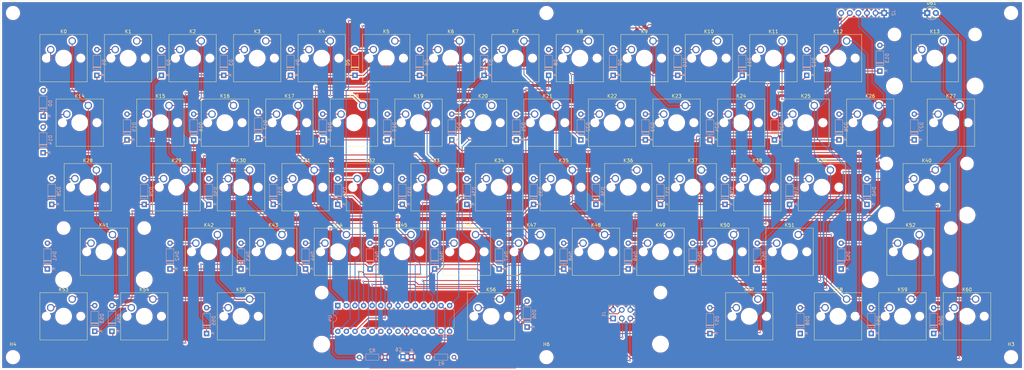
<source format=kicad_pcb>
(kicad_pcb (version 20171130) (host pcbnew 5.1.12-84ad8e8a86~92~ubuntu20.04.1)
  (layers (0 F.Cu signal hide) (31 B.Cu signal) (34 B.Paste user) (35 F.Paste user) (36 B.SilkS user) (37 F.SilkS user hide) (38 B.Mask user) (39 F.Mask user) (44 Edge.Cuts user))
  (net 0 "")
  (net 1 GND)
  (net 2 VCC)
  (net 3 "Net-(D0-Pad2)")
  (net 4 "Net-(D1-Pad2)")
  (net 5 "Net-(D2-Pad2)")
  (net 6 "Net-(D3-Pad2)")
  (net 7 "Net-(D4-Pad2)")
  (net 8 "Net-(D5-Pad2)")
  (net 9 "Net-(D6-Pad2)")
  (net 10 "Net-(D7-Pad2)")
  (net 11 "Net-(D8-Pad2)")
  (net 12 "Net-(D9-Pad2)")
  (net 13 "Net-(D10-Pad2)")
  (net 14 "Net-(D11-Pad2)")
  (net 15 "Net-(D12-Pad2)")
  (net 16 "Net-(D13-Pad2)")
  (net 17 "Net-(D14-Pad2)")
  (net 18 "Net-(D15-Pad2)")
  (net 19 "Net-(D16-Pad2)")
  (net 20 "Net-(D17-Pad2)")
  (net 21 "Net-(D18-Pad2)")
  (net 22 "Net-(D19-Pad2)")
  (net 23 "Net-(D20-Pad2)")
  (net 24 "Net-(D21-Pad2)")
  (net 25 "Net-(D22-Pad2)")
  (net 26 "Net-(D23-Pad2)")
  (net 27 "Net-(D24-Pad2)")
  (net 28 "Net-(D25-Pad2)")
  (net 29 "Net-(D26-Pad2)")
  (net 30 "Net-(D27-Pad2)")
  (net 31 "Net-(D28-Pad2)")
  (net 32 "Net-(D29-Pad2)")
  (net 33 "Net-(D30-Pad2)")
  (net 34 "Net-(D31-Pad2)")
  (net 35 "Net-(D32-Pad2)")
  (net 36 "Net-(D33-Pad2)")
  (net 37 "Net-(D34-Pad2)")
  (net 38 "Net-(D35-Pad2)")
  (net 39 "Net-(D36-Pad2)")
  (net 40 "Net-(D37-Pad2)")
  (net 41 "Net-(D38-Pad2)")
  (net 42 "Net-(D39-Pad2)")
  (net 43 "Net-(D40-Pad2)")
  (net 44 "Net-(D41-Pad2)")
  (net 45 "Net-(D42-Pad2)")
  (net 46 "Net-(D43-Pad2)")
  (net 47 "Net-(D44-Pad2)")
  (net 48 "Net-(D45-Pad2)")
  (net 49 "Net-(D46-Pad2)")
  (net 50 "Net-(D47-Pad2)")
  (net 51 "Net-(D48-Pad2)")
  (net 52 "Net-(D49-Pad2)")
  (net 53 "Net-(D50-Pad2)")
  (net 54 "Net-(D51-Pad2)")
  (net 55 "Net-(D52-Pad2)")
  (net 56 "Net-(D53-Pad2)")
  (net 57 "Net-(D54-Pad2)")
  (net 58 "Net-(D55-Pad2)")
  (net 59 "Net-(D56-Pad2)")
  (net 60 "Net-(D57-Pad2)")
  (net 61 "Net-(D58-Pad2)")
  (net 62 "Net-(D59-Pad2)")
  (net 63 "Net-(D60-Pad2)")
  (net 64 /ROW0)
  (net 65 /ROW3)
  (net 66 /ROW4)
  (net 67 /ROW5)
  (net 68 /ROW2)
  (net 69 /ROW1)
  (net 70 /ROW6)
  (net 71 /ROW7)
  (net 72 "Net-(D58-Pad1)")
  (net 73 /COL5)
  (net 74 /COL4)
  (net 75 /COL6)
  (net 76 "Net-(J1-Pad5)")
  (net 77 /COL0)
  (net 78 /COL1)
  (net 79 /COL2)
  (net 80 /COL3)
  (net 81 /COL7)
  (net 82 "Net-(U4-Pad21)")
  (net 83 "Net-(D61-Pad2)")
  (net 84 "Net-(J1-Pad1)")
  (net 85 "Net-(J1-Pad3)")
  (net 86 "Net-(J1-Pad4)")
  (net 87 /TxD)
  (net 88 /RxD)
  (net 89 "Net-(R1-Pad1)")
  (module Capacitor_THT:C_Disc_D3.8mm_W2.6mm_P2.50mm (layer B.Cu) (at 187.452 161.163 180)
    (fp_text reference C6 (at 3.81 2.12) (layer B.SilkS) (effects (justify mirror)))
    (fp_text value C)
    (fp_text user K (at 0 1.8) (layer B.SilkS) (effects (justify mirror)))
    (pad 2 thru_hole circle (at 2.5 0 180) (size 1.6 1.6) (drill 0.8) (layers *.Cu *.Mask) (net 1 GND))
    (pad 1 thru_hole circle (at 0 0 180) (size 1.6 1.6) (drill 0.8) (layers *.Cu *.Mask) (net 2 VCC))
  )
  (module Button_Switch_Keyboard:SW_Cherry_MX_2.25u_PCB (layer F.Cu) (at 99.23125 125.095)
    (fp_text reference K41 (at -2.54 -2.794) (layer F.SilkS))
    (fp_text value KEYSW)
    (pad "" np_thru_hole circle (at 9.36 -1.92) (size 3.05 3.05) (drill 3.05) (layers *.Cu *.Mask))
    (pad "" np_thru_hole circle (at -14.44 -1.92) (size 3.05 3.05) (drill 3.05) (layers *.Cu *.Mask))
    (pad "" np_thru_hole circle (at -14.44 13.32) (size 4 4) (drill 4) (layers *.Cu *.Mask))
    (pad "" np_thru_hole circle (at 9.36 13.32) (size 4 4) (drill 4) (layers *.Cu *.Mask))
    (pad "" np_thru_hole circle (at 2.54 5.08) (size 1.7 1.7) (drill 1.7) (layers *.Cu *.Mask))
    (pad "" np_thru_hole circle (at -7.62 5.08) (size 1.7 1.7) (drill 1.7) (layers *.Cu *.Mask))
    (pad "" np_thru_hole circle (at -2.54 5.08) (size 4 4) (drill 4) (layers *.Cu *.Mask))
    (pad 2 thru_hole circle (at -6.35 2.54) (size 2.2 2.2) (drill 1.5) (layers *.Cu *.Mask) (net 44 "Net-(D41-Pad2)"))
    (pad 1 thru_hole circle (at 0 0) (size 2.2 2.2) (drill 1.5) (layers *.Cu *.Mask) (net 77 /COL0))
  )
  (module Button_Switch_Keyboard:SW_Cherry_MX_1.00u_PCB (layer F.Cu) (at 87.325 67.945)
    (fp_text reference K0 (at -2.54 -2.794) (layer F.SilkS))
    (fp_text value KEYSW)
    (pad "" np_thru_hole circle (at 2.54 5.08) (size 1.7 1.7) (drill 1.7) (layers *.Cu *.Mask))
    (pad "" np_thru_hole circle (at -7.62 5.08) (size 1.7 1.7) (drill 1.7) (layers *.Cu *.Mask))
    (pad "" np_thru_hole circle (at -2.54 5.08) (size 4 4) (drill 4) (layers *.Cu *.Mask))
    (pad 2 thru_hole circle (at -6.35 2.54) (size 2.2 2.2) (drill 1.5) (layers *.Cu *.Mask) (net 3 "Net-(D0-Pad2)"))
    (pad 1 thru_hole circle (at 0 0) (size 2.2 2.2) (drill 1.5) (layers *.Cu *.Mask) (net 77 /COL0))
  )
  (module Button_Switch_Keyboard:SW_Cherry_MX_1.00u_PCB (layer F.Cu) (at 106.375 67.945)
    (fp_text reference K1 (at -2.54 -2.794) (layer F.SilkS))
    (fp_text value KEYSW)
    (pad "" np_thru_hole circle (at 2.54 5.08) (size 1.7 1.7) (drill 1.7) (layers *.Cu *.Mask))
    (pad "" np_thru_hole circle (at -7.62 5.08) (size 1.7 1.7) (drill 1.7) (layers *.Cu *.Mask))
    (pad "" np_thru_hole circle (at -2.54 5.08) (size 4 4) (drill 4) (layers *.Cu *.Mask))
    (pad 2 thru_hole circle (at -6.35 2.54) (size 2.2 2.2) (drill 1.5) (layers *.Cu *.Mask) (net 4 "Net-(D1-Pad2)"))
    (pad 1 thru_hole circle (at 0 0) (size 2.2 2.2) (drill 1.5) (layers *.Cu *.Mask) (net 78 /COL1))
  )
  (module Button_Switch_Keyboard:SW_Cherry_MX_1.00u_PCB (layer F.Cu) (at 125.425 67.945)
    (fp_text reference K2 (at -2.54 -2.794) (layer F.SilkS))
    (fp_text value KEYSW)
    (pad "" np_thru_hole circle (at 2.54 5.08) (size 1.7 1.7) (drill 1.7) (layers *.Cu *.Mask))
    (pad "" np_thru_hole circle (at -7.62 5.08) (size 1.7 1.7) (drill 1.7) (layers *.Cu *.Mask))
    (pad "" np_thru_hole circle (at -2.54 5.08) (size 4 4) (drill 4) (layers *.Cu *.Mask))
    (pad 2 thru_hole circle (at -6.35 2.54) (size 2.2 2.2) (drill 1.5) (layers *.Cu *.Mask) (net 5 "Net-(D2-Pad2)"))
    (pad 1 thru_hole circle (at 0 0) (size 2.2 2.2) (drill 1.5) (layers *.Cu *.Mask) (net 78 /COL1))
  )
  (module Button_Switch_Keyboard:SW_Cherry_MX_1.00u_PCB (layer F.Cu) (at 144.475 67.945)
    (fp_text reference K3 (at -2.54 -2.794) (layer F.SilkS))
    (fp_text value KEYSW)
    (pad "" np_thru_hole circle (at 2.54 5.08) (size 1.7 1.7) (drill 1.7) (layers *.Cu *.Mask))
    (pad "" np_thru_hole circle (at -7.62 5.08) (size 1.7 1.7) (drill 1.7) (layers *.Cu *.Mask))
    (pad "" np_thru_hole circle (at -2.54 5.08) (size 4 4) (drill 4) (layers *.Cu *.Mask))
    (pad 2 thru_hole circle (at -6.35 2.54) (size 2.2 2.2) (drill 1.5) (layers *.Cu *.Mask) (net 6 "Net-(D3-Pad2)"))
    (pad 1 thru_hole circle (at 0 0) (size 2.2 2.2) (drill 1.5) (layers *.Cu *.Mask) (net 79 /COL2))
  )
  (module Button_Switch_Keyboard:SW_Cherry_MX_1.00u_PCB (layer F.Cu) (at 163.525 67.945)
    (fp_text reference K4 (at -2.54 -2.794) (layer F.SilkS))
    (fp_text value KEYSW)
    (pad "" np_thru_hole circle (at 2.54 5.08) (size 1.7 1.7) (drill 1.7) (layers *.Cu *.Mask))
    (pad "" np_thru_hole circle (at -7.62 5.08) (size 1.7 1.7) (drill 1.7) (layers *.Cu *.Mask))
    (pad "" np_thru_hole circle (at -2.54 5.08) (size 4 4) (drill 4) (layers *.Cu *.Mask))
    (pad 2 thru_hole circle (at -6.35 2.54) (size 2.2 2.2) (drill 1.5) (layers *.Cu *.Mask) (net 7 "Net-(D4-Pad2)"))
    (pad 1 thru_hole circle (at 0 0) (size 2.2 2.2) (drill 1.5) (layers *.Cu *.Mask) (net 79 /COL2))
  )
  (module Button_Switch_Keyboard:SW_Cherry_MX_1.00u_PCB (layer F.Cu) (at 182.575 67.945)
    (fp_text reference K5 (at -2.54 -2.794) (layer F.SilkS))
    (fp_text value KEYSW)
    (pad "" np_thru_hole circle (at 2.54 5.08) (size 1.7 1.7) (drill 1.7) (layers *.Cu *.Mask))
    (pad "" np_thru_hole circle (at -7.62 5.08) (size 1.7 1.7) (drill 1.7) (layers *.Cu *.Mask))
    (pad "" np_thru_hole circle (at -2.54 5.08) (size 4 4) (drill 4) (layers *.Cu *.Mask))
    (pad 2 thru_hole circle (at -6.35 2.54) (size 2.2 2.2) (drill 1.5) (layers *.Cu *.Mask) (net 8 "Net-(D5-Pad2)"))
    (pad 1 thru_hole circle (at 0 0) (size 2.2 2.2) (drill 1.5) (layers *.Cu *.Mask) (net 80 /COL3))
  )
  (module Button_Switch_Keyboard:SW_Cherry_MX_1.00u_PCB (layer F.Cu) (at 201.625 67.945)
    (fp_text reference K6 (at -2.54 -2.794) (layer F.SilkS))
    (fp_text value KEYSW)
    (pad "" np_thru_hole circle (at 2.54 5.08) (size 1.7 1.7) (drill 1.7) (layers *.Cu *.Mask))
    (pad "" np_thru_hole circle (at -7.62 5.08) (size 1.7 1.7) (drill 1.7) (layers *.Cu *.Mask))
    (pad "" np_thru_hole circle (at -2.54 5.08) (size 4 4) (drill 4) (layers *.Cu *.Mask))
    (pad 2 thru_hole circle (at -6.35 2.54) (size 2.2 2.2) (drill 1.5) (layers *.Cu *.Mask) (net 9 "Net-(D6-Pad2)"))
    (pad 1 thru_hole circle (at 0 0) (size 2.2 2.2) (drill 1.5) (layers *.Cu *.Mask) (net 80 /COL3))
  )
  (module Button_Switch_Keyboard:SW_Cherry_MX_1.00u_PCB (layer F.Cu) (at 220.675 67.945)
    (fp_text reference K7 (at -2.54 -2.794) (layer F.SilkS))
    (fp_text value KEYSW)
    (pad "" np_thru_hole circle (at 2.54 5.08) (size 1.7 1.7) (drill 1.7) (layers *.Cu *.Mask))
    (pad "" np_thru_hole circle (at -7.62 5.08) (size 1.7 1.7) (drill 1.7) (layers *.Cu *.Mask))
    (pad "" np_thru_hole circle (at -2.54 5.08) (size 4 4) (drill 4) (layers *.Cu *.Mask))
    (pad 2 thru_hole circle (at -6.35 2.54) (size 2.2 2.2) (drill 1.5) (layers *.Cu *.Mask) (net 10 "Net-(D7-Pad2)"))
    (pad 1 thru_hole circle (at 0 0) (size 2.2 2.2) (drill 1.5) (layers *.Cu *.Mask) (net 74 /COL4))
  )
  (module Button_Switch_Keyboard:SW_Cherry_MX_1.00u_PCB (layer F.Cu) (at 239.725 67.945)
    (fp_text reference K8 (at -2.54 -2.794) (layer F.SilkS))
    (fp_text value KEYSW)
    (pad "" np_thru_hole circle (at 2.54 5.08) (size 1.7 1.7) (drill 1.7) (layers *.Cu *.Mask))
    (pad "" np_thru_hole circle (at -7.62 5.08) (size 1.7 1.7) (drill 1.7) (layers *.Cu *.Mask))
    (pad "" np_thru_hole circle (at -2.54 5.08) (size 4 4) (drill 4) (layers *.Cu *.Mask))
    (pad 2 thru_hole circle (at -6.35 2.54) (size 2.2 2.2) (drill 1.5) (layers *.Cu *.Mask) (net 11 "Net-(D8-Pad2)"))
    (pad 1 thru_hole circle (at 0 0) (size 2.2 2.2) (drill 1.5) (layers *.Cu *.Mask) (net 74 /COL4))
  )
  (module Button_Switch_Keyboard:SW_Cherry_MX_1.00u_PCB (layer F.Cu) (at 258.775 67.945)
    (fp_text reference K9 (at -2.54 -2.794) (layer F.SilkS))
    (fp_text value KEYSW)
    (pad "" np_thru_hole circle (at 2.54 5.08) (size 1.7 1.7) (drill 1.7) (layers *.Cu *.Mask))
    (pad "" np_thru_hole circle (at -7.62 5.08) (size 1.7 1.7) (drill 1.7) (layers *.Cu *.Mask))
    (pad "" np_thru_hole circle (at -2.54 5.08) (size 4 4) (drill 4) (layers *.Cu *.Mask))
    (pad 2 thru_hole circle (at -6.35 2.54) (size 2.2 2.2) (drill 1.5) (layers *.Cu *.Mask) (net 12 "Net-(D9-Pad2)"))
    (pad 1 thru_hole circle (at 0 0) (size 2.2 2.2) (drill 1.5) (layers *.Cu *.Mask) (net 73 /COL5))
  )
  (module Button_Switch_Keyboard:SW_Cherry_MX_1.00u_PCB (layer F.Cu) (at 277.825 67.945)
    (fp_text reference K10 (at -2.54 -2.794) (layer F.SilkS))
    (fp_text value KEYSW)
    (pad "" np_thru_hole circle (at 2.54 5.08) (size 1.7 1.7) (drill 1.7) (layers *.Cu *.Mask))
    (pad "" np_thru_hole circle (at -7.62 5.08) (size 1.7 1.7) (drill 1.7) (layers *.Cu *.Mask))
    (pad "" np_thru_hole circle (at -2.54 5.08) (size 4 4) (drill 4) (layers *.Cu *.Mask))
    (pad 2 thru_hole circle (at -6.35 2.54) (size 2.2 2.2) (drill 1.5) (layers *.Cu *.Mask) (net 13 "Net-(D10-Pad2)"))
    (pad 1 thru_hole circle (at 0 0) (size 2.2 2.2) (drill 1.5) (layers *.Cu *.Mask) (net 73 /COL5))
  )
  (module Button_Switch_Keyboard:SW_Cherry_MX_1.00u_PCB (layer F.Cu) (at 296.875 67.945)
    (fp_text reference K11 (at -2.54 -2.794) (layer F.SilkS))
    (fp_text value KEYSW)
    (pad "" np_thru_hole circle (at 2.54 5.08) (size 1.7 1.7) (drill 1.7) (layers *.Cu *.Mask))
    (pad "" np_thru_hole circle (at -7.62 5.08) (size 1.7 1.7) (drill 1.7) (layers *.Cu *.Mask))
    (pad "" np_thru_hole circle (at -2.54 5.08) (size 4 4) (drill 4) (layers *.Cu *.Mask))
    (pad 2 thru_hole circle (at -6.35 2.54) (size 2.2 2.2) (drill 1.5) (layers *.Cu *.Mask) (net 14 "Net-(D11-Pad2)"))
    (pad 1 thru_hole circle (at 0 0) (size 2.2 2.2) (drill 1.5) (layers *.Cu *.Mask) (net 75 /COL6))
  )
  (module Button_Switch_Keyboard:SW_Cherry_MX_1.00u_PCB (layer F.Cu) (at 315.925 67.945)
    (fp_text reference K12 (at -2.54 -2.794) (layer F.SilkS))
    (fp_text value KEYSW)
    (pad "" np_thru_hole circle (at 2.54 5.08) (size 1.7 1.7) (drill 1.7) (layers *.Cu *.Mask))
    (pad "" np_thru_hole circle (at -7.62 5.08) (size 1.7 1.7) (drill 1.7) (layers *.Cu *.Mask))
    (pad "" np_thru_hole circle (at -2.54 5.08) (size 4 4) (drill 4) (layers *.Cu *.Mask))
    (pad 2 thru_hole circle (at -6.35 2.54) (size 2.2 2.2) (drill 1.5) (layers *.Cu *.Mask) (net 15 "Net-(D12-Pad2)"))
    (pad 1 thru_hole circle (at 0 0) (size 2.2 2.2) (drill 1.5) (layers *.Cu *.Mask) (net 81 /COL7))
  )
  (module Button_Switch_Keyboard:SW_Cherry_MX_2.00u_PCB (layer F.Cu) (at 344.5 67.945)
    (fp_text reference K13 (at -2.54 -2.794) (layer F.SilkS))
    (fp_text value KEYSW)
    (pad "" np_thru_hole circle (at 9.36 -1.92) (size 3.05 3.05) (drill 3.05) (layers *.Cu *.Mask))
    (pad "" np_thru_hole circle (at -14.44 -1.92) (size 3.05 3.05) (drill 3.05) (layers *.Cu *.Mask))
    (pad "" np_thru_hole circle (at -14.44 13.32) (size 4 4) (drill 4) (layers *.Cu *.Mask))
    (pad "" np_thru_hole circle (at 9.36 13.32) (size 4 4) (drill 4) (layers *.Cu *.Mask))
    (pad "" np_thru_hole circle (at 2.54 5.08) (size 1.7 1.7) (drill 1.7) (layers *.Cu *.Mask))
    (pad "" np_thru_hole circle (at -7.62 5.08) (size 1.7 1.7) (drill 1.7) (layers *.Cu *.Mask))
    (pad "" np_thru_hole circle (at -2.54 5.08) (size 4 4) (drill 4) (layers *.Cu *.Mask))
    (pad 2 thru_hole circle (at -6.35 2.54) (size 2.2 2.2) (drill 1.5) (layers *.Cu *.Mask) (net 16 "Net-(D13-Pad2)"))
    (pad 1 thru_hole circle (at 0 0) (size 2.2 2.2) (drill 1.5) (layers *.Cu *.Mask) (net 81 /COL7))
  )
  (module Button_Switch_Keyboard:SW_Cherry_MX_1.50u_PCB (layer F.Cu) (at 92.0875 86.995)
    (fp_text reference K14 (at -2.54 -2.794) (layer F.SilkS))
    (fp_text value KEYSW)
    (pad "" np_thru_hole circle (at 2.54 5.08) (size 1.7 1.7) (drill 1.7) (layers *.Cu *.Mask))
    (pad "" np_thru_hole circle (at -7.62 5.08) (size 1.7 1.7) (drill 1.7) (layers *.Cu *.Mask))
    (pad "" np_thru_hole circle (at -2.54 5.08) (size 4 4) (drill 4) (layers *.Cu *.Mask))
    (pad 2 thru_hole circle (at -6.35 2.54) (size 2.2 2.2) (drill 1.5) (layers *.Cu *.Mask) (net 17 "Net-(D14-Pad2)"))
    (pad 1 thru_hole circle (at 0 0) (size 2.2 2.2) (drill 1.5) (layers *.Cu *.Mask) (net 77 /COL0))
  )
  (module Button_Switch_Keyboard:SW_Cherry_MX_1.00u_PCB (layer F.Cu) (at 115.9 86.995)
    (fp_text reference K15 (at -2.54 -2.794) (layer F.SilkS))
    (fp_text value KEYSW)
    (pad "" np_thru_hole circle (at 2.54 5.08) (size 1.7 1.7) (drill 1.7) (layers *.Cu *.Mask))
    (pad "" np_thru_hole circle (at -7.62 5.08) (size 1.7 1.7) (drill 1.7) (layers *.Cu *.Mask))
    (pad "" np_thru_hole circle (at -2.54 5.08) (size 4 4) (drill 4) (layers *.Cu *.Mask))
    (pad 2 thru_hole circle (at -6.35 2.54) (size 2.2 2.2) (drill 1.5) (layers *.Cu *.Mask) (net 18 "Net-(D15-Pad2)"))
    (pad 1 thru_hole circle (at 0 0) (size 2.2 2.2) (drill 1.5) (layers *.Cu *.Mask) (net 78 /COL1))
  )
  (module Button_Switch_Keyboard:SW_Cherry_MX_1.00u_PCB (layer F.Cu) (at 134.95 86.995)
    (fp_text reference K16 (at -2.54 -2.794) (layer F.SilkS))
    (fp_text value KEYSW)
    (pad "" np_thru_hole circle (at 2.54 5.08) (size 1.7 1.7) (drill 1.7) (layers *.Cu *.Mask))
    (pad "" np_thru_hole circle (at -7.62 5.08) (size 1.7 1.7) (drill 1.7) (layers *.Cu *.Mask))
    (pad "" np_thru_hole circle (at -2.54 5.08) (size 4 4) (drill 4) (layers *.Cu *.Mask))
    (pad 2 thru_hole circle (at -6.35 2.54) (size 2.2 2.2) (drill 1.5) (layers *.Cu *.Mask) (net 19 "Net-(D16-Pad2)"))
    (pad 1 thru_hole circle (at 0 0) (size 2.2 2.2) (drill 1.5) (layers *.Cu *.Mask) (net 78 /COL1))
  )
  (module Button_Switch_Keyboard:SW_Cherry_MX_1.00u_PCB (layer F.Cu) (at 154 86.995)
    (fp_text reference K17 (at -2.54 -2.794) (layer F.SilkS))
    (fp_text value KEYSW)
    (pad "" np_thru_hole circle (at 2.54 5.08) (size 1.7 1.7) (drill 1.7) (layers *.Cu *.Mask))
    (pad "" np_thru_hole circle (at -7.62 5.08) (size 1.7 1.7) (drill 1.7) (layers *.Cu *.Mask))
    (pad "" np_thru_hole circle (at -2.54 5.08) (size 4 4) (drill 4) (layers *.Cu *.Mask))
    (pad 2 thru_hole circle (at -6.35 2.54) (size 2.2 2.2) (drill 1.5) (layers *.Cu *.Mask) (net 20 "Net-(D17-Pad2)"))
    (pad 1 thru_hole circle (at 0 0) (size 2.2 2.2) (drill 1.5) (layers *.Cu *.Mask) (net 79 /COL2))
  )
  (module Button_Switch_Keyboard:SW_Cherry_MX_1.00u_PCB (layer F.Cu) (at 173.05 86.995)
    (fp_text reference K18 (at -2.54 -2.794) (layer F.SilkS))
    (fp_text value KEYSW)
    (pad "" np_thru_hole circle (at 2.54 5.08) (size 1.7 1.7) (drill 1.7) (layers *.Cu *.Mask))
    (pad "" np_thru_hole circle (at -7.62 5.08) (size 1.7 1.7) (drill 1.7) (layers *.Cu *.Mask))
    (pad "" np_thru_hole circle (at -2.54 5.08) (size 4 4) (drill 4) (layers *.Cu *.Mask))
    (pad 2 thru_hole circle (at -6.35 2.54) (size 2.2 2.2) (drill 1.5) (layers *.Cu *.Mask) (net 21 "Net-(D18-Pad2)"))
    (pad 1 thru_hole circle (at 0 0) (size 2.2 2.2) (drill 1.5) (layers *.Cu *.Mask) (net 79 /COL2))
  )
  (module Button_Switch_Keyboard:SW_Cherry_MX_1.00u_PCB (layer F.Cu) (at 192.1 86.995)
    (fp_text reference K19 (at -2.54 -2.794) (layer F.SilkS))
    (fp_text value KEYSW)
    (pad "" np_thru_hole circle (at 2.54 5.08) (size 1.7 1.7) (drill 1.7) (layers *.Cu *.Mask))
    (pad "" np_thru_hole circle (at -7.62 5.08) (size 1.7 1.7) (drill 1.7) (layers *.Cu *.Mask))
    (pad "" np_thru_hole circle (at -2.54 5.08) (size 4 4) (drill 4) (layers *.Cu *.Mask))
    (pad 2 thru_hole circle (at -6.35 2.54) (size 2.2 2.2) (drill 1.5) (layers *.Cu *.Mask) (net 22 "Net-(D19-Pad2)"))
    (pad 1 thru_hole circle (at 0 0) (size 2.2 2.2) (drill 1.5) (layers *.Cu *.Mask) (net 80 /COL3))
  )
  (module Button_Switch_Keyboard:SW_Cherry_MX_1.00u_PCB (layer F.Cu) (at 211.15 86.995)
    (fp_text reference K20 (at -2.54 -2.794) (layer F.SilkS))
    (fp_text value KEYSW)
    (pad "" np_thru_hole circle (at 2.54 5.08) (size 1.7 1.7) (drill 1.7) (layers *.Cu *.Mask))
    (pad "" np_thru_hole circle (at -7.62 5.08) (size 1.7 1.7) (drill 1.7) (layers *.Cu *.Mask))
    (pad "" np_thru_hole circle (at -2.54 5.08) (size 4 4) (drill 4) (layers *.Cu *.Mask))
    (pad 2 thru_hole circle (at -6.35 2.54) (size 2.2 2.2) (drill 1.5) (layers *.Cu *.Mask) (net 23 "Net-(D20-Pad2)"))
    (pad 1 thru_hole circle (at 0 0) (size 2.2 2.2) (drill 1.5) (layers *.Cu *.Mask) (net 80 /COL3))
  )
  (module Button_Switch_Keyboard:SW_Cherry_MX_1.00u_PCB (layer F.Cu) (at 230.2 86.995)
    (fp_text reference K21 (at -2.54 -2.794) (layer F.SilkS))
    (fp_text value KEYSW)
    (pad "" np_thru_hole circle (at 2.54 5.08) (size 1.7 1.7) (drill 1.7) (layers *.Cu *.Mask))
    (pad "" np_thru_hole circle (at -7.62 5.08) (size 1.7 1.7) (drill 1.7) (layers *.Cu *.Mask))
    (pad "" np_thru_hole circle (at -2.54 5.08) (size 4 4) (drill 4) (layers *.Cu *.Mask))
    (pad 2 thru_hole circle (at -6.35 2.54) (size 2.2 2.2) (drill 1.5) (layers *.Cu *.Mask) (net 24 "Net-(D21-Pad2)"))
    (pad 1 thru_hole circle (at 0 0) (size 2.2 2.2) (drill 1.5) (layers *.Cu *.Mask) (net 74 /COL4))
  )
  (module Button_Switch_Keyboard:SW_Cherry_MX_1.00u_PCB (layer F.Cu) (at 249.25 86.995)
    (fp_text reference K22 (at -2.54 -2.794) (layer F.SilkS))
    (fp_text value KEYSW)
    (pad "" np_thru_hole circle (at 2.54 5.08) (size 1.7 1.7) (drill 1.7) (layers *.Cu *.Mask))
    (pad "" np_thru_hole circle (at -7.62 5.08) (size 1.7 1.7) (drill 1.7) (layers *.Cu *.Mask))
    (pad "" np_thru_hole circle (at -2.54 5.08) (size 4 4) (drill 4) (layers *.Cu *.Mask))
    (pad 2 thru_hole circle (at -6.35 2.54) (size 2.2 2.2) (drill 1.5) (layers *.Cu *.Mask) (net 25 "Net-(D22-Pad2)"))
    (pad 1 thru_hole circle (at 0 0) (size 2.2 2.2) (drill 1.5) (layers *.Cu *.Mask) (net 74 /COL4))
  )
  (module Button_Switch_Keyboard:SW_Cherry_MX_1.00u_PCB (layer F.Cu) (at 268.3 86.995)
    (fp_text reference K23 (at -2.54 -2.794) (layer F.SilkS))
    (fp_text value KEYSW)
    (pad "" np_thru_hole circle (at 2.54 5.08) (size 1.7 1.7) (drill 1.7) (layers *.Cu *.Mask))
    (pad "" np_thru_hole circle (at -7.62 5.08) (size 1.7 1.7) (drill 1.7) (layers *.Cu *.Mask))
    (pad "" np_thru_hole circle (at -2.54 5.08) (size 4 4) (drill 4) (layers *.Cu *.Mask))
    (pad 2 thru_hole circle (at -6.35 2.54) (size 2.2 2.2) (drill 1.5) (layers *.Cu *.Mask) (net 26 "Net-(D23-Pad2)"))
    (pad 1 thru_hole circle (at 0 0) (size 2.2 2.2) (drill 1.5) (layers *.Cu *.Mask) (net 73 /COL5))
  )
  (module Button_Switch_Keyboard:SW_Cherry_MX_1.00u_PCB (layer F.Cu) (at 287.35 86.995)
    (fp_text reference K24 (at -2.54 -2.794) (layer F.SilkS))
    (fp_text value KEYSW)
    (pad "" np_thru_hole circle (at 2.54 5.08) (size 1.7 1.7) (drill 1.7) (layers *.Cu *.Mask))
    (pad "" np_thru_hole circle (at -7.62 5.08) (size 1.7 1.7) (drill 1.7) (layers *.Cu *.Mask))
    (pad "" np_thru_hole circle (at -2.54 5.08) (size 4 4) (drill 4) (layers *.Cu *.Mask))
    (pad 2 thru_hole circle (at -6.35 2.54) (size 2.2 2.2) (drill 1.5) (layers *.Cu *.Mask) (net 27 "Net-(D24-Pad2)"))
    (pad 1 thru_hole circle (at 0 0) (size 2.2 2.2) (drill 1.5) (layers *.Cu *.Mask) (net 73 /COL5))
  )
  (module Button_Switch_Keyboard:SW_Cherry_MX_1.00u_PCB (layer F.Cu) (at 306.4 86.995)
    (fp_text reference K25 (at -2.54 -2.794) (layer F.SilkS))
    (fp_text value KEYSW)
    (pad "" np_thru_hole circle (at 2.54 5.08) (size 1.7 1.7) (drill 1.7) (layers *.Cu *.Mask))
    (pad "" np_thru_hole circle (at -7.62 5.08) (size 1.7 1.7) (drill 1.7) (layers *.Cu *.Mask))
    (pad "" np_thru_hole circle (at -2.54 5.08) (size 4 4) (drill 4) (layers *.Cu *.Mask))
    (pad 2 thru_hole circle (at -6.35 2.54) (size 2.2 2.2) (drill 1.5) (layers *.Cu *.Mask) (net 28 "Net-(D25-Pad2)"))
    (pad 1 thru_hole circle (at 0 0) (size 2.2 2.2) (drill 1.5) (layers *.Cu *.Mask) (net 75 /COL6))
  )
  (module Button_Switch_Keyboard:SW_Cherry_MX_1.00u_PCB (layer F.Cu) (at 325.45 86.995)
    (fp_text reference K26 (at -2.54 -2.794) (layer F.SilkS))
    (fp_text value KEYSW)
    (pad "" np_thru_hole circle (at 2.54 5.08) (size 1.7 1.7) (drill 1.7) (layers *.Cu *.Mask))
    (pad "" np_thru_hole circle (at -7.62 5.08) (size 1.7 1.7) (drill 1.7) (layers *.Cu *.Mask))
    (pad "" np_thru_hole circle (at -2.54 5.08) (size 4 4) (drill 4) (layers *.Cu *.Mask))
    (pad 2 thru_hole circle (at -6.35 2.54) (size 2.2 2.2) (drill 1.5) (layers *.Cu *.Mask) (net 29 "Net-(D26-Pad2)"))
    (pad 1 thru_hole circle (at 0 0) (size 2.2 2.2) (drill 1.5) (layers *.Cu *.Mask) (net 81 /COL7))
  )
  (module Button_Switch_Keyboard:SW_Cherry_MX_1.50u_PCB (layer F.Cu) (at 349.2625 86.995)
    (fp_text reference K27 (at -2.54 -2.794) (layer F.SilkS))
    (fp_text value KEYSW)
    (pad "" np_thru_hole circle (at 2.54 5.08) (size 1.7 1.7) (drill 1.7) (layers *.Cu *.Mask))
    (pad "" np_thru_hole circle (at -7.62 5.08) (size 1.7 1.7) (drill 1.7) (layers *.Cu *.Mask))
    (pad "" np_thru_hole circle (at -2.54 5.08) (size 4 4) (drill 4) (layers *.Cu *.Mask))
    (pad 2 thru_hole circle (at -6.35 2.54) (size 2.2 2.2) (drill 1.5) (layers *.Cu *.Mask) (net 30 "Net-(D27-Pad2)"))
    (pad 1 thru_hole circle (at 0 0) (size 2.2 2.2) (drill 1.5) (layers *.Cu *.Mask) (net 81 /COL7))
  )
  (module Button_Switch_Keyboard:SW_Cherry_MX_1.75u_PCB (layer F.Cu) (at 94.46875 106.045)
    (fp_text reference K28 (at -2.54 -2.794) (layer F.SilkS))
    (fp_text value KEYSW)
    (pad "" np_thru_hole circle (at 2.54 5.08) (size 1.7 1.7) (drill 1.7) (layers *.Cu *.Mask))
    (pad "" np_thru_hole circle (at -7.62 5.08) (size 1.7 1.7) (drill 1.7) (layers *.Cu *.Mask))
    (pad "" np_thru_hole circle (at -2.54 5.08) (size 4 4) (drill 4) (layers *.Cu *.Mask))
    (pad 2 thru_hole circle (at -6.35 2.54) (size 2.2 2.2) (drill 1.5) (layers *.Cu *.Mask) (net 31 "Net-(D28-Pad2)"))
    (pad 1 thru_hole circle (at 0 0) (size 2.2 2.2) (drill 1.5) (layers *.Cu *.Mask) (net 77 /COL0))
  )
  (module Button_Switch_Keyboard:SW_Cherry_MX_1.00u_PCB (layer F.Cu) (at 120.6625 106.045)
    (fp_text reference K29 (at -2.54 -2.794) (layer F.SilkS))
    (fp_text value KEYSW)
    (pad "" np_thru_hole circle (at 2.54 5.08) (size 1.7 1.7) (drill 1.7) (layers *.Cu *.Mask))
    (pad "" np_thru_hole circle (at -7.62 5.08) (size 1.7 1.7) (drill 1.7) (layers *.Cu *.Mask))
    (pad "" np_thru_hole circle (at -2.54 5.08) (size 4 4) (drill 4) (layers *.Cu *.Mask))
    (pad 2 thru_hole circle (at -6.35 2.54) (size 2.2 2.2) (drill 1.5) (layers *.Cu *.Mask) (net 32 "Net-(D29-Pad2)"))
    (pad 1 thru_hole circle (at 0 0) (size 2.2 2.2) (drill 1.5) (layers *.Cu *.Mask) (net 78 /COL1))
  )
  (module Button_Switch_Keyboard:SW_Cherry_MX_1.00u_PCB (layer F.Cu) (at 139.7125 106.045)
    (fp_text reference K30 (at -2.54 -2.794) (layer F.SilkS))
    (fp_text value KEYSW)
    (pad "" np_thru_hole circle (at 2.54 5.08) (size 1.7 1.7) (drill 1.7) (layers *.Cu *.Mask))
    (pad "" np_thru_hole circle (at -7.62 5.08) (size 1.7 1.7) (drill 1.7) (layers *.Cu *.Mask))
    (pad "" np_thru_hole circle (at -2.54 5.08) (size 4 4) (drill 4) (layers *.Cu *.Mask))
    (pad 2 thru_hole circle (at -6.35 2.54) (size 2.2 2.2) (drill 1.5) (layers *.Cu *.Mask) (net 33 "Net-(D30-Pad2)"))
    (pad 1 thru_hole circle (at 0 0) (size 2.2 2.2) (drill 1.5) (layers *.Cu *.Mask) (net 78 /COL1))
  )
  (module Button_Switch_Keyboard:SW_Cherry_MX_1.00u_PCB (layer F.Cu) (at 158.7625 106.045)
    (fp_text reference K31 (at -2.54 -2.794) (layer F.SilkS))
    (fp_text value KEYSW)
    (pad "" np_thru_hole circle (at 2.54 5.08) (size 1.7 1.7) (drill 1.7) (layers *.Cu *.Mask))
    (pad "" np_thru_hole circle (at -7.62 5.08) (size 1.7 1.7) (drill 1.7) (layers *.Cu *.Mask))
    (pad "" np_thru_hole circle (at -2.54 5.08) (size 4 4) (drill 4) (layers *.Cu *.Mask))
    (pad 2 thru_hole circle (at -6.35 2.54) (size 2.2 2.2) (drill 1.5) (layers *.Cu *.Mask) (net 34 "Net-(D31-Pad2)"))
    (pad 1 thru_hole circle (at 0 0) (size 2.2 2.2) (drill 1.5) (layers *.Cu *.Mask) (net 79 /COL2))
  )
  (module Button_Switch_Keyboard:SW_Cherry_MX_1.00u_PCB (layer F.Cu) (at 177.8125 106.045)
    (fp_text reference K32 (at -2.54 -2.794) (layer F.SilkS))
    (fp_text value KEYSW)
    (pad "" np_thru_hole circle (at 2.54 5.08) (size 1.7 1.7) (drill 1.7) (layers *.Cu *.Mask))
    (pad "" np_thru_hole circle (at -7.62 5.08) (size 1.7 1.7) (drill 1.7) (layers *.Cu *.Mask))
    (pad "" np_thru_hole circle (at -2.54 5.08) (size 4 4) (drill 4) (layers *.Cu *.Mask))
    (pad 2 thru_hole circle (at -6.35 2.54) (size 2.2 2.2) (drill 1.5) (layers *.Cu *.Mask) (net 35 "Net-(D32-Pad2)"))
    (pad 1 thru_hole circle (at 0 0) (size 2.2 2.2) (drill 1.5) (layers *.Cu *.Mask) (net 79 /COL2))
  )
  (module Button_Switch_Keyboard:SW_Cherry_MX_1.00u_PCB (layer F.Cu) (at 196.8625 106.045)
    (fp_text reference K33 (at -2.54 -2.794) (layer F.SilkS))
    (fp_text value KEYSW)
    (pad "" np_thru_hole circle (at 2.54 5.08) (size 1.7 1.7) (drill 1.7) (layers *.Cu *.Mask))
    (pad "" np_thru_hole circle (at -7.62 5.08) (size 1.7 1.7) (drill 1.7) (layers *.Cu *.Mask))
    (pad "" np_thru_hole circle (at -2.54 5.08) (size 4 4) (drill 4) (layers *.Cu *.Mask))
    (pad 2 thru_hole circle (at -6.35 2.54) (size 2.2 2.2) (drill 1.5) (layers *.Cu *.Mask) (net 36 "Net-(D33-Pad2)"))
    (pad 1 thru_hole circle (at 0 0) (size 2.2 2.2) (drill 1.5) (layers *.Cu *.Mask) (net 80 /COL3))
  )
  (module Button_Switch_Keyboard:SW_Cherry_MX_1.00u_PCB (layer F.Cu) (at 215.9125 106.045)
    (fp_text reference K34 (at -2.54 -2.794) (layer F.SilkS))
    (fp_text value KEYSW)
    (pad "" np_thru_hole circle (at 2.54 5.08) (size 1.7 1.7) (drill 1.7) (layers *.Cu *.Mask))
    (pad "" np_thru_hole circle (at -7.62 5.08) (size 1.7 1.7) (drill 1.7) (layers *.Cu *.Mask))
    (pad "" np_thru_hole circle (at -2.54 5.08) (size 4 4) (drill 4) (layers *.Cu *.Mask))
    (pad 2 thru_hole circle (at -6.35 2.54) (size 2.2 2.2) (drill 1.5) (layers *.Cu *.Mask) (net 37 "Net-(D34-Pad2)"))
    (pad 1 thru_hole circle (at 0 0) (size 2.2 2.2) (drill 1.5) (layers *.Cu *.Mask) (net 80 /COL3))
  )
  (module Button_Switch_Keyboard:SW_Cherry_MX_1.00u_PCB (layer F.Cu) (at 234.9625 106.045)
    (fp_text reference K35 (at -2.54 -2.794) (layer F.SilkS))
    (fp_text value KEYSW)
    (pad "" np_thru_hole circle (at 2.54 5.08) (size 1.7 1.7) (drill 1.7) (layers *.Cu *.Mask))
    (pad "" np_thru_hole circle (at -7.62 5.08) (size 1.7 1.7) (drill 1.7) (layers *.Cu *.Mask))
    (pad "" np_thru_hole circle (at -2.54 5.08) (size 4 4) (drill 4) (layers *.Cu *.Mask))
    (pad 2 thru_hole circle (at -6.35 2.54) (size 2.2 2.2) (drill 1.5) (layers *.Cu *.Mask) (net 38 "Net-(D35-Pad2)"))
    (pad 1 thru_hole circle (at 0 0) (size 2.2 2.2) (drill 1.5) (layers *.Cu *.Mask) (net 74 /COL4))
  )
  (module Button_Switch_Keyboard:SW_Cherry_MX_1.00u_PCB (layer F.Cu) (at 254.0125 106.045)
    (fp_text reference K36 (at -2.54 -2.794) (layer F.SilkS))
    (fp_text value KEYSW)
    (pad "" np_thru_hole circle (at 2.54 5.08) (size 1.7 1.7) (drill 1.7) (layers *.Cu *.Mask))
    (pad "" np_thru_hole circle (at -7.62 5.08) (size 1.7 1.7) (drill 1.7) (layers *.Cu *.Mask))
    (pad "" np_thru_hole circle (at -2.54 5.08) (size 4 4) (drill 4) (layers *.Cu *.Mask))
    (pad 2 thru_hole circle (at -6.35 2.54) (size 2.2 2.2) (drill 1.5) (layers *.Cu *.Mask) (net 39 "Net-(D36-Pad2)"))
    (pad 1 thru_hole circle (at 0 0) (size 2.2 2.2) (drill 1.5) (layers *.Cu *.Mask) (net 74 /COL4))
  )
  (module Button_Switch_Keyboard:SW_Cherry_MX_1.00u_PCB (layer F.Cu) (at 273.0625 106.045)
    (fp_text reference K37 (at -2.54 -2.794) (layer F.SilkS))
    (fp_text value KEYSW)
    (pad "" np_thru_hole circle (at 2.54 5.08) (size 1.7 1.7) (drill 1.7) (layers *.Cu *.Mask))
    (pad "" np_thru_hole circle (at -7.62 5.08) (size 1.7 1.7) (drill 1.7) (layers *.Cu *.Mask))
    (pad "" np_thru_hole circle (at -2.54 5.08) (size 4 4) (drill 4) (layers *.Cu *.Mask))
    (pad 2 thru_hole circle (at -6.35 2.54) (size 2.2 2.2) (drill 1.5) (layers *.Cu *.Mask) (net 40 "Net-(D37-Pad2)"))
    (pad 1 thru_hole circle (at 0 0) (size 2.2 2.2) (drill 1.5) (layers *.Cu *.Mask) (net 73 /COL5))
  )
  (module Button_Switch_Keyboard:SW_Cherry_MX_1.00u_PCB (layer F.Cu) (at 292.1125 106.045)
    (fp_text reference K38 (at -2.54 -2.794) (layer F.SilkS))
    (fp_text value KEYSW)
    (pad "" np_thru_hole circle (at 2.54 5.08) (size 1.7 1.7) (drill 1.7) (layers *.Cu *.Mask))
    (pad "" np_thru_hole circle (at -7.62 5.08) (size 1.7 1.7) (drill 1.7) (layers *.Cu *.Mask))
    (pad "" np_thru_hole circle (at -2.54 5.08) (size 4 4) (drill 4) (layers *.Cu *.Mask))
    (pad 2 thru_hole circle (at -6.35 2.54) (size 2.2 2.2) (drill 1.5) (layers *.Cu *.Mask) (net 41 "Net-(D38-Pad2)"))
    (pad 1 thru_hole circle (at 0 0) (size 2.2 2.2) (drill 1.5) (layers *.Cu *.Mask) (net 73 /COL5))
  )
  (module Button_Switch_Keyboard:SW_Cherry_MX_1.00u_PCB (layer F.Cu) (at 311.1625 106.045)
    (fp_text reference K39 (at -2.54 -2.794) (layer F.SilkS))
    (fp_text value KEYSW)
    (pad "" np_thru_hole circle (at 2.54 5.08) (size 1.7 1.7) (drill 1.7) (layers *.Cu *.Mask))
    (pad "" np_thru_hole circle (at -7.62 5.08) (size 1.7 1.7) (drill 1.7) (layers *.Cu *.Mask))
    (pad "" np_thru_hole circle (at -2.54 5.08) (size 4 4) (drill 4) (layers *.Cu *.Mask))
    (pad 2 thru_hole circle (at -6.35 2.54) (size 2.2 2.2) (drill 1.5) (layers *.Cu *.Mask) (net 42 "Net-(D39-Pad2)"))
    (pad 1 thru_hole circle (at 0 0) (size 2.2 2.2) (drill 1.5) (layers *.Cu *.Mask) (net 75 /COL6))
  )
  (module Button_Switch_Keyboard:SW_Cherry_MX_2.25u_PCB (layer F.Cu) (at 342.11875 106.045)
    (fp_text reference K40 (at -2.54 -2.794) (layer F.SilkS))
    (fp_text value KEYSW)
    (pad "" np_thru_hole circle (at 9.36 -1.92) (size 3.05 3.05) (drill 3.05) (layers *.Cu *.Mask))
    (pad "" np_thru_hole circle (at -14.44 -1.92) (size 3.05 3.05) (drill 3.05) (layers *.Cu *.Mask))
    (pad "" np_thru_hole circle (at -14.44 13.32) (size 4 4) (drill 4) (layers *.Cu *.Mask))
    (pad "" np_thru_hole circle (at 9.36 13.32) (size 4 4) (drill 4) (layers *.Cu *.Mask))
    (pad "" np_thru_hole circle (at 2.54 5.08) (size 1.7 1.7) (drill 1.7) (layers *.Cu *.Mask))
    (pad "" np_thru_hole circle (at -7.62 5.08) (size 1.7 1.7) (drill 1.7) (layers *.Cu *.Mask))
    (pad "" np_thru_hole circle (at -2.54 5.08) (size 4 4) (drill 4) (layers *.Cu *.Mask))
    (pad 2 thru_hole circle (at -6.35 2.54) (size 2.2 2.2) (drill 1.5) (layers *.Cu *.Mask) (net 43 "Net-(D40-Pad2)"))
    (pad 1 thru_hole circle (at 0 0) (size 2.2 2.2) (drill 1.5) (layers *.Cu *.Mask) (net 81 /COL7))
  )
  (module Button_Switch_Keyboard:SW_Cherry_MX_1.00u_PCB (layer F.Cu) (at 130.1875 125.095)
    (fp_text reference K42 (at -2.54 -2.794) (layer F.SilkS))
    (fp_text value KEYSW)
    (pad "" np_thru_hole circle (at 2.54 5.08) (size 1.7 1.7) (drill 1.7) (layers *.Cu *.Mask))
    (pad "" np_thru_hole circle (at -7.62 5.08) (size 1.7 1.7) (drill 1.7) (layers *.Cu *.Mask))
    (pad "" np_thru_hole circle (at -2.54 5.08) (size 4 4) (drill 4) (layers *.Cu *.Mask))
    (pad 2 thru_hole circle (at -6.35 2.54) (size 2.2 2.2) (drill 1.5) (layers *.Cu *.Mask) (net 45 "Net-(D42-Pad2)"))
    (pad 1 thru_hole circle (at 0 0) (size 2.2 2.2) (drill 1.5) (layers *.Cu *.Mask) (net 77 /COL0))
  )
  (module Button_Switch_Keyboard:SW_Cherry_MX_1.00u_PCB (layer F.Cu) (at 149.2375 125.095)
    (fp_text reference K43 (at -2.54 -2.794) (layer F.SilkS))
    (fp_text value KEYSW)
    (pad "" np_thru_hole circle (at 2.54 5.08) (size 1.7 1.7) (drill 1.7) (layers *.Cu *.Mask))
    (pad "" np_thru_hole circle (at -7.62 5.08) (size 1.7 1.7) (drill 1.7) (layers *.Cu *.Mask))
    (pad "" np_thru_hole circle (at -2.54 5.08) (size 4 4) (drill 4) (layers *.Cu *.Mask))
    (pad 2 thru_hole circle (at -6.35 2.54) (size 2.2 2.2) (drill 1.5) (layers *.Cu *.Mask) (net 46 "Net-(D43-Pad2)"))
    (pad 1 thru_hole circle (at 0 0) (size 2.2 2.2) (drill 1.5) (layers *.Cu *.Mask) (net 78 /COL1))
  )
  (module Button_Switch_Keyboard:SW_Cherry_MX_1.00u_PCB (layer F.Cu) (at 168.2875 125.095)
    (fp_text reference K44 (at -2.54 -2.794) (layer F.SilkS))
    (fp_text value KEYSW)
    (pad "" np_thru_hole circle (at 2.54 5.08) (size 1.7 1.7) (drill 1.7) (layers *.Cu *.Mask))
    (pad "" np_thru_hole circle (at -7.62 5.08) (size 1.7 1.7) (drill 1.7) (layers *.Cu *.Mask))
    (pad "" np_thru_hole circle (at -2.54 5.08) (size 4 4) (drill 4) (layers *.Cu *.Mask))
    (pad 2 thru_hole circle (at -6.35 2.54) (size 2.2 2.2) (drill 1.5) (layers *.Cu *.Mask) (net 47 "Net-(D44-Pad2)"))
    (pad 1 thru_hole circle (at 0 0) (size 2.2 2.2) (drill 1.5) (layers *.Cu *.Mask) (net 79 /COL2))
  )
  (module Button_Switch_Keyboard:SW_Cherry_MX_1.00u_PCB (layer F.Cu) (at 187.3375 125.095)
    (fp_text reference K45 (at -2.54 -2.794) (layer F.SilkS))
    (fp_text value KEYSW)
    (pad "" np_thru_hole circle (at 2.54 5.08) (size 1.7 1.7) (drill 1.7) (layers *.Cu *.Mask))
    (pad "" np_thru_hole circle (at -7.62 5.08) (size 1.7 1.7) (drill 1.7) (layers *.Cu *.Mask))
    (pad "" np_thru_hole circle (at -2.54 5.08) (size 4 4) (drill 4) (layers *.Cu *.Mask))
    (pad 2 thru_hole circle (at -6.35 2.54) (size 2.2 2.2) (drill 1.5) (layers *.Cu *.Mask) (net 48 "Net-(D45-Pad2)"))
    (pad 1 thru_hole circle (at 0 0) (size 2.2 2.2) (drill 1.5) (layers *.Cu *.Mask) (net 79 /COL2))
  )
  (module Button_Switch_Keyboard:SW_Cherry_MX_1.00u_PCB (layer F.Cu) (at 206.3875 125.095)
    (fp_text reference K46 (at -2.54 -2.794) (layer F.SilkS))
    (fp_text value KEYSW)
    (pad "" np_thru_hole circle (at 2.54 5.08) (size 1.7 1.7) (drill 1.7) (layers *.Cu *.Mask))
    (pad "" np_thru_hole circle (at -7.62 5.08) (size 1.7 1.7) (drill 1.7) (layers *.Cu *.Mask))
    (pad "" np_thru_hole circle (at -2.54 5.08) (size 4 4) (drill 4) (layers *.Cu *.Mask))
    (pad 2 thru_hole circle (at -6.35 2.54) (size 2.2 2.2) (drill 1.5) (layers *.Cu *.Mask) (net 49 "Net-(D46-Pad2)"))
    (pad 1 thru_hole circle (at 0 0) (size 2.2 2.2) (drill 1.5) (layers *.Cu *.Mask) (net 80 /COL3))
  )
  (module Button_Switch_Keyboard:SW_Cherry_MX_1.00u_PCB (layer F.Cu) (at 225.4375 125.095)
    (fp_text reference K47 (at -2.54 -2.794) (layer F.SilkS))
    (fp_text value KEYSW)
    (pad "" np_thru_hole circle (at 2.54 5.08) (size 1.7 1.7) (drill 1.7) (layers *.Cu *.Mask))
    (pad "" np_thru_hole circle (at -7.62 5.08) (size 1.7 1.7) (drill 1.7) (layers *.Cu *.Mask))
    (pad "" np_thru_hole circle (at -2.54 5.08) (size 4 4) (drill 4) (layers *.Cu *.Mask))
    (pad 2 thru_hole circle (at -6.35 2.54) (size 2.2 2.2) (drill 1.5) (layers *.Cu *.Mask) (net 50 "Net-(D47-Pad2)"))
    (pad 1 thru_hole circle (at 0 0) (size 2.2 2.2) (drill 1.5) (layers *.Cu *.Mask) (net 78 /COL1))
  )
  (module Button_Switch_Keyboard:SW_Cherry_MX_1.00u_PCB (layer F.Cu) (at 244.4875 125.095)
    (fp_text reference K48 (at -2.54 -2.794) (layer F.SilkS))
    (fp_text value KEYSW)
    (pad "" np_thru_hole circle (at 2.54 5.08) (size 1.7 1.7) (drill 1.7) (layers *.Cu *.Mask))
    (pad "" np_thru_hole circle (at -7.62 5.08) (size 1.7 1.7) (drill 1.7) (layers *.Cu *.Mask))
    (pad "" np_thru_hole circle (at -2.54 5.08) (size 4 4) (drill 4) (layers *.Cu *.Mask))
    (pad 2 thru_hole circle (at -6.35 2.54) (size 2.2 2.2) (drill 1.5) (layers *.Cu *.Mask) (net 51 "Net-(D48-Pad2)"))
    (pad 1 thru_hole circle (at 0 0) (size 2.2 2.2) (drill 1.5) (layers *.Cu *.Mask) (net 74 /COL4))
  )
  (module Button_Switch_Keyboard:SW_Cherry_MX_1.00u_PCB (layer F.Cu) (at 263.5375 125.095)
    (fp_text reference K49 (at -2.54 -2.794) (layer F.SilkS))
    (fp_text value KEYSW)
    (pad "" np_thru_hole circle (at 2.54 5.08) (size 1.7 1.7) (drill 1.7) (layers *.Cu *.Mask))
    (pad "" np_thru_hole circle (at -7.62 5.08) (size 1.7 1.7) (drill 1.7) (layers *.Cu *.Mask))
    (pad "" np_thru_hole circle (at -2.54 5.08) (size 4 4) (drill 4) (layers *.Cu *.Mask))
    (pad 2 thru_hole circle (at -6.35 2.54) (size 2.2 2.2) (drill 1.5) (layers *.Cu *.Mask) (net 52 "Net-(D49-Pad2)"))
    (pad 1 thru_hole circle (at 0 0) (size 2.2 2.2) (drill 1.5) (layers *.Cu *.Mask) (net 74 /COL4))
  )
  (module Button_Switch_Keyboard:SW_Cherry_MX_1.00u_PCB (layer F.Cu) (at 282.5875 125.095)
    (fp_text reference K50 (at -2.54 -2.794) (layer F.SilkS))
    (fp_text value KEYSW)
    (pad "" np_thru_hole circle (at 2.54 5.08) (size 1.7 1.7) (drill 1.7) (layers *.Cu *.Mask))
    (pad "" np_thru_hole circle (at -7.62 5.08) (size 1.7 1.7) (drill 1.7) (layers *.Cu *.Mask))
    (pad "" np_thru_hole circle (at -2.54 5.08) (size 4 4) (drill 4) (layers *.Cu *.Mask))
    (pad 2 thru_hole circle (at -6.35 2.54) (size 2.2 2.2) (drill 1.5) (layers *.Cu *.Mask) (net 53 "Net-(D50-Pad2)"))
    (pad 1 thru_hole circle (at 0 0) (size 2.2 2.2) (drill 1.5) (layers *.Cu *.Mask) (net 73 /COL5))
  )
  (module Button_Switch_Keyboard:SW_Cherry_MX_1.00u_PCB (layer F.Cu) (at 301.6375 125.095)
    (fp_text reference K51 (at -2.54 -2.794) (layer F.SilkS))
    (fp_text value KEYSW)
    (pad "" np_thru_hole circle (at 2.54 5.08) (size 1.7 1.7) (drill 1.7) (layers *.Cu *.Mask))
    (pad "" np_thru_hole circle (at -7.62 5.08) (size 1.7 1.7) (drill 1.7) (layers *.Cu *.Mask))
    (pad "" np_thru_hole circle (at -2.54 5.08) (size 4 4) (drill 4) (layers *.Cu *.Mask))
    (pad 2 thru_hole circle (at -6.35 2.54) (size 2.2 2.2) (drill 1.5) (layers *.Cu *.Mask) (net 54 "Net-(D51-Pad2)"))
    (pad 1 thru_hole circle (at 0 0) (size 2.2 2.2) (drill 1.5) (layers *.Cu *.Mask) (net 75 /COL6))
  )
  (module Button_Switch_Keyboard:SW_Cherry_MX_2.75u_PCB (layer F.Cu) (at 337.35625 125.095)
    (fp_text reference K52 (at -2.54 -2.794) (layer F.SilkS))
    (fp_text value KEYSW)
    (pad "" np_thru_hole circle (at 9.36 -1.92) (size 3.05 3.05) (drill 3.05) (layers *.Cu *.Mask))
    (pad "" np_thru_hole circle (at -14.44 -1.92) (size 3.05 3.05) (drill 3.05) (layers *.Cu *.Mask))
    (pad "" np_thru_hole circle (at -14.44 13.32) (size 4 4) (drill 4) (layers *.Cu *.Mask))
    (pad "" np_thru_hole circle (at 9.36 13.32) (size 4 4) (drill 4) (layers *.Cu *.Mask))
    (pad "" np_thru_hole circle (at 2.54 5.08) (size 1.7 1.7) (drill 1.7) (layers *.Cu *.Mask))
    (pad "" np_thru_hole circle (at -7.62 5.08) (size 1.7 1.7) (drill 1.7) (layers *.Cu *.Mask))
    (pad "" np_thru_hole circle (at -2.54 5.08) (size 4 4) (drill 4) (layers *.Cu *.Mask))
    (pad 2 thru_hole circle (at -6.35 2.54) (size 2.2 2.2) (drill 1.5) (layers *.Cu *.Mask) (net 55 "Net-(D52-Pad2)"))
    (pad 1 thru_hole circle (at 0 0) (size 2.2 2.2) (drill 1.5) (layers *.Cu *.Mask) (net 75 /COL6))
  )
  (module Button_Switch_Keyboard:SW_Cherry_MX_1.00u_PCB (layer F.Cu) (at 87.325 144.145)
    (fp_text reference K53 (at -2.54 -2.794) (layer F.SilkS))
    (fp_text value KEYSW)
    (pad "" np_thru_hole circle (at 2.54 5.08) (size 1.7 1.7) (drill 1.7) (layers *.Cu *.Mask))
    (pad "" np_thru_hole circle (at -7.62 5.08) (size 1.7 1.7) (drill 1.7) (layers *.Cu *.Mask))
    (pad "" np_thru_hole circle (at -2.54 5.08) (size 4 4) (drill 4) (layers *.Cu *.Mask))
    (pad 2 thru_hole circle (at -6.35 2.54) (size 2.2 2.2) (drill 1.5) (layers *.Cu *.Mask) (net 56 "Net-(D53-Pad2)"))
    (pad 1 thru_hole circle (at 0 0) (size 2.2 2.2) (drill 1.5) (layers *.Cu *.Mask) (net 77 /COL0))
  )
  (module Button_Switch_Keyboard:SW_Cherry_MX_1.50u_PCB (layer F.Cu) (at 111.1375 144.145)
    (fp_text reference K54 (at -2.54 -2.794) (layer F.SilkS))
    (fp_text value KEYSW)
    (pad "" np_thru_hole circle (at 2.54 5.08) (size 1.7 1.7) (drill 1.7) (layers *.Cu *.Mask))
    (pad "" np_thru_hole circle (at -7.62 5.08) (size 1.7 1.7) (drill 1.7) (layers *.Cu *.Mask))
    (pad "" np_thru_hole circle (at -2.54 5.08) (size 4 4) (drill 4) (layers *.Cu *.Mask))
    (pad 2 thru_hole circle (at -6.35 2.54) (size 2.2 2.2) (drill 1.5) (layers *.Cu *.Mask) (net 57 "Net-(D54-Pad2)"))
    (pad 1 thru_hole circle (at 0 0) (size 2.2 2.2) (drill 1.5) (layers *.Cu *.Mask) (net 77 /COL0))
  )
  (module Button_Switch_Keyboard:SW_Cherry_MX_1.50u_PCB (layer F.Cu) (at 139.7125 144.145)
    (fp_text reference K55 (at -2.54 -2.794) (layer F.SilkS))
    (fp_text value KEYSW)
    (pad "" np_thru_hole circle (at 2.54 5.08) (size 1.7 1.7) (drill 1.7) (layers *.Cu *.Mask))
    (pad "" np_thru_hole circle (at -7.62 5.08) (size 1.7 1.7) (drill 1.7) (layers *.Cu *.Mask))
    (pad "" np_thru_hole circle (at -2.54 5.08) (size 4 4) (drill 4) (layers *.Cu *.Mask))
    (pad 2 thru_hole circle (at -6.35 2.54) (size 2.2 2.2) (drill 1.5) (layers *.Cu *.Mask) (net 58 "Net-(D55-Pad2)"))
    (pad 1 thru_hole circle (at 0 0) (size 2.2 2.2) (drill 1.5) (layers *.Cu *.Mask) (net 77 /COL0))
  )
  (module Button_Switch_Keyboard:SW_Cherry_MX_6.25u_PCB (layer F.Cu) (at 213.53125 144.145)
    (fp_text reference K56 (at -2.54 -2.794) (layer F.SilkS))
    (fp_text value KEYSW)
    (pad "" np_thru_hole circle (at 47.46 -1.92) (size 3.05 3.05) (drill 3.05) (layers *.Cu *.Mask))
    (pad "" np_thru_hole circle (at -52.54 -1.92) (size 3.05 3.05) (drill 3.05) (layers *.Cu *.Mask))
    (pad "" np_thru_hole circle (at -52.54 13.32) (size 4 4) (drill 4) (layers *.Cu *.Mask))
    (pad "" np_thru_hole circle (at 47.46 13.32) (size 4 4) (drill 4) (layers *.Cu *.Mask))
    (pad "" np_thru_hole circle (at 2.54 5.08) (size 1.7 1.7) (drill 1.7) (layers *.Cu *.Mask))
    (pad "" np_thru_hole circle (at -7.62 5.08) (size 1.7 1.7) (drill 1.7) (layers *.Cu *.Mask))
    (pad "" np_thru_hole circle (at -2.54 5.08) (size 4 4) (drill 4) (layers *.Cu *.Mask))
    (pad 2 thru_hole circle (at -6.35 2.54) (size 2.2 2.2) (drill 1.5) (layers *.Cu *.Mask) (net 59 "Net-(D56-Pad2)"))
    (pad 1 thru_hole circle (at 0 0) (size 2.2 2.2) (drill 1.5) (layers *.Cu *.Mask) (net 80 /COL3))
  )
  (module Button_Switch_Keyboard:SW_Cherry_MX_1.75u_PCB (layer F.Cu) (at 289.73125 144.145)
    (fp_text reference K57 (at -2.54 -2.794) (layer F.SilkS))
    (fp_text value KEYSW)
    (pad "" np_thru_hole circle (at 2.54 5.08) (size 1.7 1.7) (drill 1.7) (layers *.Cu *.Mask))
    (pad "" np_thru_hole circle (at -7.62 5.08) (size 1.7 1.7) (drill 1.7) (layers *.Cu *.Mask))
    (pad "" np_thru_hole circle (at -2.54 5.08) (size 4 4) (drill 4) (layers *.Cu *.Mask))
    (pad 2 thru_hole circle (at -6.35 2.54) (size 2.2 2.2) (drill 1.5) (layers *.Cu *.Mask) (net 60 "Net-(D57-Pad2)"))
    (pad 1 thru_hole circle (at 0 0) (size 2.2 2.2) (drill 1.5) (layers *.Cu *.Mask) (net 73 /COL5))
  )
  (module Button_Switch_Keyboard:SW_Cherry_MX_1.00u_PCB (layer F.Cu) (at 315.925 144.145)
    (fp_text reference K58 (at -2.54 -2.794) (layer F.SilkS))
    (fp_text value KEYSW)
    (pad "" np_thru_hole circle (at 2.54 5.08) (size 1.7 1.7) (drill 1.7) (layers *.Cu *.Mask))
    (pad "" np_thru_hole circle (at -7.62 5.08) (size 1.7 1.7) (drill 1.7) (layers *.Cu *.Mask))
    (pad "" np_thru_hole circle (at -2.54 5.08) (size 4 4) (drill 4) (layers *.Cu *.Mask))
    (pad 2 thru_hole circle (at -6.35 2.54) (size 2.2 2.2) (drill 1.5) (layers *.Cu *.Mask) (net 61 "Net-(D58-Pad2)"))
    (pad 1 thru_hole circle (at 0 0) (size 2.2 2.2) (drill 1.5) (layers *.Cu *.Mask) (net 75 /COL6))
  )
  (module Button_Switch_Keyboard:SW_Cherry_MX_1.00u_PCB (layer F.Cu) (at 334.975 144.145)
    (fp_text reference K59 (at -2.54 -2.794) (layer F.SilkS))
    (fp_text value KEYSW)
    (pad "" np_thru_hole circle (at 2.54 5.08) (size 1.7 1.7) (drill 1.7) (layers *.Cu *.Mask))
    (pad "" np_thru_hole circle (at -7.62 5.08) (size 1.7 1.7) (drill 1.7) (layers *.Cu *.Mask))
    (pad "" np_thru_hole circle (at -2.54 5.08) (size 4 4) (drill 4) (layers *.Cu *.Mask))
    (pad 2 thru_hole circle (at -6.35 2.54) (size 2.2 2.2) (drill 1.5) (layers *.Cu *.Mask) (net 62 "Net-(D59-Pad2)"))
    (pad 1 thru_hole circle (at 0 0) (size 2.2 2.2) (drill 1.5) (layers *.Cu *.Mask) (net 75 /COL6))
  )
  (module Button_Switch_Keyboard:SW_Cherry_MX_1.00u_PCB (layer F.Cu) (at 354.025 144.145)
    (fp_text reference K60 (at -2.54 -2.794) (layer F.SilkS))
    (fp_text value KEYSW)
    (pad "" np_thru_hole circle (at 2.54 5.08) (size 1.7 1.7) (drill 1.7) (layers *.Cu *.Mask))
    (pad "" np_thru_hole circle (at -7.62 5.08) (size 1.7 1.7) (drill 1.7) (layers *.Cu *.Mask))
    (pad "" np_thru_hole circle (at -2.54 5.08) (size 4 4) (drill 4) (layers *.Cu *.Mask))
    (pad 2 thru_hole circle (at -6.35 2.54) (size 2.2 2.2) (drill 1.5) (layers *.Cu *.Mask) (net 63 "Net-(D60-Pad2)"))
    (pad 1 thru_hole circle (at 0 0) (size 2.2 2.2) (drill 1.5) (layers *.Cu *.Mask) (net 75 /COL6))
  )
  (module MountingHole:MountingHole_3.2mm_M3_DIN965 (layer F.Cu) (at 69.85 161.29)
    (fp_text reference H4 (at 0 -3.8) (layer F.SilkS))
    (fp_text value MountingHole)
    (pad 1 np_thru_hole circle (at 0 0) (size 3.2 3.2) (drill 3.2) (layers *.Cu *.Mask))
  )
  (module MountingHole:MountingHole_3.2mm_M3_DIN965 (layer F.Cu) (at 364.49 161.29)
    (fp_text reference H3 (at 0 -3.8) (layer F.SilkS))
    (fp_text value MountingHole)
    (pad 1 np_thru_hole circle (at 0 0) (size 3.2 3.2) (drill 3.2) (layers *.Cu *.Mask))
  )
  (module MountingHole:MountingHole_3.2mm_M3_DIN965 (layer F.Cu) (at 69.85 59.69)
    (fp_text reference H2 (at 0 -3.8) (layer F.SilkS))
    (fp_text value MountingHole)
    (pad 1 np_thru_hole circle (at 0 0) (size 3.2 3.2) (drill 3.2) (layers *.Cu *.Mask))
  )
  (module MountingHole:MountingHole_3.2mm_M3_DIN965 (layer F.Cu) (at 364.49 59.69)
    (fp_text reference H1 (at 0 -3.8) (layer F.SilkS))
    (fp_text value MountingHole)
    (pad 1 np_thru_hole circle (at 0 0) (size 3.2 3.2) (drill 3.2) (layers *.Cu *.Mask))
  )
  (module Connector_PinSocket_2.54mm:PinSocket_2x03_P2.54mm_Vertical (layer B.Cu) (at 247.015 149.86 270)
    (fp_text reference J1 (at -1.27 2.77 270) (layer B.SilkS) (effects (justify mirror)))
    (fp_text value Conn_02x03_Odd_Even)
    (pad 6 thru_hole oval (at -2.54 -5.08 270) (size 1.7 1.7) (drill 1) (layers *.Cu *.Mask) (net 1 GND))
    (pad 5 thru_hole oval (at 0 -5.08 270) (size 1.7 1.7) (drill 1) (layers *.Cu *.Mask) (net 76 "Net-(J1-Pad5)"))
    (pad 4 thru_hole oval (at -2.54 -2.54 270) (size 1.7 1.7) (drill 1) (layers *.Cu *.Mask) (net 86 "Net-(J1-Pad4)"))
    (pad 3 thru_hole oval (at 0 -2.54 270) (size 1.7 1.7) (drill 1) (layers *.Cu *.Mask) (net 85 "Net-(J1-Pad3)"))
    (pad 2 thru_hole oval (at -2.54 0 270) (size 1.7 1.7) (drill 1) (layers *.Cu *.Mask) (net 2 VCC))
    (pad 1 thru_hole rect (at 0 0 270) (size 1.7 1.7) (drill 1) (layers *.Cu *.Mask) (net 84 "Net-(J1-Pad1)"))
  )
  (module Connector_PinSocket_2.54mm:PinSocket_1x06_P2.54mm_Vertical (layer B.Cu) (at 327.025 59.69 90)
    (fp_text reference J2 (at 0 2.77 -90) (layer B.SilkS) (effects (justify mirror)))
    (fp_text value Conn_01x06)
    (pad 6 thru_hole oval (at 0 -12.7 90) (size 1.7 1.7) (drill 1) (layers *.Cu *.Mask) (net 76 "Net-(J1-Pad5)"))
    (pad 5 thru_hole oval (at 0 -10.16 90) (size 1.7 1.7) (drill 1) (layers *.Cu *.Mask) (net 88 /RxD))
    (pad 4 thru_hole oval (at 0 -7.62 90) (size 1.7 1.7) (drill 1) (layers *.Cu *.Mask) (net 87 /TxD))
    (pad 3 thru_hole oval (at 0 -5.08 90) (size 1.7 1.7) (drill 1) (layers *.Cu *.Mask) (net 2 VCC))
    (pad 2 thru_hole oval (at 0 -2.54 90) (size 1.7 1.7) (drill 1) (layers *.Cu *.Mask) (net 1 GND))
    (pad 1 thru_hole rect (at 0 0 90) (size 1.7 1.7) (drill 1) (layers *.Cu *.Mask) (net 1 GND))
  )
  (module Package_DIP:DIP-28_W7.62mm (layer B.Cu) (at 165.735 146.05 270)
    (fp_text reference U4 (at 3.81 2.33 270) (layer B.SilkS) (effects (justify mirror)))
    (fp_text value ATmega328P-PU)
    (pad 28 thru_hole oval (at 7.62 0 270) (size 1.6 1.6) (drill 0.8) (layers *.Cu *.Mask) (net 73 /COL5))
    (pad 14 thru_hole oval (at 0 -33.02 270) (size 1.6 1.6) (drill 0.8) (layers *.Cu *.Mask) (net 64 /ROW0))
    (pad 27 thru_hole oval (at 7.62 -2.54 270) (size 1.6 1.6) (drill 0.8) (layers *.Cu *.Mask) (net 74 /COL4))
    (pad 13 thru_hole oval (at 0 -30.48 270) (size 1.6 1.6) (drill 0.8) (layers *.Cu *.Mask) (net 89 "Net-(R1-Pad1)"))
    (pad 26 thru_hole oval (at 7.62 -5.08 270) (size 1.6 1.6) (drill 0.8) (layers *.Cu *.Mask) (net 80 /COL3))
    (pad 12 thru_hole oval (at 0 -27.94 270) (size 1.6 1.6) (drill 0.8) (layers *.Cu *.Mask) (net 67 /ROW5))
    (pad 25 thru_hole oval (at 7.62 -7.62 270) (size 1.6 1.6) (drill 0.8) (layers *.Cu *.Mask) (net 79 /COL2))
    (pad 11 thru_hole oval (at 0 -25.4 270) (size 1.6 1.6) (drill 0.8) (layers *.Cu *.Mask) (net 66 /ROW4))
    (pad 24 thru_hole oval (at 7.62 -10.16 270) (size 1.6 1.6) (drill 0.8) (layers *.Cu *.Mask) (net 78 /COL1))
    (pad 10 thru_hole oval (at 0 -22.86 270) (size 1.6 1.6) (drill 0.8) (layers *.Cu *.Mask) (net 71 /ROW7))
    (pad 23 thru_hole oval (at 7.62 -12.7 270) (size 1.6 1.6) (drill 0.8) (layers *.Cu *.Mask) (net 77 /COL0))
    (pad 9 thru_hole oval (at 0 -20.32 270) (size 1.6 1.6) (drill 0.8) (layers *.Cu *.Mask) (net 70 /ROW6))
    (pad 22 thru_hole oval (at 7.62 -15.24 270) (size 1.6 1.6) (drill 0.8) (layers *.Cu *.Mask) (net 1 GND))
    (pad 8 thru_hole oval (at 0 -17.78 270) (size 1.6 1.6) (drill 0.8) (layers *.Cu *.Mask) (net 1 GND))
    (pad 21 thru_hole oval (at 7.62 -17.78 270) (size 1.6 1.6) (drill 0.8) (layers *.Cu *.Mask) (net 82 "Net-(U4-Pad21)"))
    (pad 7 thru_hole oval (at 0 -15.24 270) (size 1.6 1.6) (drill 0.8) (layers *.Cu *.Mask) (net 2 VCC))
    (pad 20 thru_hole oval (at 7.62 -20.32 270) (size 1.6 1.6) (drill 0.8) (layers *.Cu *.Mask) (net 2 VCC))
    (pad 6 thru_hole oval (at 0 -12.7 270) (size 1.6 1.6) (drill 0.8) (layers *.Cu *.Mask) (net 65 /ROW3))
    (pad 19 thru_hole oval (at 7.62 -22.86 270) (size 1.6 1.6) (drill 0.8) (layers *.Cu *.Mask) (net 85 "Net-(J1-Pad3)"))
    (pad 5 thru_hole oval (at 0 -10.16 270) (size 1.6 1.6) (drill 0.8) (layers *.Cu *.Mask) (net 81 /COL7))
    (pad 18 thru_hole oval (at 7.62 -25.4 270) (size 1.6 1.6) (drill 0.8) (layers *.Cu *.Mask) (net 84 "Net-(J1-Pad1)"))
    (pad 4 thru_hole oval (at 0 -7.62 270) (size 1.6 1.6) (drill 0.8) (layers *.Cu *.Mask) (net 75 /COL6))
    (pad 17 thru_hole oval (at 7.62 -27.94 270) (size 1.6 1.6) (drill 0.8) (layers *.Cu *.Mask) (net 86 "Net-(J1-Pad4)"))
    (pad 3 thru_hole oval (at 0 -5.08 270) (size 1.6 1.6) (drill 0.8) (layers *.Cu *.Mask) (net 88 /RxD))
    (pad 16 thru_hole oval (at 7.62 -30.48 270) (size 1.6 1.6) (drill 0.8) (layers *.Cu *.Mask) (net 68 /ROW2))
    (pad 2 thru_hole oval (at 0 -2.54 270) (size 1.6 1.6) (drill 0.8) (layers *.Cu *.Mask) (net 87 /TxD))
    (pad 15 thru_hole oval (at 7.62 -33.02 270) (size 1.6 1.6) (drill 0.8) (layers *.Cu *.Mask) (net 69 /ROW1))
    (pad 1 thru_hole rect (at 0 0 270) (size 1.6 1.6) (drill 0.8) (layers *.Cu *.Mask) (net 76 "Net-(J1-Pad5)"))
  )
  (module Diode_THT:D_DO-35_SOD27_P7.62mm_Horizontal (layer B.Cu) (at 78.74 90.17 90)
    (fp_text reference D0 (at 3.81 2.12 90) (layer B.SilkS) (effects (justify mirror)))
    (fp_text value D)
    (fp_text user K (at 0 1.8 90) (layer B.SilkS) (effects (justify mirror)))
    (pad 2 thru_hole oval (at 7.62 0 90) (size 1.6 1.6) (drill 0.8) (layers *.Cu *.Mask) (net 3 "Net-(D0-Pad2)"))
    (pad 1 thru_hole rect (at 0 0 90) (size 1.6 1.6) (drill 0.8) (layers *.Cu *.Mask) (net 64 /ROW0))
  )
  (module Diode_THT:D_DO-35_SOD27_P7.62mm_Horizontal (layer B.Cu) (at 94.615 78.105 90)
    (fp_text reference D1 (at 3.81 2.12 90) (layer B.SilkS) (effects (justify mirror)))
    (fp_text value D)
    (fp_text user K (at 0 1.8 90) (layer B.SilkS) (effects (justify mirror)))
    (pad 2 thru_hole oval (at 7.62 0 90) (size 1.6 1.6) (drill 0.8) (layers *.Cu *.Mask) (net 4 "Net-(D1-Pad2)"))
    (pad 1 thru_hole rect (at 0 0 90) (size 1.6 1.6) (drill 0.8) (layers *.Cu *.Mask) (net 64 /ROW0))
  )
  (module Diode_THT:D_DO-35_SOD27_P7.62mm_Horizontal (layer B.Cu) (at 113.665 78.105 90)
    (fp_text reference D2 (at 3.81 2.12 90) (layer B.SilkS) (effects (justify mirror)))
    (fp_text value D)
    (fp_text user K (at 0 1.8 90) (layer B.SilkS) (effects (justify mirror)))
    (pad 2 thru_hole oval (at 7.62 0 90) (size 1.6 1.6) (drill 0.8) (layers *.Cu *.Mask) (net 5 "Net-(D2-Pad2)"))
    (pad 1 thru_hole rect (at 0 0 90) (size 1.6 1.6) (drill 0.8) (layers *.Cu *.Mask) (net 65 /ROW3))
  )
  (module Diode_THT:D_DO-35_SOD27_P7.62mm_Horizontal (layer B.Cu) (at 132.08 78.105 90)
    (fp_text reference D3 (at 3.81 2.12 90) (layer B.SilkS) (effects (justify mirror)))
    (fp_text value D)
    (fp_text user K (at 0 1.8 90) (layer B.SilkS) (effects (justify mirror)))
    (pad 2 thru_hole oval (at 7.62 0 90) (size 1.6 1.6) (drill 0.8) (layers *.Cu *.Mask) (net 6 "Net-(D3-Pad2)"))
    (pad 1 thru_hole rect (at 0 0 90) (size 1.6 1.6) (drill 0.8) (layers *.Cu *.Mask) (net 64 /ROW0))
  )
  (module Diode_THT:D_DO-35_SOD27_P7.62mm_Horizontal (layer B.Cu) (at 151.765 78.105 90)
    (fp_text reference D4 (at 3.81 2.12 90) (layer B.SilkS) (effects (justify mirror)))
    (fp_text value D)
    (fp_text user K (at 0 1.8 90) (layer B.SilkS) (effects (justify mirror)))
    (pad 2 thru_hole oval (at 7.62 0 90) (size 1.6 1.6) (drill 0.8) (layers *.Cu *.Mask) (net 7 "Net-(D4-Pad2)"))
    (pad 1 thru_hole rect (at 0 0 90) (size 1.6 1.6) (drill 0.8) (layers *.Cu *.Mask) (net 66 /ROW4))
  )
  (module Diode_THT:D_DO-35_SOD27_P7.62mm_Horizontal (layer F.Cu) (at 170.815 78.105 90)
    (fp_text reference D5 (at 3.81 -2.12 270) (layer F.SilkS))
    (fp_text value D)
    (fp_text user K (at 0 -1.8 270) (layer F.SilkS))
    (pad 2 thru_hole oval (at 7.62 0 90) (size 1.6 1.6) (drill 0.8) (layers *.Cu *.Mask) (net 8 "Net-(D5-Pad2)"))
    (pad 1 thru_hole rect (at 0 0 90) (size 1.6 1.6) (drill 0.8) (layers *.Cu *.Mask) (net 64 /ROW0))
  )
  (module Diode_THT:D_DO-35_SOD27_P7.62mm_Horizontal (layer B.Cu) (at 189.865 78.105 90)
    (fp_text reference D6 (at 3.81 2.12 90) (layer B.SilkS) (effects (justify mirror)))
    (fp_text value D)
    (fp_text user K (at 0 1.8 90) (layer B.SilkS) (effects (justify mirror)))
    (pad 2 thru_hole oval (at 7.62 0 90) (size 1.6 1.6) (drill 0.8) (layers *.Cu *.Mask) (net 9 "Net-(D6-Pad2)"))
    (pad 1 thru_hole rect (at 0 0 90) (size 1.6 1.6) (drill 0.8) (layers *.Cu *.Mask) (net 67 /ROW5))
  )
  (module Diode_THT:D_DO-35_SOD27_P7.62mm_Horizontal (layer B.Cu) (at 208.915 78.105 90)
    (fp_text reference D7 (at 3.81 2.12 90) (layer B.SilkS) (effects (justify mirror)))
    (fp_text value D)
    (fp_text user K (at 0 1.8 90) (layer B.SilkS) (effects (justify mirror)))
    (pad 2 thru_hole oval (at 7.62 0 90) (size 1.6 1.6) (drill 0.8) (layers *.Cu *.Mask) (net 10 "Net-(D7-Pad2)"))
    (pad 1 thru_hole rect (at 0 0 90) (size 1.6 1.6) (drill 0.8) (layers *.Cu *.Mask) (net 64 /ROW0))
  )
  (module Diode_THT:D_DO-35_SOD27_P7.62mm_Horizontal (layer B.Cu) (at 227.965 78.105 90)
    (fp_text reference D8 (at 3.81 2.12 90) (layer B.SilkS) (effects (justify mirror)))
    (fp_text value D)
    (fp_text user K (at 0 1.8 90) (layer B.SilkS) (effects (justify mirror)))
    (pad 2 thru_hole oval (at 7.62 0 90) (size 1.6 1.6) (drill 0.8) (layers *.Cu *.Mask) (net 11 "Net-(D8-Pad2)"))
    (pad 1 thru_hole rect (at 0 0 90) (size 1.6 1.6) (drill 0.8) (layers *.Cu *.Mask) (net 66 /ROW4))
  )
  (module Diode_THT:D_DO-35_SOD27_P7.62mm_Horizontal (layer B.Cu) (at 247.015 78.105 90)
    (fp_text reference D9 (at 3.81 2.12 90) (layer B.SilkS) (effects (justify mirror)))
    (fp_text value D)
    (fp_text user K (at 0 1.8 90) (layer B.SilkS) (effects (justify mirror)))
    (pad 2 thru_hole oval (at 7.62 0 90) (size 1.6 1.6) (drill 0.8) (layers *.Cu *.Mask) (net 12 "Net-(D9-Pad2)"))
    (pad 1 thru_hole rect (at 0 0 90) (size 1.6 1.6) (drill 0.8) (layers *.Cu *.Mask) (net 64 /ROW0))
  )
  (module Diode_THT:D_DO-35_SOD27_P7.62mm_Horizontal (layer B.Cu) (at 266.065 78.105 90)
    (fp_text reference D10 (at 3.81 2.12 90) (layer B.SilkS) (effects (justify mirror)))
    (fp_text value D)
    (fp_text user K (at 0 1.8 90) (layer B.SilkS) (effects (justify mirror)))
    (pad 2 thru_hole oval (at 7.62 0 90) (size 1.6 1.6) (drill 0.8) (layers *.Cu *.Mask) (net 13 "Net-(D10-Pad2)"))
    (pad 1 thru_hole rect (at 0 0 90) (size 1.6 1.6) (drill 0.8) (layers *.Cu *.Mask) (net 67 /ROW5))
  )
  (module Diode_THT:D_DO-35_SOD27_P7.62mm_Horizontal (layer B.Cu) (at 285.115 78.105 90)
    (fp_text reference D11 (at 3.81 2.12 90) (layer B.SilkS) (effects (justify mirror)))
    (fp_text value D)
    (fp_text user K (at 0 1.8 90) (layer B.SilkS) (effects (justify mirror)))
    (pad 2 thru_hole oval (at 7.62 0 90) (size 1.6 1.6) (drill 0.8) (layers *.Cu *.Mask) (net 14 "Net-(D11-Pad2)"))
    (pad 1 thru_hole rect (at 0 0 90) (size 1.6 1.6) (drill 0.8) (layers *.Cu *.Mask) (net 68 /ROW2))
  )
  (module Diode_THT:D_DO-35_SOD27_P7.62mm_Horizontal (layer B.Cu) (at 304.165 78.105 90)
    (fp_text reference D12 (at 3.81 2.12 90) (layer B.SilkS) (effects (justify mirror)))
    (fp_text value D)
    (fp_text user K (at 0 1.8 90) (layer B.SilkS) (effects (justify mirror)))
    (pad 2 thru_hole oval (at 7.62 0 90) (size 1.6 1.6) (drill 0.8) (layers *.Cu *.Mask) (net 15 "Net-(D12-Pad2)"))
    (pad 1 thru_hole rect (at 0 0 90) (size 1.6 1.6) (drill 0.8) (layers *.Cu *.Mask) (net 64 /ROW0))
  )
  (module Diode_THT:D_DO-35_SOD27_P7.62mm_Horizontal (layer B.Cu) (at 325.755 76.835 90)
    (fp_text reference D13 (at 3.81 2.12 90) (layer B.SilkS) (effects (justify mirror)))
    (fp_text value D)
    (fp_text user K (at 0 1.8 90) (layer B.SilkS) (effects (justify mirror)))
    (pad 2 thru_hole oval (at 7.62 0 90) (size 1.6 1.6) (drill 0.8) (layers *.Cu *.Mask) (net 16 "Net-(D13-Pad2)"))
    (pad 1 thru_hole rect (at 0 0 90) (size 1.6 1.6) (drill 0.8) (layers *.Cu *.Mask) (net 65 /ROW3))
  )
  (module Diode_THT:D_DO-35_SOD27_P7.62mm_Horizontal (layer B.Cu) (at 78.74 100.965 90)
    (fp_text reference D14 (at 3.81 2.12 90) (layer B.SilkS) (effects (justify mirror)))
    (fp_text value D)
    (fp_text user K (at 0 1.8 90) (layer B.SilkS) (effects (justify mirror)))
    (pad 2 thru_hole oval (at 7.62 0 90) (size 1.6 1.6) (drill 0.8) (layers *.Cu *.Mask) (net 17 "Net-(D14-Pad2)"))
    (pad 1 thru_hole rect (at 0 0 90) (size 1.6 1.6) (drill 0.8) (layers *.Cu *.Mask) (net 69 /ROW1))
  )
  (module Diode_THT:D_DO-35_SOD27_P7.62mm_Horizontal (layer B.Cu) (at 103.505 97.155 90)
    (fp_text reference D15 (at 3.81 2.12 90) (layer B.SilkS) (effects (justify mirror)))
    (fp_text value D)
    (fp_text user K (at 0 1.8 90) (layer B.SilkS) (effects (justify mirror)))
    (pad 2 thru_hole oval (at 7.62 0 90) (size 1.6 1.6) (drill 0.8) (layers *.Cu *.Mask) (net 18 "Net-(D15-Pad2)"))
    (pad 1 thru_hole rect (at 0 0 90) (size 1.6 1.6) (drill 0.8) (layers *.Cu *.Mask) (net 69 /ROW1))
  )
  (module Diode_THT:D_DO-35_SOD27_P7.62mm_Horizontal (layer B.Cu) (at 123.19 97.155 90)
    (fp_text reference D16 (at 3.81 2.12 90) (layer B.SilkS) (effects (justify mirror)))
    (fp_text value D)
    (fp_text user K (at 0 1.8 90) (layer B.SilkS) (effects (justify mirror)))
    (pad 2 thru_hole oval (at 7.62 0 90) (size 1.6 1.6) (drill 0.8) (layers *.Cu *.Mask) (net 19 "Net-(D16-Pad2)"))
    (pad 1 thru_hole rect (at 0 0 90) (size 1.6 1.6) (drill 0.8) (layers *.Cu *.Mask) (net 66 /ROW4))
  )
  (module Diode_THT:D_DO-35_SOD27_P7.62mm_Horizontal (layer B.Cu) (at 142.24 96.52 90)
    (fp_text reference D17 (at 3.81 2.12 90) (layer B.SilkS) (effects (justify mirror)))
    (fp_text value D)
    (fp_text user K (at 0 1.8 90) (layer B.SilkS) (effects (justify mirror)))
    (pad 2 thru_hole oval (at 7.62 0 90) (size 1.6 1.6) (drill 0.8) (layers *.Cu *.Mask) (net 20 "Net-(D17-Pad2)"))
    (pad 1 thru_hole rect (at 0 0 90) (size 1.6 1.6) (drill 0.8) (layers *.Cu *.Mask) (net 69 /ROW1))
  )
  (module Diode_THT:D_DO-35_SOD27_P7.62mm_Horizontal (layer B.Cu) (at 161.29 97.155 90)
    (fp_text reference D18 (at 3.81 2.12 90) (layer B.SilkS) (effects (justify mirror)))
    (fp_text value D)
    (fp_text user K (at 0 1.8 90) (layer B.SilkS) (effects (justify mirror)))
    (pad 2 thru_hole oval (at 7.62 0 90) (size 1.6 1.6) (drill 0.8) (layers *.Cu *.Mask) (net 21 "Net-(D18-Pad2)"))
    (pad 1 thru_hole rect (at 0 0 90) (size 1.6 1.6) (drill 0.8) (layers *.Cu *.Mask) (net 67 /ROW5))
  )
  (module Diode_THT:D_DO-35_SOD27_P7.62mm_Horizontal (layer B.Cu) (at 180.34 97.155 90)
    (fp_text reference D19 (at 3.81 2.12 90) (layer B.SilkS) (effects (justify mirror)))
    (fp_text value D)
    (fp_text user K (at 0 1.8 90) (layer B.SilkS) (effects (justify mirror)))
    (pad 2 thru_hole oval (at 7.62 0 90) (size 1.6 1.6) (drill 0.8) (layers *.Cu *.Mask) (net 22 "Net-(D19-Pad2)"))
    (pad 1 thru_hole rect (at 0 0 90) (size 1.6 1.6) (drill 0.8) (layers *.Cu *.Mask) (net 69 /ROW1))
  )
  (module Diode_THT:D_DO-35_SOD27_P7.62mm_Horizontal (layer B.Cu) (at 199.39 97.155 90)
    (fp_text reference D20 (at 3.81 2.12 90) (layer B.SilkS) (effects (justify mirror)))
    (fp_text value D)
    (fp_text user K (at 0 1.8 90) (layer B.SilkS) (effects (justify mirror)))
    (pad 2 thru_hole oval (at 7.62 0 90) (size 1.6 1.6) (drill 0.8) (layers *.Cu *.Mask) (net 23 "Net-(D20-Pad2)"))
    (pad 1 thru_hole rect (at 0 0 90) (size 1.6 1.6) (drill 0.8) (layers *.Cu *.Mask) (net 70 /ROW6))
  )
  (module Diode_THT:D_DO-35_SOD27_P7.62mm_Horizontal (layer B.Cu) (at 218.44 97.155 90)
    (fp_text reference D21 (at 3.81 2.12 90) (layer B.SilkS) (effects (justify mirror)))
    (fp_text value D)
    (fp_text user K (at 0 1.8 90) (layer B.SilkS) (effects (justify mirror)))
    (pad 2 thru_hole oval (at 7.62 0 90) (size 1.6 1.6) (drill 0.8) (layers *.Cu *.Mask) (net 24 "Net-(D21-Pad2)"))
    (pad 1 thru_hole rect (at 0 0 90) (size 1.6 1.6) (drill 0.8) (layers *.Cu *.Mask) (net 69 /ROW1))
  )
  (module Diode_THT:D_DO-35_SOD27_P7.62mm_Horizontal (layer B.Cu) (at 237.49 97.155 90)
    (fp_text reference D22 (at 3.81 2.12 90) (layer B.SilkS) (effects (justify mirror)))
    (fp_text value D)
    (fp_text user K (at 0 1.8 90) (layer B.SilkS) (effects (justify mirror)))
    (pad 2 thru_hole oval (at 7.62 0 90) (size 1.6 1.6) (drill 0.8) (layers *.Cu *.Mask) (net 25 "Net-(D22-Pad2)"))
    (pad 1 thru_hole rect (at 0 0 90) (size 1.6 1.6) (drill 0.8) (layers *.Cu *.Mask) (net 67 /ROW5))
  )
  (module Diode_THT:D_DO-35_SOD27_P7.62mm_Horizontal (layer B.Cu) (at 256.54 97.155 90)
    (fp_text reference D23 (at 3.81 2.12 90) (layer B.SilkS) (effects (justify mirror)))
    (fp_text value D)
    (fp_text user K (at 0 1.8 90) (layer B.SilkS) (effects (justify mirror)))
    (pad 2 thru_hole oval (at 7.62 0 90) (size 1.6 1.6) (drill 0.8) (layers *.Cu *.Mask) (net 26 "Net-(D23-Pad2)"))
    (pad 1 thru_hole rect (at 0 0 90) (size 1.6 1.6) (drill 0.8) (layers *.Cu *.Mask) (net 69 /ROW1))
  )
  (module Diode_THT:D_DO-35_SOD27_P7.62mm_Horizontal (layer B.Cu) (at 275.59 97.155 90)
    (fp_text reference D24 (at 3.81 2.12 90) (layer B.SilkS) (effects (justify mirror)))
    (fp_text value D)
    (fp_text user K (at 0 1.8 90) (layer B.SilkS) (effects (justify mirror)))
    (pad 2 thru_hole oval (at 7.62 0 90) (size 1.6 1.6) (drill 0.8) (layers *.Cu *.Mask) (net 27 "Net-(D24-Pad2)"))
    (pad 1 thru_hole rect (at 0 0 90) (size 1.6 1.6) (drill 0.8) (layers *.Cu *.Mask) (net 70 /ROW6))
  )
  (module Diode_THT:D_DO-35_SOD27_P7.62mm_Horizontal (layer B.Cu) (at 294.64 97.155 90)
    (fp_text reference D25 (at 3.81 2.12 90) (layer B.SilkS) (effects (justify mirror)))
    (fp_text value D)
    (fp_text user K (at 0 1.8 90) (layer B.SilkS) (effects (justify mirror)))
    (pad 2 thru_hole oval (at 7.62 0 90) (size 1.6 1.6) (drill 0.8) (layers *.Cu *.Mask) (net 28 "Net-(D25-Pad2)"))
    (pad 1 thru_hole rect (at 0 0 90) (size 1.6 1.6) (drill 0.8) (layers *.Cu *.Mask) (net 65 /ROW3))
  )
  (module Diode_THT:D_DO-35_SOD27_P7.62mm_Horizontal (layer B.Cu) (at 313.69 97.155 90)
    (fp_text reference D26 (at 3.81 2.12 90) (layer B.SilkS) (effects (justify mirror)))
    (fp_text value D)
    (fp_text user K (at 0 1.8 90) (layer B.SilkS) (effects (justify mirror)))
    (pad 2 thru_hole oval (at 7.62 0 90) (size 1.6 1.6) (drill 0.8) (layers *.Cu *.Mask) (net 29 "Net-(D26-Pad2)"))
    (pad 1 thru_hole rect (at 0 0 90) (size 1.6 1.6) (drill 0.8) (layers *.Cu *.Mask) (net 69 /ROW1))
  )
  (module Diode_THT:D_DO-35_SOD27_P7.62mm_Horizontal (layer B.Cu) (at 335.915 97.155 90)
    (fp_text reference D27 (at 3.81 2.12 90) (layer B.SilkS) (effects (justify mirror)))
    (fp_text value D)
    (fp_text user K (at 0 1.8 90) (layer B.SilkS) (effects (justify mirror)))
    (pad 2 thru_hole oval (at 7.62 0 90) (size 1.6 1.6) (drill 0.8) (layers *.Cu *.Mask) (net 30 "Net-(D27-Pad2)"))
    (pad 1 thru_hole rect (at 0 0 90) (size 1.6 1.6) (drill 0.8) (layers *.Cu *.Mask) (net 66 /ROW4))
  )
  (module Diode_THT:D_DO-35_SOD27_P7.62mm_Horizontal (layer B.Cu) (at 81.28 116.205 90)
    (fp_text reference D28 (at 3.81 2.12 90) (layer B.SilkS) (effects (justify mirror)))
    (fp_text value D)
    (fp_text user K (at 0 1.8 90) (layer B.SilkS) (effects (justify mirror)))
    (pad 2 thru_hole oval (at 7.62 0 90) (size 1.6 1.6) (drill 0.8) (layers *.Cu *.Mask) (net 31 "Net-(D28-Pad2)"))
    (pad 1 thru_hole rect (at 0 0 90) (size 1.6 1.6) (drill 0.8) (layers *.Cu *.Mask) (net 68 /ROW2))
  )
  (module Diode_THT:D_DO-35_SOD27_P7.62mm_Horizontal (layer B.Cu) (at 108.585 116.205 90)
    (fp_text reference D29 (at 3.81 2.12 90) (layer B.SilkS) (effects (justify mirror)))
    (fp_text value D)
    (fp_text user K (at 0 1.8 90) (layer B.SilkS) (effects (justify mirror)))
    (pad 2 thru_hole oval (at 7.62 0 90) (size 1.6 1.6) (drill 0.8) (layers *.Cu *.Mask) (net 32 "Net-(D29-Pad2)"))
    (pad 1 thru_hole rect (at 0 0 90) (size 1.6 1.6) (drill 0.8) (layers *.Cu *.Mask) (net 68 /ROW2))
  )
  (module Diode_THT:D_DO-35_SOD27_P7.62mm_Horizontal (layer B.Cu) (at 127.635 116.205 90)
    (fp_text reference D30 (at 3.81 2.12 90) (layer B.SilkS) (effects (justify mirror)))
    (fp_text value D)
    (fp_text user K (at 0 1.8 90) (layer B.SilkS) (effects (justify mirror)))
    (pad 2 thru_hole oval (at 7.62 0 90) (size 1.6 1.6) (drill 0.8) (layers *.Cu *.Mask) (net 33 "Net-(D30-Pad2)"))
    (pad 1 thru_hole rect (at 0 0 90) (size 1.6 1.6) (drill 0.8) (layers *.Cu *.Mask) (net 67 /ROW5))
  )
  (module Diode_THT:D_DO-35_SOD27_P7.62mm_Horizontal (layer B.Cu) (at 146.685 116.205 90)
    (fp_text reference D31 (at 3.81 2.12 90) (layer B.SilkS) (effects (justify mirror)))
    (fp_text value D)
    (fp_text user K (at 0 1.8 90) (layer B.SilkS) (effects (justify mirror)))
    (pad 2 thru_hole oval (at 7.62 0 90) (size 1.6 1.6) (drill 0.8) (layers *.Cu *.Mask) (net 34 "Net-(D31-Pad2)"))
    (pad 1 thru_hole rect (at 0 0 90) (size 1.6 1.6) (drill 0.8) (layers *.Cu *.Mask) (net 68 /ROW2))
  )
  (module Diode_THT:D_DO-35_SOD27_P7.62mm_Horizontal (layer B.Cu) (at 165.735 116.205 90)
    (fp_text reference D32 (at 3.81 2.12 90) (layer B.SilkS) (effects (justify mirror)))
    (fp_text value D)
    (fp_text user K (at 0 1.8 90) (layer B.SilkS) (effects (justify mirror)))
    (pad 2 thru_hole oval (at 7.62 0 90) (size 1.6 1.6) (drill 0.8) (layers *.Cu *.Mask) (net 35 "Net-(D32-Pad2)"))
    (pad 1 thru_hole rect (at 0 0 90) (size 1.6 1.6) (drill 0.8) (layers *.Cu *.Mask) (net 70 /ROW6))
  )
  (module Diode_THT:D_DO-35_SOD27_P7.62mm_Horizontal (layer B.Cu) (at 184.785 116.205 90)
    (fp_text reference D33 (at 3.81 2.12 90) (layer B.SilkS) (effects (justify mirror)))
    (fp_text value D)
    (fp_text user K (at 0 1.8 90) (layer B.SilkS) (effects (justify mirror)))
    (pad 2 thru_hole oval (at 7.62 0 90) (size 1.6 1.6) (drill 0.8) (layers *.Cu *.Mask) (net 36 "Net-(D33-Pad2)"))
    (pad 1 thru_hole rect (at 0 0 90) (size 1.6 1.6) (drill 0.8) (layers *.Cu *.Mask) (net 68 /ROW2))
  )
  (module Diode_THT:D_DO-35_SOD27_P7.62mm_Horizontal (layer B.Cu) (at 203.835 116.205 90)
    (fp_text reference D34 (at 3.81 2.12 90) (layer B.SilkS) (effects (justify mirror)))
    (fp_text value D)
    (fp_text user K (at 0 1.8 90) (layer B.SilkS) (effects (justify mirror)))
    (pad 2 thru_hole oval (at 7.62 0 90) (size 1.6 1.6) (drill 0.8) (layers *.Cu *.Mask) (net 37 "Net-(D34-Pad2)"))
    (pad 1 thru_hole rect (at 0 0 90) (size 1.6 1.6) (drill 0.8) (layers *.Cu *.Mask) (net 71 /ROW7))
  )
  (module Diode_THT:D_DO-35_SOD27_P7.62mm_Horizontal (layer B.Cu) (at 223.52 116.205 90)
    (fp_text reference D35 (at 3.81 2.12 90) (layer B.SilkS) (effects (justify mirror)))
    (fp_text value D)
    (fp_text user K (at 0 1.8 90) (layer B.SilkS) (effects (justify mirror)))
    (pad 2 thru_hole oval (at 7.62 0 90) (size 1.6 1.6) (drill 0.8) (layers *.Cu *.Mask) (net 38 "Net-(D35-Pad2)"))
    (pad 1 thru_hole rect (at 0 0 90) (size 1.6 1.6) (drill 0.8) (layers *.Cu *.Mask) (net 68 /ROW2))
  )
  (module Diode_THT:D_DO-35_SOD27_P7.62mm_Horizontal (layer B.Cu) (at 241.935 116.205 90)
    (fp_text reference D36 (at 3.81 2.12 90) (layer B.SilkS) (effects (justify mirror)))
    (fp_text value D)
    (fp_text user K (at 0 1.8 90) (layer B.SilkS) (effects (justify mirror)))
    (pad 2 thru_hole oval (at 7.62 0 90) (size 1.6 1.6) (drill 0.8) (layers *.Cu *.Mask) (net 39 "Net-(D36-Pad2)"))
    (pad 1 thru_hole rect (at 0 0 90) (size 1.6 1.6) (drill 0.8) (layers *.Cu *.Mask) (net 70 /ROW6))
  )
  (module Diode_THT:D_DO-35_SOD27_P7.62mm_Horizontal (layer B.Cu) (at 260.985 116.205 90)
    (fp_text reference D37 (at 3.81 2.12 90) (layer B.SilkS) (effects (justify mirror)))
    (fp_text value D)
    (fp_text user K (at 0 1.8 90) (layer B.SilkS) (effects (justify mirror)))
    (pad 2 thru_hole oval (at 7.62 0 90) (size 1.6 1.6) (drill 0.8) (layers *.Cu *.Mask) (net 40 "Net-(D37-Pad2)"))
    (pad 1 thru_hole rect (at 0 0 90) (size 1.6 1.6) (drill 0.8) (layers *.Cu *.Mask) (net 68 /ROW2))
  )
  (module Diode_THT:D_DO-35_SOD27_P7.62mm_Horizontal (layer B.Cu) (at 280.035 116.205 90)
    (fp_text reference D38 (at 3.81 2.12 90) (layer B.SilkS) (effects (justify mirror)))
    (fp_text value D)
    (fp_text user K (at 0 1.8 90) (layer B.SilkS) (effects (justify mirror)))
    (pad 2 thru_hole oval (at 7.62 0 90) (size 1.6 1.6) (drill 0.8) (layers *.Cu *.Mask) (net 41 "Net-(D38-Pad2)"))
    (pad 1 thru_hole rect (at 0 0 90) (size 1.6 1.6) (drill 0.8) (layers *.Cu *.Mask) (net 71 /ROW7))
  )
  (module Diode_THT:D_DO-35_SOD27_P7.62mm_Horizontal (layer B.Cu) (at 299.085 116.205 90)
    (fp_text reference D39 (at 3.81 2.12 90) (layer B.SilkS) (effects (justify mirror)))
    (fp_text value D)
    (fp_text user K (at 0 1.8 90) (layer B.SilkS) (effects (justify mirror)))
    (pad 2 thru_hole oval (at 7.62 0 90) (size 1.6 1.6) (drill 0.8) (layers *.Cu *.Mask) (net 42 "Net-(D39-Pad2)"))
    (pad 1 thru_hole rect (at 0 0 90) (size 1.6 1.6) (drill 0.8) (layers *.Cu *.Mask) (net 66 /ROW4))
  )
  (module Diode_THT:D_DO-35_SOD27_P7.62mm_Horizontal (layer B.Cu) (at 321.945 116.205 90)
    (fp_text reference D40 (at 3.81 2.12 90) (layer B.SilkS) (effects (justify mirror)))
    (fp_text value D)
    (fp_text user K (at 0 1.8 90) (layer B.SilkS) (effects (justify mirror)))
    (pad 2 thru_hole oval (at 7.62 0 90) (size 1.6 1.6) (drill 0.8) (layers *.Cu *.Mask) (net 43 "Net-(D40-Pad2)"))
    (pad 1 thru_hole rect (at 0 0 90) (size 1.6 1.6) (drill 0.8) (layers *.Cu *.Mask) (net 68 /ROW2))
  )
  (module Diode_THT:D_DO-35_SOD27_P7.62mm_Horizontal (layer B.Cu) (at 80.01 135.255 90)
    (fp_text reference D41 (at 3.81 2.12 90) (layer B.SilkS) (effects (justify mirror)))
    (fp_text value D)
    (fp_text user K (at 0 1.8 90) (layer B.SilkS) (effects (justify mirror)))
    (pad 2 thru_hole oval (at 7.62 0 90) (size 1.6 1.6) (drill 0.8) (layers *.Cu *.Mask) (net 44 "Net-(D41-Pad2)"))
    (pad 1 thru_hole rect (at 0 0 90) (size 1.6 1.6) (drill 0.8) (layers *.Cu *.Mask) (net 65 /ROW3))
  )
  (module Diode_THT:D_DO-35_SOD27_P7.62mm_Horizontal (layer B.Cu) (at 116.205 135.255 90)
    (fp_text reference D42 (at 3.81 2.12 90) (layer B.SilkS) (effects (justify mirror)))
    (fp_text value D)
    (fp_text user K (at 0 1.8 90) (layer B.SilkS) (effects (justify mirror)))
    (pad 2 thru_hole oval (at 7.62 0 90) (size 1.6 1.6) (drill 0.8) (layers *.Cu *.Mask) (net 45 "Net-(D42-Pad2)"))
    (pad 1 thru_hole rect (at 0 0 90) (size 1.6 1.6) (drill 0.8) (layers *.Cu *.Mask) (net 70 /ROW6))
  )
  (module Diode_THT:D_DO-35_SOD27_P7.62mm_Horizontal (layer B.Cu) (at 137.16 135.255 90)
    (fp_text reference D43 (at 3.81 2.12 90) (layer B.SilkS) (effects (justify mirror)))
    (fp_text value D)
    (fp_text user K (at 0 1.8 90) (layer B.SilkS) (effects (justify mirror)))
    (pad 2 thru_hole oval (at 7.62 0 90) (size 1.6 1.6) (drill 0.8) (layers *.Cu *.Mask) (net 46 "Net-(D43-Pad2)"))
    (pad 1 thru_hole rect (at 0 0 90) (size 1.6 1.6) (drill 0.8) (layers *.Cu *.Mask) (net 70 /ROW6))
  )
  (module Diode_THT:D_DO-35_SOD27_P7.62mm_Horizontal (layer B.Cu) (at 156.21 135.255 90)
    (fp_text reference D44 (at 3.81 2.12 90) (layer B.SilkS) (effects (justify mirror)))
    (fp_text value D)
    (fp_text user K (at 0 1.8 90) (layer B.SilkS) (effects (justify mirror)))
    (pad 2 thru_hole oval (at 7.62 0 90) (size 1.6 1.6) (drill 0.8) (layers *.Cu *.Mask) (net 47 "Net-(D44-Pad2)"))
    (pad 1 thru_hole rect (at 0 0 90) (size 1.6 1.6) (drill 0.8) (layers *.Cu *.Mask) (net 65 /ROW3))
  )
  (module Diode_THT:D_DO-35_SOD27_P7.62mm_Horizontal (layer B.Cu) (at 175.26 135.255 90)
    (fp_text reference D45 (at 3.81 2.12 90) (layer B.SilkS) (effects (justify mirror)))
    (fp_text value D)
    (fp_text user K (at 0 1.8 90) (layer B.SilkS) (effects (justify mirror)))
    (pad 2 thru_hole oval (at 7.62 0 90) (size 1.6 1.6) (drill 0.8) (layers *.Cu *.Mask) (net 48 "Net-(D45-Pad2)"))
    (pad 1 thru_hole rect (at 0 0 90) (size 1.6 1.6) (drill 0.8) (layers *.Cu *.Mask) (net 71 /ROW7))
  )
  (module Diode_THT:D_DO-35_SOD27_P7.62mm_Horizontal (layer B.Cu) (at 194.31 135.255 90)
    (fp_text reference D46 (at 3.81 2.12 90) (layer B.SilkS) (effects (justify mirror)))
    (fp_text value D)
    (fp_text user K (at 0 1.8 90) (layer B.SilkS) (effects (justify mirror)))
    (pad 2 thru_hole oval (at 7.62 0 90) (size 1.6 1.6) (drill 0.8) (layers *.Cu *.Mask) (net 49 "Net-(D46-Pad2)"))
    (pad 1 thru_hole rect (at 0 0 90) (size 1.6 1.6) (drill 0.8) (layers *.Cu *.Mask) (net 65 /ROW3))
  )
  (module Diode_THT:D_DO-35_SOD27_P7.62mm_Horizontal (layer B.Cu) (at 213.36 135.255 90)
    (fp_text reference D47 (at 3.81 2.12 90) (layer B.SilkS) (effects (justify mirror)))
    (fp_text value D)
    (fp_text user K (at 0 1.8 90) (layer B.SilkS) (effects (justify mirror)))
    (pad 2 thru_hole oval (at 7.62 0 90) (size 1.6 1.6) (drill 0.8) (layers *.Cu *.Mask) (net 50 "Net-(D47-Pad2)"))
    (pad 1 thru_hole rect (at 0 0 90) (size 1.6 1.6) (drill 0.8) (layers *.Cu *.Mask) (net 71 /ROW7))
  )
  (module Diode_THT:D_DO-35_SOD27_P7.62mm_Horizontal (layer B.Cu) (at 232.41 135.255 90)
    (fp_text reference D48 (at 3.81 2.12 90) (layer B.SilkS) (effects (justify mirror)))
    (fp_text value D)
    (fp_text user K (at 0 1.8 90) (layer B.SilkS) (effects (justify mirror)))
    (pad 2 thru_hole oval (at 7.62 0 90) (size 1.6 1.6) (drill 0.8) (layers *.Cu *.Mask) (net 51 "Net-(D48-Pad2)"))
    (pad 1 thru_hole rect (at 0 0 90) (size 1.6 1.6) (drill 0.8) (layers *.Cu *.Mask) (net 65 /ROW3))
  )
  (module Diode_THT:D_DO-35_SOD27_P7.62mm_Horizontal (layer B.Cu) (at 251.46 135.255 90)
    (fp_text reference D49 (at 3.81 2.12 90) (layer B.SilkS) (effects (justify mirror)))
    (fp_text value D)
    (fp_text user K (at 0 1.8 90) (layer B.SilkS) (effects (justify mirror)))
    (pad 2 thru_hole oval (at 7.62 0 90) (size 1.6 1.6) (drill 0.8) (layers *.Cu *.Mask) (net 52 "Net-(D49-Pad2)"))
    (pad 1 thru_hole rect (at 0 0 90) (size 1.6 1.6) (drill 0.8) (layers *.Cu *.Mask) (net 71 /ROW7))
  )
  (module Diode_THT:D_DO-35_SOD27_P7.62mm_Horizontal (layer B.Cu) (at 270.51 135.255 90)
    (fp_text reference D50 (at 3.81 2.12 90) (layer B.SilkS) (effects (justify mirror)))
    (fp_text value D)
    (fp_text user K (at 0 1.8 90) (layer B.SilkS) (effects (justify mirror)))
    (pad 2 thru_hole oval (at 7.62 0 90) (size 1.6 1.6) (drill 0.8) (layers *.Cu *.Mask) (net 53 "Net-(D50-Pad2)"))
    (pad 1 thru_hole rect (at 0 0 90) (size 1.6 1.6) (drill 0.8) (layers *.Cu *.Mask) (net 65 /ROW3))
  )
  (module Diode_THT:D_DO-35_SOD27_P7.62mm_Horizontal (layer B.Cu) (at 289.56 135.255 90)
    (fp_text reference D51 (at 3.81 2.12 90) (layer B.SilkS) (effects (justify mirror)))
    (fp_text value D)
    (fp_text user K (at 0 1.8 90) (layer B.SilkS) (effects (justify mirror)))
    (pad 2 thru_hole oval (at 7.62 0 90) (size 1.6 1.6) (drill 0.8) (layers *.Cu *.Mask) (net 54 "Net-(D51-Pad2)"))
    (pad 1 thru_hole rect (at 0 0 90) (size 1.6 1.6) (drill 0.8) (layers *.Cu *.Mask) (net 64 /ROW0))
  )
  (module Diode_THT:D_DO-35_SOD27_P7.62mm_Horizontal (layer B.Cu) (at 314.325 135.255 90)
    (fp_text reference D52 (at 3.81 2.12 90) (layer B.SilkS) (effects (justify mirror)))
    (fp_text value D)
    (fp_text user K (at 0 1.8 90) (layer B.SilkS) (effects (justify mirror)))
    (pad 2 thru_hole oval (at 7.62 0 90) (size 1.6 1.6) (drill 0.8) (layers *.Cu *.Mask) (net 55 "Net-(D52-Pad2)"))
    (pad 1 thru_hole rect (at 0 0 90) (size 1.6 1.6) (drill 0.8) (layers *.Cu *.Mask) (net 67 /ROW5))
  )
  (module Diode_THT:D_DO-35_SOD27_P7.62mm_Horizontal (layer B.Cu) (at 93.98 153.67 90)
    (fp_text reference D53 (at 3.81 2.12 90) (layer B.SilkS) (effects (justify mirror)))
    (fp_text value D)
    (fp_text user K (at 0 1.8 90) (layer B.SilkS) (effects (justify mirror)))
    (pad 2 thru_hole oval (at 7.62 0 90) (size 1.6 1.6) (drill 0.8) (layers *.Cu *.Mask) (net 56 "Net-(D53-Pad2)"))
    (pad 1 thru_hole rect (at 0 0 90) (size 1.6 1.6) (drill 0.8) (layers *.Cu *.Mask) (net 67 /ROW5))
  )
  (module Diode_THT:D_DO-35_SOD27_P7.62mm_Horizontal (layer B.Cu) (at 99.06 153.67 90)
    (fp_text reference D54 (at 3.81 2.12 90) (layer B.SilkS) (effects (justify mirror)))
    (fp_text value D)
    (fp_text user K (at 0 1.8 90) (layer B.SilkS) (effects (justify mirror)))
    (pad 2 thru_hole oval (at 7.62 0 90) (size 1.6 1.6) (drill 0.8) (layers *.Cu *.Mask) (net 57 "Net-(D54-Pad2)"))
    (pad 1 thru_hole rect (at 0 0 90) (size 1.6 1.6) (drill 0.8) (layers *.Cu *.Mask) (net 66 /ROW4))
  )
  (module Diode_THT:D_DO-35_SOD27_P7.62mm_Horizontal (layer B.Cu) (at 127 154.305 90)
    (fp_text reference D55 (at 3.81 2.12 90) (layer B.SilkS) (effects (justify mirror)))
    (fp_text value D)
    (fp_text user K (at 0 1.8 90) (layer B.SilkS) (effects (justify mirror)))
    (pad 2 thru_hole oval (at 7.62 0 90) (size 1.6 1.6) (drill 0.8) (layers *.Cu *.Mask) (net 58 "Net-(D55-Pad2)"))
    (pad 1 thru_hole rect (at 0 0 90) (size 1.6 1.6) (drill 0.8) (layers *.Cu *.Mask) (net 71 /ROW7))
  )
  (module Diode_THT:D_DO-35_SOD27_P7.62mm_Horizontal (layer B.Cu) (at 221.615 152.4 90)
    (fp_text reference D56 (at 3.81 2.12 90) (layer B.SilkS) (effects (justify mirror)))
    (fp_text value D)
    (fp_text user K (at 0 1.8 90) (layer B.SilkS) (effects (justify mirror)))
    (pad 2 thru_hole oval (at 7.62 0 90) (size 1.6 1.6) (drill 0.8) (layers *.Cu *.Mask) (net 59 "Net-(D56-Pad2)"))
    (pad 1 thru_hole rect (at 0 0 90) (size 1.6 1.6) (drill 0.8) (layers *.Cu *.Mask) (net 66 /ROW4))
  )
  (module Diode_THT:D_DO-35_SOD27_P7.62mm_Horizontal (layer B.Cu) (at 275.59 154.305 90)
    (fp_text reference D57 (at 3.81 2.12 90) (layer B.SilkS) (effects (justify mirror)))
    (fp_text value D)
    (fp_text user K (at 0 1.8 90) (layer B.SilkS) (effects (justify mirror)))
    (pad 2 thru_hole oval (at 7.62 0 90) (size 1.6 1.6) (drill 0.8) (layers *.Cu *.Mask) (net 60 "Net-(D57-Pad2)"))
    (pad 1 thru_hole rect (at 0 0 90) (size 1.6 1.6) (drill 0.8) (layers *.Cu *.Mask) (net 66 /ROW4))
  )
  (module Diode_THT:D_DO-35_SOD27_P7.62mm_Horizontal (layer B.Cu) (at 302.26 154.305 90)
    (fp_text reference D58 (at 3.81 2.12 90) (layer B.SilkS) (effects (justify mirror)))
    (fp_text value D)
    (fp_text user K (at 0 1.8 90) (layer B.SilkS) (effects (justify mirror)))
    (pad 2 thru_hole oval (at 7.62 0 90) (size 1.6 1.6) (drill 0.8) (layers *.Cu *.Mask) (net 61 "Net-(D58-Pad2)"))
    (pad 1 thru_hole rect (at 0 0 90) (size 1.6 1.6) (drill 0.8) (layers *.Cu *.Mask) (net 72 "Net-(D58-Pad1)"))
  )
  (module Diode_THT:D_DO-35_SOD27_P7.62mm_Horizontal (layer B.Cu) (at 323.215 154.305 90)
    (fp_text reference D59 (at 3.81 2.12 90) (layer B.SilkS) (effects (justify mirror)))
    (fp_text value D)
    (fp_text user K (at 0 1.8 90) (layer B.SilkS) (effects (justify mirror)))
    (pad 2 thru_hole oval (at 7.62 0 90) (size 1.6 1.6) (drill 0.8) (layers *.Cu *.Mask) (net 62 "Net-(D59-Pad2)"))
    (pad 1 thru_hole rect (at 0 0 90) (size 1.6 1.6) (drill 0.8) (layers *.Cu *.Mask) (net 70 /ROW6))
  )
  (module Diode_THT:D_DO-35_SOD27_P7.62mm_Horizontal (layer B.Cu) (at 341.63 154.305 90)
    (fp_text reference D60 (at 3.81 2.12 90) (layer B.SilkS) (effects (justify mirror)))
    (fp_text value D)
    (fp_text user K (at 0 1.8 90) (layer B.SilkS) (effects (justify mirror)))
    (pad 2 thru_hole oval (at 7.62 0 90) (size 1.6 1.6) (drill 0.8) (layers *.Cu *.Mask) (net 63 "Net-(D60-Pad2)"))
    (pad 1 thru_hole rect (at 0 0 90) (size 1.6 1.6) (drill 0.8) (layers *.Cu *.Mask) (net 71 /ROW7))
  )
  (module LED_THT:LED_D3.0mm (layer F.Cu) (at 339.725 59.69)
    (fp_text reference D61 (at 1.27 -2.96) (layer F.SilkS))
    (fp_text value LED)
    (pad 2 thru_hole circle (at 2.54 0) (size 1.8 1.8) (drill 0.9) (layers *.Cu *.Mask) (net 83 "Net-(D61-Pad2)"))
    (pad 1 thru_hole rect (at 0 0) (size 1.8 1.8) (drill 0.9) (layers *.Cu *.Mask) (net 1 GND))
  )
  (module Resistor_THT:R_Axial_DIN0204_L3.6mm_D1.6mm_P7.62mm_Horizontal (layer B.Cu) (at 192.405 161.29)
    (fp_text reference R1 (at 3.81 1.92) (layer B.SilkS) (effects (justify mirror)))
    (fp_text value 680)
    (pad 2 thru_hole oval (at 7.62 0) (size 1.4 1.4) (drill 0.7) (layers *.Cu *.Mask) (net 83 "Net-(D61-Pad2)"))
    (pad 1 thru_hole circle (at 0 0) (size 1.4 1.4) (drill 0.7) (layers *.Cu *.Mask) (net 89 "Net-(R1-Pad1)"))
  )
  (module Resistor_THT:R_Axial_DIN0204_L3.6mm_D1.6mm_P7.62mm_Horizontal (layer B.Cu) (at 179.705 161.29 180)
    (fp_text reference R2 (at 3.81 1.92) (layer B.SilkS) (effects (justify mirror)))
    (fp_text value 10k)
    (pad 2 thru_hole oval (at 7.62 0 180) (size 1.4 1.4) (drill 0.7) (layers *.Cu *.Mask) (net 76 "Net-(J1-Pad5)"))
    (pad 1 thru_hole circle (at 0 0 180) (size 1.4 1.4) (drill 0.7) (layers *.Cu *.Mask) (net 2 VCC))
  )
  (module MountingHole:MountingHole_3.2mm_M3_DIN965 (layer F.Cu) (at 227.33 59.69)
    (fp_text reference H5 (at 0 -3.8) (layer F.SilkS))
    (fp_text value MountingHole)
    (pad 1 np_thru_hole circle (at 0 0) (size 3.2 3.2) (drill 3.2) (layers *.Cu *.Mask))
  )
  (module MountingHole:MountingHole_3.2mm_M3_DIN965 (layer F.Cu) (at 227.33 161.29)
    (fp_text reference H6 (at 0 -3.8) (layer F.SilkS))
    (fp_text value MountingHole)
    (pad 1 np_thru_hole circle (at 0 0) (size 3.2 3.2) (drill 3.2) (layers *.Cu *.Mask))
  )
  (gr_line (start 66.04 165.1) (end 66.04 55.88) (layer Edge.Cuts) (width 0.05))
  (gr_line (start 368.3 165.1) (end 66.04 165.1) (layer Edge.Cuts) (width 0.05))
  (gr_line (start 368.3 55.88) (end 368.3 165.1) (layer Edge.Cuts) (width 0.05))
  (gr_line (start 66.04 55.88) (end 368.3 55.88) (layer Edge.Cuts) (width 0.05))
  (segment (start 80.975 70.485) (end 80.975 80.442) (width 0.254) (layer F.Cu) (net 3))
  (segment (start 80.975 80.442) (end 78.74 82.677) (width 0.254) (layer F.Cu) (net 3))
  (segment (start 94.615 70.485) (end 100.076 70.485) (width 0.254) (layer F.Cu) (net 4))
  (segment (start 100.076 70.485) (end 100.203 70.485) (width 0.254) (layer F.Cu) (net 4))
  (segment (start 119.075 70.485) (end 113.792 70.485) (width 0.254) (layer F.Cu) (net 5))
  (segment (start 132.08 70.485) (end 133.858 70.485) (width 0.254) (layer F.Cu) (net 6))
  (segment (start 133.858 70.485) (end 137.795 70.485) (width 0.254) (layer F.Cu) (net 6))
  (segment (start 151.765 70.485) (end 156.718 70.485) (width 0.254) (layer F.Cu) (net 7))
  (segment (start 170.815 70.485) (end 175.895 70.485) (width 0.254) (layer F.Cu) (net 8))
  (segment (start 189.865 70.485) (end 194.818 70.485) (width 0.254) (layer F.Cu) (net 9))
  (segment (start 208.915 70.485) (end 214.376 70.485) (width 0.254) (layer F.Cu) (net 10))
  (segment (start 227.965 70.485) (end 232.918 70.485) (width 0.254) (layer F.Cu) (net 11))
  (segment (start 247.015 70.485) (end 252.603 70.485) (width 0.254) (layer F.Cu) (net 12))
  (segment (start 266.065 70.485) (end 271.78 70.485) (width 0.254) (layer F.Cu) (net 13))
  (segment (start 285.115 70.485) (end 290.322 70.485) (width 0.254) (layer F.Cu) (net 14))
  (segment (start 304.165 70.485) (end 309.499 70.485) (width 0.254) (layer F.Cu) (net 15))
  (segment (start 325.755 69.215) (end 336.55 69.215) (width 0.254) (layer F.Cu) (net 16))
  (segment (start 336.55 69.215) (end 336.677 69.215) (width 0.254) (layer F.Cu) (net 16))
  (segment (start 336.677 69.215) (end 336.804 69.215) (width 0.254) (layer F.Cu) (net 16))
  (segment (start 336.804 69.215) (end 338.074 70.485) (width 0.254) (layer F.Cu) (net 16))
  (segment (start 78.74 93.345) (end 82.423 89.662) (width 0.254) (layer F.Cu) (net 17))
  (segment (start 82.423 89.662) (end 85.598 89.662) (width 0.254) (layer F.Cu) (net 17))
  (segment (start 103.505 89.535) (end 109.601 89.535) (width 0.254) (layer F.Cu) (net 18))
  (segment (start 109.601 89.535) (end 109.474 89.662) (width 0.254) (layer F.Cu) (net 18))
  (segment (start 128.6 89.535) (end 123.317 89.535) (width 0.254) (layer F.Cu) (net 19))
  (segment (start 147.65 89.535) (end 142.621 89.535) (width 0.254) (layer F.Cu) (net 20))
  (segment (start 166.7 89.535) (end 161.163 89.535) (width 0.254) (layer F.Cu) (net 21))
  (segment (start 185.75 89.535) (end 180.34 89.535) (width 0.254) (layer F.Cu) (net 22))
  (segment (start 204.8 89.535) (end 199.517 89.535) (width 0.254) (layer F.Cu) (net 23))
  (segment (start 223.85 89.535) (end 218.313 89.535) (width 0.254) (layer F.Cu) (net 24))
  (segment (start 242.9 89.535) (end 237.871 89.535) (width 0.254) (layer F.Cu) (net 25))
  (segment (start 261.95 89.535) (end 256.413 89.535) (width 0.254) (layer F.Cu) (net 26))
  (segment (start 281 89.535) (end 275.59 89.535) (width 0.254) (layer F.Cu) (net 27))
  (segment (start 300.05 89.535) (end 295.021 89.535) (width 0.254) (layer F.Cu) (net 28))
  (segment (start 319.1 89.535) (end 314.071 89.535) (width 0.254) (layer F.Cu) (net 29))
  (segment (start 342.9125 89.535) (end 336.042 89.535) (width 0.254) (layer F.Cu) (net 30))
  (segment (start 81.28 108.585) (end 88.138 108.585) (width 0.254) (layer F.Cu) (net 31))
  (segment (start 108.585 108.585) (end 114.3 108.585) (width 0.254) (layer F.Cu) (net 32))
  (segment (start 127.635 108.585) (end 133.477 108.585) (width 0.254) (layer F.Cu) (net 33))
  (segment (start 152.4125 108.585) (end 146.685 108.585) (width 0.254) (layer F.Cu) (net 34))
  (segment (start 165.735 108.585) (end 171.45 108.585) (width 0.254) (layer F.Cu) (net 35))
  (segment (start 184.785 108.585) (end 190.5 108.585) (width 0.254) (layer F.Cu) (net 36))
  (segment (start 209.5625 108.585) (end 203.835 108.585) (width 0.254) (layer F.Cu) (net 37))
  (segment (start 223.52 108.585) (end 228.473 108.585) (width 0.254) (layer F.Cu) (net 38))
  (segment (start 241.935 108.585) (end 247.65 108.585) (width 0.254) (layer F.Cu) (net 39))
  (segment (start 260.985 108.585) (end 266.7 108.585) (width 0.254) (layer F.Cu) (net 40))
  (segment (start 280.035 108.585) (end 285.75 108.585) (width 0.254) (layer F.Cu) (net 41))
  (segment (start 299.085 108.585) (end 304.8 108.585) (width 0.254) (layer F.Cu) (net 42))
  (segment (start 321.945 108.585) (end 335.915 108.585) (width 0.254) (layer F.Cu) (net 43))
  (segment (start 92.88125 127.635) (end 80.01 127.635) (width 0.254) (layer F.Cu) (net 44))
  (segment (start 123.8375 127.635) (end 116.205 127.635) (width 0.254) (layer F.Cu) (net 45))
  (segment (start 137.16 127.635) (end 142.875 127.635) (width 0.254) (layer F.Cu) (net 46))
  (segment (start 142.875 127.635) (end 143.002 127.762) (width 0.254) (layer F.Cu) (net 46))
  (segment (start 156.21 127.635) (end 162.052 127.635) (width 0.254) (layer F.Cu) (net 47))
  (segment (start 162.052 127.635) (end 162.179 127.508) (width 0.254) (layer F.Cu) (net 47))
  (segment (start 175.26 127.635) (end 180.848 127.635) (width 0.254) (layer F.Cu) (net 48))
  (segment (start 200.0375 127.635) (end 194.31 127.635) (width 0.254) (layer F.Cu) (net 49))
  (segment (start 219.0875 127.635) (end 213.36 127.635) (width 0.254) (layer F.Cu) (net 50))
  (segment (start 238.1375 127.635) (end 232.41 127.635) (width 0.254) (layer F.Cu) (net 51))
  (segment (start 257.1875 127.635) (end 250.825 127.635) (width 0.254) (layer F.Cu) (net 52))
  (segment (start 276.2375 127.635) (end 270.51 127.635) (width 0.254) (layer F.Cu) (net 53))
  (segment (start 295.2875 127.635) (end 289.56 127.635) (width 0.254) (layer F.Cu) (net 54))
  (segment (start 331.00625 127.635) (end 314.96 127.635) (width 0.254) (layer F.Cu) (net 55))
  (segment (start 80.975 146.685) (end 81.915 146.685) (width 0.254) (layer F.Cu) (net 56))
  (segment (start 81.915 146.685) (end 82.55 146.05) (width 0.254) (layer F.Cu) (net 56))
  (segment (start 82.55 146.05) (end 86.995 146.05) (width 0.254) (layer F.Cu) (net 56))
  (segment (start 86.995 146.05) (end 93.98 146.05) (width 0.254) (layer F.Cu) (net 56))
  (segment (start 99.06 146.05) (end 104.14 146.05) (width 0.254) (layer F.Cu) (net 57))
  (segment (start 104.14 146.05) (end 104.775 146.685) (width 0.254) (layer F.Cu) (net 57))
  (segment (start 127 146.685) (end 133.35 146.685) (width 0.254) (layer F.Cu) (net 58))
  (segment (start 207.18125 146.685) (end 219.71 146.685) (width 0.254) (layer F.Cu) (net 59))
  (segment (start 219.71 146.685) (end 221.615 144.78) (width 0.254) (layer F.Cu) (net 59))
  (segment (start 275.59 146.685) (end 283.845 146.685) (width 0.254) (layer F.Cu) (net 60))
  (segment (start 302.26 146.685) (end 309.88 146.685) (width 0.254) (layer F.Cu) (net 61))
  (segment (start 323.215 146.685) (end 328.93 146.685) (width 0.254) (layer F.Cu) (net 62))
  (segment (start 341.63 146.685) (end 347.345 146.685) (width 0.254) (layer F.Cu) (net 63))
  (segment (start 78.74 90.17) (end 78.74 89.408) (width 0.254) (layer F.Cu) (net 64))
  (segment (start 78.74 89.408) (end 85.725 82.423) (width 0.254) (layer F.Cu) (net 64))
  (segment (start 85.725 82.423) (end 92.71 82.423) (width 0.254) (layer F.Cu) (net 64))
  (segment (start 92.71 82.423) (end 94.615 80.518) (width 0.254) (layer F.Cu) (net 64))
  (segment (start 94.615 80.518) (end 94.615 78.105) (width 0.254) (layer F.Cu) (net 64))
  (segment (start 94.615 78.105) (end 108.077 78.105) (width 0.254) (layer F.Cu) (net 64))
  (segment (start 108.077 78.105) (end 110.236 75.946) (width 0.254) (layer F.Cu) (net 64))
  (segment (start 110.236 75.946) (end 120.904 75.946) (width 0.254) (layer F.Cu) (net 64))
  (segment (start 120.904 75.946) (end 122.936 77.978) (width 0.254) (layer F.Cu) (net 64))
  (segment (start 122.936 77.978) (end 132.207 77.978) (width 0.254) (layer F.Cu) (net 64))
  (segment (start 132.08 78.105) (end 143.256 78.105) (width 0.254) (layer F.Cu) (net 64))
  (segment (start 143.256 78.105) (end 145.542 75.819) (width 0.254) (layer F.Cu) (net 64))
  (segment (start 145.542 75.819) (end 159.893 75.819) (width 0.254) (layer F.Cu) (net 64))
  (segment (start 159.893 75.819) (end 162.179 78.105) (width 0.254) (layer F.Cu) (net 64))
  (segment (start 162.179 78.105) (end 171.196 78.105) (width 0.254) (layer F.Cu) (net 64))
  (segment (start 170.815 78.105) (end 173.355 78.105) (width 0.254) (layer F.Cu) (net 64))
  (segment (start 176.130199 75.329801) (end 207.753199 75.329801) (width 0.254) (layer F.Cu) (net 64))
  (segment (start 173.355 78.105) (end 176.130199 75.329801) (width 0.254) (layer F.Cu) (net 64))
  (segment (start 207.753199 75.329801) (end 209.296 73.787) (width 0.254) (layer F.Cu) (net 64))
  (via (at 209.296 73.787) (size 0.508) (drill 0.254) (layers F.Cu B.Cu) (net 64))
  (segment (start 209.296 73.787) (end 209.296 77.851) (width 0.254) (layer B.Cu) (net 64))
  (segment (start 209.296 77.851) (end 209.042 78.105) (width 0.254) (layer B.Cu) (net 64))
  (segment (start 208.915 78.105) (end 219.583 78.105) (width 0.254) (layer F.Cu) (net 64))
  (segment (start 219.583 78.105) (end 221.488 80.01) (width 0.254) (layer F.Cu) (net 64))
  (segment (start 221.488 80.01) (end 245.11 80.01) (width 0.254) (layer F.Cu) (net 64))
  (segment (start 245.11 80.01) (end 247.142 77.978) (width 0.254) (layer F.Cu) (net 64))
  (segment (start 247.015 78.105) (end 253.238 78.105) (width 0.254) (layer F.Cu) (net 64))
  (segment (start 253.238 78.105) (end 255.651 80.518) (width 0.254) (layer F.Cu) (net 64))
  (segment (start 255.651 80.518) (end 301.879 80.518) (width 0.254) (layer F.Cu) (net 64))
  (segment (start 301.879 80.518) (end 304.038 78.359) (width 0.254) (layer F.Cu) (net 64))
  (segment (start 289.56 135.255) (end 289.56 133.096) (width 0.254) (layer B.Cu) (net 64))
  (segment (start 289.56 133.096) (end 291.211 131.445) (width 0.254) (layer B.Cu) (net 64))
  (segment (start 291.211 131.445) (end 291.211 125.095) (width 0.254) (layer B.Cu) (net 64))
  (segment (start 291.211 125.095) (end 292.989 123.317) (width 0.254) (layer B.Cu) (net 64))
  (segment (start 292.989 123.317) (end 292.989 109.601) (width 0.254) (layer B.Cu) (net 64))
  (segment (start 292.989 109.601) (end 294.259 108.331) (width 0.254) (layer B.Cu) (net 64))
  (segment (start 294.259 108.331) (end 294.259 103.251) (width 0.254) (layer B.Cu) (net 64))
  (segment (start 294.259 103.251) (end 294.259 102.616) (width 0.254) (layer B.Cu) (net 64))
  (segment (start 294.259 102.616) (end 292.608 100.965) (width 0.254) (layer B.Cu) (net 64))
  (segment (start 292.608 100.965) (end 292.608 86.741) (width 0.254) (layer B.Cu) (net 64))
  (segment (start 292.608 86.741) (end 292.608 80.645) (width 0.254) (layer B.Cu) (net 64))
  (via (at 292.608 80.645) (size 0.508) (drill 0.254) (layers F.Cu B.Cu) (net 64))
  (segment (start 201.442301 143.362699) (end 201.442301 88.498699) (width 0.254) (layer B.Cu) (net 64))
  (segment (start 198.755 146.05) (end 201.442301 143.362699) (width 0.254) (layer B.Cu) (net 64))
  (segment (start 201.442301 88.498699) (end 204.343 85.598) (width 0.254) (layer B.Cu) (net 64))
  (segment (start 204.343 85.598) (end 204.343 82.55) (width 0.254) (layer B.Cu) (net 64))
  (segment (start 204.343 82.55) (end 208.788 78.105) (width 0.254) (layer B.Cu) (net 64))
  (segment (start 111.055199 80.714801) (end 111.055199 119.056199) (width 0.254) (layer B.Cu) (net 65))
  (segment (start 113.665 78.105) (end 111.055199 80.714801) (width 0.254) (layer B.Cu) (net 65))
  (via (at 111.055199 119.056199) (size 0.508) (drill 0.254) (layers F.Cu B.Cu) (net 65))
  (segment (start 111.055199 119.056199) (end 79.825801 119.056199) (width 0.254) (layer F.Cu) (net 65))
  (segment (start 79.825801 119.056199) (end 77.47 121.412) (width 0.254) (layer F.Cu) (net 65))
  (segment (start 77.47 121.412) (end 77.47 133.096) (width 0.254) (layer F.Cu) (net 65))
  (segment (start 77.47 133.096) (end 79.629 135.255) (width 0.254) (layer F.Cu) (net 65))
  (segment (start 111.055199 119.056199) (end 153.600199 119.056199) (width 0.254) (layer F.Cu) (net 65))
  (via (at 153.600199 119.056199) (size 0.508) (drill 0.254) (layers F.Cu B.Cu) (net 65))
  (segment (start 153.600199 119.056199) (end 153.600199 132.645199) (width 0.254) (layer B.Cu) (net 65))
  (segment (start 153.600199 132.645199) (end 156.21 135.255) (width 0.254) (layer B.Cu) (net 65))
  (segment (start 178.435 146.05) (end 178.435 137.668) (width 0.254) (layer B.Cu) (net 65))
  (via (at 178.435 137.668) (size 0.508) (drill 0.254) (layers F.Cu B.Cu) (net 65))
  (segment (start 178.435 137.668) (end 158.369 137.668) (width 0.254) (layer F.Cu) (net 65))
  (segment (start 158.369 137.668) (end 155.956 135.255) (width 0.254) (layer F.Cu) (net 65))
  (segment (start 178.435 137.668) (end 192.151 137.668) (width 0.254) (layer F.Cu) (net 65))
  (segment (start 192.151 137.668) (end 194.564 135.255) (width 0.254) (layer F.Cu) (net 65))
  (segment (start 325.755 76.835) (end 316.23 76.835) (width 0.254) (layer F.Cu) (net 65))
  (segment (start 316.23 76.835) (end 310.007 83.058) (width 0.254) (layer F.Cu) (net 65))
  (segment (start 310.007 83.058) (end 295.783 83.058) (width 0.254) (layer F.Cu) (net 65))
  (via (at 295.783 83.058) (size 0.508) (drill 0.254) (layers F.Cu B.Cu) (net 65))
  (segment (start 295.783 83.058) (end 295.783 96.139) (width 0.254) (layer B.Cu) (net 65))
  (segment (start 295.783 96.139) (end 294.513 97.409) (width 0.254) (layer B.Cu) (net 65))
  (segment (start 293.535199 96.050199) (end 271.868801 96.050199) (width 0.254) (layer F.Cu) (net 65))
  (segment (start 294.64 97.155) (end 293.535199 96.050199) (width 0.254) (layer F.Cu) (net 65))
  (via (at 271.868801 96.050199) (size 0.508) (drill 0.254) (layers F.Cu B.Cu) (net 65))
  (segment (start 272.827301 110.032698) (end 272.827301 132.810699) (width 0.254) (layer B.Cu) (net 65))
  (segment (start 271.614802 108.820199) (end 272.827301 110.032698) (width 0.254) (layer B.Cu) (net 65))
  (segment (start 271.614802 96.304198) (end 271.614802 108.820199) (width 0.254) (layer B.Cu) (net 65))
  (segment (start 271.868801 96.050199) (end 271.614802 96.304198) (width 0.254) (layer B.Cu) (net 65))
  (segment (start 272.827301 132.810699) (end 270.51 135.128) (width 0.254) (layer B.Cu) (net 65))
  (segment (start 270.51 135.255) (end 256.286 135.255) (width 0.254) (layer F.Cu) (net 65))
  (segment (start 256.286 135.255) (end 254.762 136.779) (width 0.254) (layer F.Cu) (net 65))
  (segment (start 254.762 136.779) (end 233.934 136.779) (width 0.254) (layer F.Cu) (net 65))
  (segment (start 233.934 136.779) (end 232.41 135.255) (width 0.254) (layer F.Cu) (net 65))
  (segment (start 194.31 135.255) (end 207.01 135.255) (width 0.254) (layer F.Cu) (net 65))
  (segment (start 207.01 135.255) (end 208.915 137.16) (width 0.254) (layer F.Cu) (net 65))
  (segment (start 208.915 137.16) (end 219.075 137.16) (width 0.254) (layer F.Cu) (net 65))
  (segment (start 219.075 137.16) (end 220.98 135.255) (width 0.254) (layer F.Cu) (net 65))
  (segment (start 220.98 135.255) (end 232.41 135.255) (width 0.254) (layer F.Cu) (net 65))
  (segment (start 151.765 78.105) (end 146.558 83.312) (width 0.254) (layer F.Cu) (net 66))
  (segment (start 146.558 83.312) (end 120.777 83.312) (width 0.254) (layer F.Cu) (net 66))
  (via (at 120.777 83.312) (size 0.508) (drill 0.254) (layers F.Cu B.Cu) (net 66))
  (segment (start 120.777 83.312) (end 120.777 94.869) (width 0.254) (layer B.Cu) (net 66))
  (segment (start 120.777 94.869) (end 123.063 97.155) (width 0.254) (layer B.Cu) (net 66))
  (segment (start 123.19 97.155) (end 123.19 107.823) (width 0.254) (layer B.Cu) (net 66))
  (segment (start 123.19 109.468606) (end 120.777 111.881606) (width 0.254) (layer B.Cu) (net 66))
  (segment (start 123.19 107.823) (end 123.19 109.468606) (width 0.254) (layer B.Cu) (net 66))
  (via (at 120.777 157.099) (size 0.508) (drill 0.254) (layers F.Cu B.Cu) (net 66))
  (segment (start 120.777 111.881606) (end 120.777 157.099) (width 0.254) (layer B.Cu) (net 66))
  (segment (start 120.777 157.099) (end 100.584 157.099) (width 0.254) (layer F.Cu) (net 66))
  (segment (start 100.584 157.099) (end 99.314 155.829) (width 0.254) (layer F.Cu) (net 66))
  (segment (start 99.314 155.829) (end 99.314 153.67) (width 0.254) (layer F.Cu) (net 66))
  (segment (start 335.915 97.155) (end 330.962 97.155) (width 0.254) (layer F.Cu) (net 66))
  (segment (start 330.962 97.155) (end 324.993 103.124) (width 0.254) (layer F.Cu) (net 66))
  (segment (start 324.993 103.124) (end 301.244 103.124) (width 0.254) (layer F.Cu) (net 66))
  (via (at 301.244 103.124) (size 0.508) (drill 0.254) (layers F.Cu B.Cu) (net 66))
  (segment (start 301.244 103.124) (end 301.244 114.3) (width 0.254) (layer B.Cu) (net 66))
  (segment (start 301.244 114.3) (end 299.212 116.332) (width 0.254) (layer B.Cu) (net 66))
  (segment (start 299.085 116.205) (end 299.085 119.126) (width 0.254) (layer B.Cu) (net 66))
  (segment (start 291.64281 148.144334) (end 290.449 149.338144) (width 0.254) (layer B.Cu) (net 66))
  (segment (start 291.64281 126.56819) (end 291.64281 148.144334) (width 0.254) (layer B.Cu) (net 66))
  (segment (start 299.085 119.126) (end 291.64281 126.56819) (width 0.254) (layer B.Cu) (net 66))
  (segment (start 290.449 149.338144) (end 290.449 154.051) (width 0.254) (layer B.Cu) (net 66))
  (via (at 290.449 154.051) (size 0.508) (drill 0.254) (layers F.Cu B.Cu) (net 66))
  (segment (start 290.449 154.051) (end 275.971 154.051) (width 0.254) (layer F.Cu) (net 66))
  (segment (start 275.971 154.051) (end 275.463 154.559) (width 0.254) (layer F.Cu) (net 66))
  (segment (start 221.615 152.4) (end 233.172 152.4) (width 0.254) (layer F.Cu) (net 66))
  (segment (start 233.172 152.4) (end 235.077 154.305) (width 0.254) (layer F.Cu) (net 66))
  (segment (start 235.077 154.305) (end 275.844 154.305) (width 0.254) (layer F.Cu) (net 66))
  (segment (start 191.135 146.05) (end 191.135 139.065) (width 0.254) (layer B.Cu) (net 66))
  (segment (start 191.135 139.065) (end 190.754 138.684) (width 0.254) (layer B.Cu) (net 66))
  (via (at 190.754 138.684) (size 0.508) (drill 0.254) (layers F.Cu B.Cu) (net 66))
  (segment (start 190.754 138.684) (end 219.075 138.684) (width 0.254) (layer F.Cu) (net 66))
  (via (at 219.075 138.684) (size 0.508) (drill 0.254) (layers F.Cu B.Cu) (net 66))
  (segment (start 219.075 138.684) (end 219.075 149.86) (width 0.254) (layer B.Cu) (net 66))
  (segment (start 219.075 149.86) (end 221.488 152.273) (width 0.254) (layer B.Cu) (net 66))
  (segment (start 219.075 138.684) (end 219.075 130.175) (width 0.254) (layer B.Cu) (net 66))
  (segment (start 219.075 130.175) (end 221.234 128.016) (width 0.254) (layer B.Cu) (net 66))
  (segment (start 221.234 128.016) (end 221.234 94.869) (width 0.254) (layer B.Cu) (net 66))
  (segment (start 221.234 94.869) (end 221.234 82.169) (width 0.254) (layer B.Cu) (net 66))
  (via (at 221.234 82.169) (size 0.508) (drill 0.254) (layers F.Cu B.Cu) (net 66))
  (segment (start 221.234 82.169) (end 227.965 82.169) (width 0.254) (layer F.Cu) (net 66))
  (via (at 227.965 82.169) (size 0.508) (drill 0.254) (layers F.Cu B.Cu) (net 66))
  (segment (start 227.965 82.169) (end 227.965 78.105) (width 0.254) (layer B.Cu) (net 66))
  (segment (start 227.965 78.105) (end 228.092 78.232) (width 0.254) (layer B.Cu) (net 66))
  (segment (start 151.765 78.105) (end 151.765 78.232) (width 0.254) (layer F.Cu) (net 66))
  (segment (start 151.765 78.232) (end 156.083 82.55) (width 0.254) (layer F.Cu) (net 66))
  (segment (start 220.853 82.55) (end 221.234 82.169) (width 0.254) (layer F.Cu) (net 66))
  (segment (start 156.083 82.55) (end 220.853 82.55) (width 0.254) (layer F.Cu) (net 66))
  (segment (start 189.865 78.105) (end 199.009 78.105) (width 0.254) (layer F.Cu) (net 67))
  (segment (start 199.009 78.105) (end 200.914 76.2) (width 0.254) (layer F.Cu) (net 67))
  (segment (start 200.914 76.2) (end 233.045 76.2) (width 0.254) (layer F.Cu) (net 67))
  (segment (start 233.045 76.2) (end 234.696 77.851) (width 0.254) (layer F.Cu) (net 67))
  (via (at 234.696 77.851) (size 0.508) (drill 0.254) (layers F.Cu B.Cu) (net 67))
  (segment (start 234.696 77.851) (end 234.696 94.361) (width 0.254) (layer B.Cu) (net 67))
  (segment (start 234.696 94.361) (end 237.49 97.155) (width 0.254) (layer B.Cu) (net 67))
  (segment (start 234.696 77.851) (end 242.443 77.851) (width 0.254) (layer F.Cu) (net 67))
  (segment (start 242.443 77.851) (end 243.713 76.581) (width 0.254) (layer F.Cu) (net 67))
  (segment (start 243.713 76.581) (end 257.048 76.581) (width 0.254) (layer F.Cu) (net 67))
  (segment (start 257.048 76.581) (end 258.699 78.232) (width 0.254) (layer F.Cu) (net 67))
  (segment (start 258.699 78.232) (end 266.065 78.232) (width 0.254) (layer F.Cu) (net 67))
  (segment (start 266.065 78.105) (end 276.606 78.105) (width 0.254) (layer F.Cu) (net 67))
  (segment (start 277.710801 77.000199) (end 301.459801 77.000199) (width 0.254) (layer F.Cu) (net 67))
  (segment (start 276.606 78.105) (end 277.710801 77.000199) (width 0.254) (layer F.Cu) (net 67))
  (segment (start 301.459801 77.000199) (end 302.133 76.327) (width 0.254) (layer F.Cu) (net 67))
  (segment (start 302.133 76.327) (end 310.642 76.327) (width 0.254) (layer F.Cu) (net 67))
  (via (at 310.642 76.327) (size 0.508) (drill 0.254) (layers F.Cu B.Cu) (net 67))
  (segment (start 310.642 76.327) (end 310.642 99.568) (width 0.254) (layer B.Cu) (net 67))
  (segment (start 310.642 99.568) (end 316.611 105.537) (width 0.254) (layer B.Cu) (net 67))
  (segment (start 316.611 105.537) (end 316.611 133.096) (width 0.254) (layer B.Cu) (net 67))
  (segment (start 316.611 133.096) (end 314.198 135.509) (width 0.254) (layer B.Cu) (net 67))
  (segment (start 189.865 78.105) (end 177.292 78.105) (width 0.254) (layer F.Cu) (net 67))
  (segment (start 177.292 78.105) (end 173.863 81.534) (width 0.254) (layer F.Cu) (net 67))
  (segment (start 173.863 81.534) (end 159.131 81.534) (width 0.254) (layer F.Cu) (net 67))
  (via (at 159.131 81.534) (size 0.508) (drill 0.254) (layers F.Cu B.Cu) (net 67))
  (segment (start 159.131 81.534) (end 159.131 95.123) (width 0.254) (layer B.Cu) (net 67))
  (segment (start 159.131 95.123) (end 161.163 97.155) (width 0.254) (layer B.Cu) (net 67))
  (segment (start 127.635 116.205) (end 125.984 114.554) (width 0.254) (layer B.Cu) (net 67))
  (segment (start 125.984 114.554) (end 126.111 114.427) (width 0.254) (layer B.Cu) (net 67))
  (via (at 126.111 101.854) (size 0.508) (drill 0.254) (layers F.Cu B.Cu) (net 67))
  (segment (start 126.111 114.427) (end 126.111 101.854) (width 0.254) (layer B.Cu) (net 67))
  (segment (start 126.111 101.854) (end 156.591 101.854) (width 0.254) (layer F.Cu) (net 67))
  (segment (start 156.591 101.854) (end 161.163 97.282) (width 0.254) (layer F.Cu) (net 67))
  (segment (start 94.996 153.67) (end 93.98 153.67) (width 0.254) (layer B.Cu) (net 67))
  (segment (start 105.029 118.11) (end 105.029 143.637) (width 0.254) (layer B.Cu) (net 67))
  (segment (start 105.029 143.637) (end 94.996 153.67) (width 0.254) (layer B.Cu) (net 67))
  (via (at 105.029 118.11) (size 0.508) (drill 0.254) (layers F.Cu B.Cu) (net 67))
  (segment (start 105.029 118.11) (end 125.984 118.11) (width 0.254) (layer F.Cu) (net 67))
  (segment (start 125.984 118.11) (end 127.635 116.459) (width 0.254) (layer F.Cu) (net 67))
  (segment (start 193.675 146.05) (end 193.675 143.129) (width 0.254) (layer B.Cu) (net 67))
  (segment (start 192.017699 141.471699) (end 192.017699 104.768699) (width 0.254) (layer B.Cu) (net 67))
  (segment (start 193.675 143.129) (end 192.017699 141.471699) (width 0.254) (layer B.Cu) (net 67))
  (via (at 188.849 101.6) (size 0.508) (drill 0.254) (layers F.Cu B.Cu) (net 67))
  (segment (start 192.017699 104.768699) (end 188.849 101.6) (width 0.254) (layer B.Cu) (net 67))
  (segment (start 188.849 101.6) (end 165.608 101.6) (width 0.254) (layer F.Cu) (net 67))
  (segment (start 165.608 101.6) (end 161.29 97.282) (width 0.254) (layer F.Cu) (net 67))
  (segment (start 81.28 116.205) (end 108.712 116.205) (width 0.254) (layer F.Cu) (net 68))
  (segment (start 108.712 116.205) (end 108.839 116.078) (width 0.254) (layer F.Cu) (net 68))
  (segment (start 108.585 116.205) (end 122.301 116.205) (width 0.254) (layer F.Cu) (net 68))
  (segment (start 122.301 116.205) (end 124.206 114.3) (width 0.254) (layer F.Cu) (net 68))
  (segment (start 124.206 114.3) (end 145.034 114.3) (width 0.254) (layer F.Cu) (net 68))
  (segment (start 145.034 114.3) (end 146.812 116.078) (width 0.254) (layer F.Cu) (net 68))
  (segment (start 282.505199 80.714801) (end 282.505199 113.607801) (width 0.254) (layer B.Cu) (net 68))
  (segment (start 285.115 78.105) (end 282.505199 80.714801) (width 0.254) (layer B.Cu) (net 68))
  (via (at 282.194 113.919) (size 0.508) (drill 0.254) (layers F.Cu B.Cu) (net 68))
  (segment (start 282.505199 113.607801) (end 282.194 113.919) (width 0.254) (layer B.Cu) (net 68))
  (segment (start 282.194 113.919) (end 263.271 113.919) (width 0.254) (layer F.Cu) (net 68))
  (segment (start 263.271 113.919) (end 260.985 116.205) (width 0.254) (layer F.Cu) (net 68))
  (segment (start 282.194 113.919) (end 319.659 113.919) (width 0.254) (layer F.Cu) (net 68))
  (segment (start 319.659 113.919) (end 322.072 116.332) (width 0.254) (layer F.Cu) (net 68))
  (segment (start 195.110199 136.603443) (end 196.977 134.736642) (width 0.254) (layer B.Cu) (net 68))
  (segment (start 195.110199 152.565199) (end 195.110199 136.603443) (width 0.254) (layer B.Cu) (net 68))
  (segment (start 196.215 153.67) (end 195.110199 152.565199) (width 0.254) (layer B.Cu) (net 68))
  (segment (start 196.977 134.736642) (end 196.977 119.253) (width 0.254) (layer B.Cu) (net 68))
  (via (at 196.977 119.253) (size 0.508) (drill 0.254) (layers F.Cu B.Cu) (net 68))
  (segment (start 196.977 119.253) (end 187.96 119.253) (width 0.254) (layer F.Cu) (net 68))
  (segment (start 187.96 119.253) (end 184.912 116.205) (width 0.254) (layer F.Cu) (net 68))
  (segment (start 196.977 119.253) (end 220.345 119.253) (width 0.254) (layer F.Cu) (net 68))
  (segment (start 220.345 119.253) (end 223.393 116.205) (width 0.254) (layer F.Cu) (net 68))
  (segment (start 223.52 116.205) (end 233.934 116.205) (width 0.254) (layer F.Cu) (net 68))
  (segment (start 235.038801 115.100199) (end 260.007199 115.100199) (width 0.254) (layer F.Cu) (net 68))
  (segment (start 233.934 116.205) (end 235.038801 115.100199) (width 0.254) (layer F.Cu) (net 68))
  (segment (start 260.007199 115.100199) (end 260.985 116.078) (width 0.254) (layer F.Cu) (net 68))
  (segment (start 146.685 116.205) (end 160.02 116.205) (width 0.254) (layer F.Cu) (net 68))
  (segment (start 160.02 116.205) (end 162.56 113.665) (width 0.254) (layer F.Cu) (net 68))
  (segment (start 162.56 113.665) (end 170.18 113.665) (width 0.254) (layer F.Cu) (net 68))
  (segment (start 170.18 113.665) (end 172.72 116.205) (width 0.254) (layer F.Cu) (net 68))
  (segment (start 172.72 116.205) (end 184.785 116.205) (width 0.254) (layer F.Cu) (net 68))
  (segment (start 78.74 100.965) (end 99.568 100.965) (width 0.254) (layer F.Cu) (net 69))
  (segment (start 99.568 100.965) (end 103.378 97.155) (width 0.254) (layer F.Cu) (net 69))
  (segment (start 103.505 97.155) (end 116.078 97.155) (width 0.254) (layer F.Cu) (net 69))
  (segment (start 116.078 97.155) (end 118.745 99.822) (width 0.254) (layer F.Cu) (net 69))
  (segment (start 118.745 99.822) (end 138.811 99.822) (width 0.254) (layer F.Cu) (net 69))
  (segment (start 138.811 99.822) (end 141.859 96.774) (width 0.254) (layer F.Cu) (net 69))
  (segment (start 313.69 97.155) (end 302.514 97.155) (width 0.254) (layer F.Cu) (net 69))
  (segment (start 302.514 97.155) (end 300.482 95.123) (width 0.254) (layer F.Cu) (net 69))
  (segment (start 300.482 95.123) (end 262.763 95.123) (width 0.254) (layer F.Cu) (net 69))
  (segment (start 262.763 95.123) (end 260.731 97.155) (width 0.254) (layer F.Cu) (net 69))
  (segment (start 260.731 97.155) (end 256.54 97.155) (width 0.254) (layer F.Cu) (net 69))
  (segment (start 256.54 97.155) (end 245.491 97.155) (width 0.254) (layer F.Cu) (net 69))
  (segment (start 245.491 97.155) (end 243.459 95.123) (width 0.254) (layer F.Cu) (net 69))
  (segment (start 243.459 95.123) (end 223.647 95.123) (width 0.254) (layer F.Cu) (net 69))
  (segment (start 223.647 95.123) (end 221.615 97.155) (width 0.254) (layer F.Cu) (net 69))
  (segment (start 221.615 97.155) (end 218.567 97.155) (width 0.254) (layer F.Cu) (net 69))
  (segment (start 218.44 97.155) (end 204.47 97.155) (width 0.254) (layer F.Cu) (net 69))
  (segment (start 204.47 97.155) (end 202.565 95.25) (width 0.254) (layer F.Cu) (net 69))
  (segment (start 202.565 95.25) (end 182.245 95.25) (width 0.254) (layer F.Cu) (net 69))
  (segment (start 182.245 95.25) (end 180.34 97.155) (width 0.254) (layer F.Cu) (net 69))
  (segment (start 180.34 97.155) (end 167.386 97.155) (width 0.254) (layer F.Cu) (net 69))
  (segment (start 167.386 97.155) (end 165.227 94.996) (width 0.254) (layer F.Cu) (net 69))
  (segment (start 165.227 94.996) (end 152.781 94.996) (width 0.254) (layer F.Cu) (net 69))
  (segment (start 152.781 94.996) (end 151.257 96.52) (width 0.254) (layer F.Cu) (net 69))
  (segment (start 151.257 96.52) (end 142.24 96.52) (width 0.254) (layer F.Cu) (net 69))
  (segment (start 198.755 153.67) (end 198.755 150.241) (width 0.254) (layer B.Cu) (net 69))
  (segment (start 198.755 150.241) (end 207.01 141.986) (width 0.254) (layer B.Cu) (net 69))
  (segment (start 207.01 141.986) (end 207.01 129.032) (width 0.254) (layer B.Cu) (net 69))
  (segment (start 207.01 129.032) (end 202.438 124.46) (width 0.254) (layer B.Cu) (net 69))
  (segment (start 202.438 124.46) (end 202.438 99.187) (width 0.254) (layer B.Cu) (net 69))
  (via (at 204.47 97.155) (size 0.508) (drill 0.254) (layers F.Cu B.Cu) (net 69))
  (segment (start 202.438 99.187) (end 204.47 97.155) (width 0.254) (layer B.Cu) (net 69))
  (segment (start 116.205 135.255) (end 136.906 135.255) (width 0.254) (layer F.Cu) (net 70))
  (segment (start 136.906 135.255) (end 137.287 135.636) (width 0.254) (layer F.Cu) (net 70))
  (segment (start 137.16 135.255) (end 137.16 132.588) (width 0.254) (layer B.Cu) (net 70))
  (segment (start 134.867699 130.295699) (end 134.867699 103.003301) (width 0.254) (layer B.Cu) (net 70))
  (segment (start 137.16 132.588) (end 134.867699 130.295699) (width 0.254) (layer B.Cu) (net 70))
  (via (at 134.867699 103.003301) (size 0.508) (drill 0.254) (layers F.Cu B.Cu) (net 70))
  (segment (start 138.749907 103.003301) (end 138.756208 102.997) (width 0.254) (layer F.Cu) (net 70))
  (segment (start 134.867699 103.003301) (end 138.749907 103.003301) (width 0.254) (layer F.Cu) (net 70))
  (segment (start 138.756208 102.997) (end 193.802 102.997) (width 0.254) (layer F.Cu) (net 70))
  (segment (start 193.802 102.997) (end 199.517 97.282) (width 0.254) (layer F.Cu) (net 70))
  (segment (start 241.935 116.205) (end 241.935 114.046) (width 0.254) (layer B.Cu) (net 70))
  (segment (start 241.935 114.046) (end 239.649 111.76) (width 0.254) (layer B.Cu) (net 70))
  (segment (start 239.649 111.76) (end 239.649 100.33) (width 0.254) (layer B.Cu) (net 70))
  (via (at 239.649 100.33) (size 0.508) (drill 0.254) (layers F.Cu B.Cu) (net 70))
  (segment (start 239.649 100.33) (end 202.311 100.33) (width 0.254) (layer F.Cu) (net 70))
  (segment (start 202.311 100.33) (end 199.263 97.282) (width 0.254) (layer F.Cu) (net 70))
  (segment (start 165.735 116.205) (end 165.735 115.189) (width 0.254) (layer B.Cu) (net 70))
  (segment (start 165.735 115.189) (end 163.83 113.284) (width 0.254) (layer B.Cu) (net 70))
  (segment (start 163.83 113.284) (end 163.83 102.997) (width 0.254) (layer B.Cu) (net 70))
  (via (at 163.83 102.997) (size 0.508) (drill 0.254) (layers F.Cu B.Cu) (net 70))
  (segment (start 275.59 97.155) (end 265.684 97.155) (width 0.254) (layer F.Cu) (net 70))
  (segment (start 262.509 100.33) (end 239.649 100.33) (width 0.254) (layer F.Cu) (net 70))
  (segment (start 265.684 97.155) (end 262.509 100.33) (width 0.254) (layer F.Cu) (net 70))
  (segment (start 323.215 154.305) (end 323.215 152.654) (width 0.254) (layer B.Cu) (net 70))
  (segment (start 323.215 152.265894) (end 319.659 148.709894) (width 0.254) (layer B.Cu) (net 70))
  (segment (start 323.215 152.654) (end 323.215 152.265894) (width 0.254) (layer B.Cu) (net 70))
  (via (at 319.659 100.838) (size 0.508) (drill 0.254) (layers F.Cu B.Cu) (net 70))
  (segment (start 319.659 148.709894) (end 319.659 100.838) (width 0.254) (layer B.Cu) (net 70))
  (segment (start 319.659 100.838) (end 278.892 100.838) (width 0.254) (layer F.Cu) (net 70))
  (segment (start 278.892 100.838) (end 275.59 97.536) (width 0.254) (layer F.Cu) (net 70))
  (segment (start 187.102301 126.938907) (end 183.515 123.351606) (width 0.254) (layer B.Cu) (net 70))
  (segment (start 187.102301 145.002699) (end 187.102301 126.938907) (width 0.254) (layer B.Cu) (net 70))
  (segment (start 186.055 146.05) (end 187.102301 145.002699) (width 0.254) (layer B.Cu) (net 70))
  (segment (start 183.515 123.351606) (end 183.515 119.634) (width 0.254) (layer B.Cu) (net 70))
  (via (at 183.515 119.634) (size 0.508) (drill 0.254) (layers F.Cu B.Cu) (net 70))
  (segment (start 183.515 119.634) (end 169.037 119.634) (width 0.254) (layer F.Cu) (net 70))
  (segment (start 169.037 119.634) (end 165.735 116.332) (width 0.254) (layer F.Cu) (net 70))
  (segment (start 280.035 116.205) (end 294.005 116.205) (width 0.254) (layer F.Cu) (net 71))
  (segment (start 294.005 116.205) (end 297.307 119.507) (width 0.254) (layer F.Cu) (net 71))
  (segment (start 297.307 119.507) (end 323.215 119.507) (width 0.254) (layer F.Cu) (net 71))
  (segment (start 323.215 119.507) (end 323.469 119.507) (width 0.254) (layer F.Cu) (net 71))
  (segment (start 323.469 119.507) (end 326.517 116.459) (width 0.254) (layer F.Cu) (net 71))
  (segment (start 326.517 116.459) (end 342.9 116.459) (width 0.254) (layer F.Cu) (net 71))
  (via (at 342.9 116.459) (size 0.508) (drill 0.254) (layers F.Cu B.Cu) (net 71))
  (segment (start 342.9 116.459) (end 342.9 153.289) (width 0.254) (layer B.Cu) (net 71))
  (segment (start 342.9 153.289) (end 341.757 154.432) (width 0.254) (layer B.Cu) (net 71))
  (segment (start 203.835 116.205) (end 204.724 116.205) (width 0.254) (layer B.Cu) (net 71))
  (segment (start 204.724 120.634106) (end 211.328 127.238106) (width 0.254) (layer B.Cu) (net 71))
  (segment (start 204.724 116.205) (end 204.724 120.634106) (width 0.254) (layer B.Cu) (net 71))
  (segment (start 211.328 127.238106) (end 211.328 133.35) (width 0.254) (layer B.Cu) (net 71))
  (segment (start 211.328 133.35) (end 213.233 135.255) (width 0.254) (layer B.Cu) (net 71))
  (segment (start 127 154.305) (end 127 150.876) (width 0.254) (layer B.Cu) (net 71))
  (segment (start 127 150.876) (end 125.349 149.225) (width 0.254) (layer B.Cu) (net 71))
  (via (at 125.349 133.858) (size 0.508) (drill 0.254) (layers F.Cu B.Cu) (net 71))
  (segment (start 125.349 149.225) (end 125.349 133.858) (width 0.254) (layer B.Cu) (net 71))
  (segment (start 125.349 133.858) (end 173.863 133.858) (width 0.254) (layer F.Cu) (net 71))
  (segment (start 173.863 133.858) (end 175.26 135.255) (width 0.254) (layer F.Cu) (net 71))
  (segment (start 188.595 146.05) (end 188.595 133.985) (width 0.254) (layer B.Cu) (net 71))
  (via (at 188.595 133.985) (size 0.508) (drill 0.254) (layers F.Cu B.Cu) (net 71))
  (segment (start 188.595 133.985) (end 176.53 133.985) (width 0.254) (layer F.Cu) (net 71))
  (segment (start 176.53 133.985) (end 175.26 135.255) (width 0.254) (layer F.Cu) (net 71))
  (segment (start 188.595 133.985) (end 211.963 133.985) (width 0.254) (layer F.Cu) (net 71))
  (segment (start 211.963 133.985) (end 213.36 135.382) (width 0.254) (layer F.Cu) (net 71))
  (segment (start 280.035 116.205) (end 265.43 116.205) (width 0.254) (layer F.Cu) (net 71))
  (segment (start 265.43 116.205) (end 262.382 119.253) (width 0.254) (layer F.Cu) (net 71))
  (via (at 253.492 119.253) (size 0.508) (drill 0.254) (layers F.Cu B.Cu) (net 71))
  (segment (start 262.382 119.253) (end 253.492 119.253) (width 0.254) (layer F.Cu) (net 71))
  (segment (start 253.492 119.253) (end 253.492 133.223) (width 0.254) (layer B.Cu) (net 71))
  (segment (start 253.492 133.223) (end 251.587 135.128) (width 0.254) (layer B.Cu) (net 71))
  (segment (start 251.46 135.255) (end 237.998 135.255) (width 0.254) (layer F.Cu) (net 71))
  (segment (start 236.893199 134.150199) (end 216.065199 134.150199) (width 0.254) (layer F.Cu) (net 71))
  (segment (start 237.998 135.255) (end 236.893199 134.150199) (width 0.254) (layer F.Cu) (net 71))
  (segment (start 216.065199 134.150199) (end 214.960398 135.255) (width 0.254) (layer F.Cu) (net 71))
  (segment (start 214.960398 135.255) (end 213.233 135.255) (width 0.254) (layer F.Cu) (net 71))
  (segment (start 258.775 67.945) (end 258.775 82.499) (width 0.254) (layer B.Cu) (net 73))
  (segment (start 258.775 82.499) (end 263.271 86.995) (width 0.254) (layer B.Cu) (net 73))
  (segment (start 263.271 86.995) (end 268.224 86.995) (width 0.254) (layer B.Cu) (net 73))
  (segment (start 268.3 86.995) (end 287.147 86.995) (width 0.254) (layer F.Cu) (net 73))
  (segment (start 287.147 86.995) (end 287.401 86.741) (width 0.254) (layer F.Cu) (net 73))
  (segment (start 258.775 67.945) (end 277.749 67.945) (width 0.254) (layer F.Cu) (net 73))
  (segment (start 273.0625 106.045) (end 291.973 106.045) (width 0.254) (layer F.Cu) (net 73))
  (segment (start 287.35 86.995) (end 287.35 101.549) (width 0.254) (layer B.Cu) (net 73))
  (segment (start 287.35 101.549) (end 291.846 106.045) (width 0.254) (layer B.Cu) (net 73))
  (segment (start 292.1125 106.045) (end 292.1125 121.9075) (width 0.254) (layer B.Cu) (net 73))
  (via (at 292.1125 121.9075) (size 0.508) (drill 0.254) (layers F.Cu B.Cu) (net 73))
  (segment (start 292.1125 121.9075) (end 285.7625 121.9075) (width 0.254) (layer F.Cu) (net 73))
  (segment (start 285.7625 121.9075) (end 282.321 125.349) (width 0.254) (layer F.Cu) (net 73))
  (segment (start 282.5875 125.095) (end 282.5875 136.9185) (width 0.254) (layer B.Cu) (net 73))
  (segment (start 282.5875 136.9185) (end 289.941 144.272) (width 0.254) (layer B.Cu) (net 73))
  (segment (start 169.379801 150.025199) (end 169.379801 128.054199) (width 0.254) (layer B.Cu) (net 73))
  (segment (start 165.735 153.67) (end 169.379801 150.025199) (width 0.254) (layer B.Cu) (net 73))
  (segment (start 169.379801 128.054199) (end 170.053 127.381) (width 0.254) (layer B.Cu) (net 73))
  (segment (start 170.053 127.381) (end 170.053 115.443) (width 0.254) (layer B.Cu) (net 73))
  (segment (start 168.205199 113.595199) (end 168.205199 82.734199) (width 0.254) (layer B.Cu) (net 73))
  (segment (start 170.053 115.443) (end 168.205199 113.595199) (width 0.254) (layer B.Cu) (net 73))
  (segment (start 168.205199 82.734199) (end 168.91 82.029398) (width 0.254) (layer B.Cu) (net 73))
  (segment (start 168.91 82.029398) (end 168.91 61.976) (width 0.254) (layer B.Cu) (net 73))
  (via (at 168.91 61.976) (size 0.508) (drill 0.254) (layers F.Cu B.Cu) (net 73))
  (segment (start 168.91 61.976) (end 221.869 61.976) (width 0.254) (layer F.Cu) (net 73))
  (segment (start 221.869 61.976) (end 252.984 61.976) (width 0.254) (layer F.Cu) (net 73))
  (segment (start 252.984 61.976) (end 258.826 67.818) (width 0.254) (layer F.Cu) (net 73))
  (segment (start 220.675 67.945) (end 220.675 77.8) (width 0.254) (layer B.Cu) (net 74))
  (segment (start 220.675 77.8) (end 230.124 87.249) (width 0.254) (layer B.Cu) (net 74))
  (segment (start 230.2 86.995) (end 249.174 86.995) (width 0.254) (layer F.Cu) (net 74))
  (segment (start 220.675 67.945) (end 239.903 67.945) (width 0.254) (layer F.Cu) (net 74))
  (segment (start 230.2 86.995) (end 230.2 101.422) (width 0.254) (layer B.Cu) (net 74))
  (segment (start 230.2 101.422) (end 235.077 106.299) (width 0.254) (layer B.Cu) (net 74))
  (segment (start 235.077 106.299) (end 235.204 106.299) (width 0.254) (layer B.Cu) (net 74))
  (segment (start 234.9625 115.8365) (end 244.348 125.222) (width 0.254) (layer B.Cu) (net 74))
  (segment (start 234.9625 106.045) (end 253.873 106.045) (width 0.254) (layer F.Cu) (net 74))
  (segment (start 253.873 106.045) (end 254 106.172) (width 0.254) (layer F.Cu) (net 74))
  (segment (start 171.919801 150.025199) (end 171.919801 136.055199) (width 0.254) (layer B.Cu) (net 74))
  (segment (start 168.275 153.67) (end 171.919801 150.025199) (width 0.254) (layer B.Cu) (net 74))
  (via (at 171.919801 136.055199) (size 0.508) (drill 0.254) (layers F.Cu B.Cu) (net 74))
  (segment (start 171.919801 136.055199) (end 172.885199 136.055199) (width 0.254) (layer F.Cu) (net 74))
  (segment (start 172.885199 136.055199) (end 173.609 136.779) (width 0.254) (layer F.Cu) (net 74))
  (segment (start 173.609 136.779) (end 190.119 136.779) (width 0.254) (layer F.Cu) (net 74))
  (via (at 190.119 136.779) (size 0.508) (drill 0.254) (layers F.Cu B.Cu) (net 74))
  (segment (start 190.119 136.779) (end 190.119 133.858) (width 0.254) (layer B.Cu) (net 74))
  (segment (start 190.119 133.858) (end 188.214 131.953) (width 0.254) (layer B.Cu) (net 74))
  (segment (start 188.214 131.953) (end 188.214 128.143) (width 0.254) (layer B.Cu) (net 74))
  (segment (start 188.214 128.143) (end 190.754 125.603) (width 0.254) (layer B.Cu) (net 74))
  (via (at 190.754 115.697) (size 0.508) (drill 0.254) (layers F.Cu B.Cu) (net 74))
  (segment (start 190.754 125.603) (end 190.754 115.697) (width 0.254) (layer B.Cu) (net 74))
  (segment (start 190.754 115.697) (end 200.152 115.697) (width 0.254) (layer F.Cu) (net 74))
  (segment (start 200.152 115.697) (end 201.93 113.919) (width 0.254) (layer F.Cu) (net 74))
  (via (at 234.9625 113.9065) (size 0.508) (drill 0.254) (layers F.Cu B.Cu) (net 74))
  (segment (start 234.95 113.919) (end 234.9625 113.9065) (width 0.254) (layer F.Cu) (net 74))
  (segment (start 201.93 113.919) (end 234.95 113.919) (width 0.254) (layer F.Cu) (net 74))
  (segment (start 234.9625 113.9065) (end 234.9625 115.8365) (width 0.254) (layer B.Cu) (net 74))
  (segment (start 234.9625 106.045) (end 234.9625 113.9065) (width 0.254) (layer B.Cu) (net 74))
  (segment (start 244.4875 125.095) (end 263.525 125.095) (width 0.254) (layer F.Cu) (net 74))
  (segment (start 296.875 67.945) (end 296.875 85.166) (width 0.254) (layer B.Cu) (net 75))
  (via (at 296.875 85.166) (size 0.508) (drill 0.254) (layers F.Cu B.Cu) (net 75))
  (segment (start 296.875 85.166) (end 304.749 85.166) (width 0.254) (layer F.Cu) (net 75))
  (segment (start 304.749 85.166) (end 306.451 86.868) (width 0.254) (layer F.Cu) (net 75))
  (segment (start 306.4 86.995) (end 306.4 101.168) (width 0.254) (layer B.Cu) (net 75))
  (segment (start 306.4 101.168) (end 311.277 106.045) (width 0.254) (layer B.Cu) (net 75))
  (segment (start 311.1625 106.045) (end 311.1625 115.4305) (width 0.254) (layer B.Cu) (net 75))
  (segment (start 311.1625 115.4305) (end 301.625 124.968) (width 0.254) (layer B.Cu) (net 75))
  (segment (start 337.35625 125.095) (end 337.35625 141.81475) (width 0.254) (layer B.Cu) (net 75))
  (segment (start 337.35625 141.81475) (end 335.026 144.145) (width 0.254) (layer B.Cu) (net 75))
  (segment (start 334.975 144.145) (end 353.822 144.145) (width 0.254) (layer F.Cu) (net 75))
  (segment (start 353.822 144.145) (end 354.076 144.399) (width 0.254) (layer F.Cu) (net 75))
  (segment (start 334.975 144.145) (end 315.722 144.145) (width 0.254) (layer F.Cu) (net 75))
  (segment (start 301.6375 125.095) (end 311.404 125.095) (width 0.254) (layer F.Cu) (net 75))
  (via (at 311.404 125.095) (size 0.508) (drill 0.254) (layers F.Cu B.Cu) (net 75))
  (segment (start 311.404 125.095) (end 311.404 139.954) (width 0.254) (layer B.Cu) (net 75))
  (segment (start 311.404 139.954) (end 315.722 144.272) (width 0.254) (layer B.Cu) (net 75))
  (segment (start 173.355 146.05) (end 173.355 139.065) (width 0.254) (layer B.Cu) (net 75))
  (via (at 173.228 138.938) (size 0.508) (drill 0.254) (layers F.Cu B.Cu) (net 75))
  (segment (start 173.355 139.065) (end 173.228 138.938) (width 0.254) (layer B.Cu) (net 75))
  (segment (start 173.228 138.938) (end 188.595 138.938) (width 0.254) (layer F.Cu) (net 75))
  (segment (start 188.595 138.938) (end 189.484 139.827) (width 0.254) (layer F.Cu) (net 75))
  (segment (start 189.484 139.827) (end 224.409 139.827) (width 0.254) (layer F.Cu) (net 75))
  (segment (start 224.409 139.827) (end 226.568 137.668) (width 0.254) (layer F.Cu) (net 75))
  (segment (start 226.568 137.668) (end 309.118 137.668) (width 0.254) (layer F.Cu) (net 75))
  (segment (start 309.118 137.668) (end 315.849 144.399) (width 0.254) (layer F.Cu) (net 75))
  (segment (start 165.735 146.05) (end 165.735 148.082) (width 0.254) (layer B.Cu) (net 76))
  (segment (start 165.735 148.082) (end 164.211 149.606) (width 0.254) (layer B.Cu) (net 76))
  (segment (start 164.211 149.606) (end 164.211 160.02) (width 0.254) (layer B.Cu) (net 76))
  (segment (start 164.211 160.02) (end 165.481 161.29) (width 0.254) (layer B.Cu) (net 76))
  (segment (start 165.481 161.29) (end 172.085 161.29) (width 0.254) (layer B.Cu) (net 76))
  (segment (start 172.085 161.29) (end 175.26 164.465) (width 0.254) (layer F.Cu) (net 76))
  (segment (start 175.26 164.465) (end 218.186 164.465) (width 0.254) (layer F.Cu) (net 76))
  (segment (start 218.186 164.465) (end 224.917 157.734) (width 0.254) (layer F.Cu) (net 76))
  (segment (start 224.917 157.734) (end 229.489 157.734) (width 0.254) (layer F.Cu) (net 76))
  (segment (start 229.489 157.734) (end 234.061 162.306) (width 0.254) (layer F.Cu) (net 76))
  (via (at 251.968 162.306) (size 0.508) (drill 0.254) (layers F.Cu B.Cu) (net 76))
  (segment (start 234.061 162.306) (end 251.968 162.306) (width 0.254) (layer F.Cu) (net 76))
  (segment (start 251.968 162.306) (end 251.968 149.86) (width 0.254) (layer B.Cu) (net 76))
  (segment (start 251.968 149.86) (end 252.095 149.733) (width 0.254) (layer B.Cu) (net 76))
  (segment (start 252.095 149.86) (end 264.922 149.86) (width 0.254) (layer F.Cu) (net 76))
  (segment (start 264.922 149.86) (end 273.812 140.97) (width 0.254) (layer F.Cu) (net 76))
  (segment (start 273.812 140.97) (end 310.007 140.97) (width 0.254) (layer F.Cu) (net 76))
  (via (at 310.007 140.97) (size 0.508) (drill 0.254) (layers F.Cu B.Cu) (net 76))
  (segment (start 310.007 140.97) (end 310.007 121.793) (width 0.254) (layer B.Cu) (net 76))
  (segment (start 310.007 121.793) (end 315.722 116.078) (width 0.254) (layer B.Cu) (net 76))
  (segment (start 315.722 105.25867) (end 307.34 96.87667) (width 0.254) (layer B.Cu) (net 76))
  (segment (start 315.722 116.078) (end 315.722 105.25867) (width 0.254) (layer B.Cu) (net 76))
  (segment (start 310.083199 85.390907) (end 310.083199 75.234801) (width 0.254) (layer B.Cu) (net 76))
  (segment (start 307.34 88.134106) (end 310.083199 85.390907) (width 0.254) (layer B.Cu) (net 76))
  (segment (start 307.34 96.87667) (end 307.34 88.134106) (width 0.254) (layer B.Cu) (net 76))
  (segment (start 310.083199 72.915695) (end 314.325 68.673894) (width 0.254) (layer B.Cu) (net 76))
  (segment (start 310.083199 75.234801) (end 310.083199 72.915695) (width 0.254) (layer B.Cu) (net 76))
  (segment (start 314.325 68.673894) (end 314.325 59.69) (width 0.254) (layer B.Cu) (net 76))
  (segment (start 87.325 67.945) (end 87.325 82.245) (width 0.254) (layer B.Cu) (net 77))
  (segment (start 87.325 82.245) (end 92.075 86.995) (width 0.254) (layer B.Cu) (net 77))
  (segment (start 92.0875 86.995) (end 92.0875 103.7715) (width 0.254) (layer B.Cu) (net 77))
  (segment (start 92.0875 103.7715) (end 94.361 106.045) (width 0.254) (layer B.Cu) (net 77))
  (segment (start 94.46875 106.045) (end 94.46875 120.75775) (width 0.254) (layer B.Cu) (net 77))
  (segment (start 94.46875 120.75775) (end 99.187 125.476) (width 0.254) (layer B.Cu) (net 77))
  (segment (start 100.331249 126.194999) (end 100.331249 143.508751) (width 0.254) (layer B.Cu) (net 77))
  (segment (start 99.23125 125.095) (end 100.331249 126.194999) (width 0.254) (layer B.Cu) (net 77))
  (via (at 100.33 143.51) (size 0.508) (drill 0.254) (layers F.Cu B.Cu) (net 77))
  (segment (start 100.331249 143.508751) (end 100.33 143.51) (width 0.254) (layer B.Cu) (net 77))
  (segment (start 100.33 143.51) (end 110.617 143.51) (width 0.254) (layer F.Cu) (net 77))
  (segment (start 110.617 143.51) (end 111.125 144.018) (width 0.254) (layer F.Cu) (net 77))
  (segment (start 100.33 143.51) (end 88.138 143.51) (width 0.254) (layer F.Cu) (net 77))
  (segment (start 88.138 143.51) (end 87.376 144.272) (width 0.254) (layer F.Cu) (net 77))
  (segment (start 130.1875 125.095) (end 130.1875 138.6965) (width 0.254) (layer B.Cu) (net 77))
  (segment (start 130.1875 138.6965) (end 135.763 144.272) (width 0.254) (layer B.Cu) (net 77))
  (segment (start 135.763 144.272) (end 139.7 144.272) (width 0.254) (layer B.Cu) (net 77))
  (segment (start 111.1375 144.145) (end 139.7 144.145) (width 0.254) (layer F.Cu) (net 77))
  (segment (start 139.7 144.145) (end 139.827 144.018) (width 0.254) (layer F.Cu) (net 77))
  (segment (start 178.435 153.67) (end 176.784 155.321) (width 0.254) (layer F.Cu) (net 77))
  (segment (start 176.784 155.321) (end 163.576 155.321) (width 0.254) (layer F.Cu) (net 77))
  (segment (start 163.576 155.321) (end 160.528 152.273) (width 0.254) (layer F.Cu) (net 77))
  (segment (start 160.528 152.273) (end 152.273 152.273) (width 0.254) (layer F.Cu) (net 77))
  (segment (start 152.273 152.273) (end 144.018 144.018) (width 0.254) (layer F.Cu) (net 77))
  (segment (start 144.018 144.018) (end 139.827 144.018) (width 0.254) (layer F.Cu) (net 77))
  (segment (start 106.375 67.945) (end 125.73 67.945) (width 0.254) (layer F.Cu) (net 78))
  (segment (start 115.9 86.995) (end 115.9 101.168) (width 0.254) (layer B.Cu) (net 78))
  (segment (start 115.9 101.168) (end 120.777 106.045) (width 0.254) (layer B.Cu) (net 78))
  (segment (start 120.6625 106.045) (end 139.954 106.045) (width 0.254) (layer F.Cu) (net 78))
  (segment (start 139.7125 106.045) (end 139.7125 115.4555) (width 0.254) (layer B.Cu) (net 78))
  (segment (start 139.7125 115.4555) (end 149.479 125.222) (width 0.254) (layer B.Cu) (net 78))
  (segment (start 125.425 67.945) (end 125.425 84.785) (width 0.254) (layer B.Cu) (net 78))
  (segment (start 115.9 86.995) (end 123.317 86.995) (width 0.254) (layer F.Cu) (net 78))
  (via (at 125.425 84.785) (size 0.508) (drill 0.254) (layers F.Cu B.Cu) (net 78))
  (segment (start 125.425 84.887) (end 125.425 84.785) (width 0.254) (layer F.Cu) (net 78))
  (segment (start 123.317 86.995) (end 125.425 84.887) (width 0.254) (layer F.Cu) (net 78))
  (segment (start 125.425 84.785) (end 132.791 84.785) (width 0.254) (layer F.Cu) (net 78))
  (segment (start 132.791 84.785) (end 135.001 86.995) (width 0.254) (layer F.Cu) (net 78))
  (segment (start 176.999801 152.565199) (end 176.999801 122.008801) (width 0.254) (layer B.Cu) (net 78))
  (segment (start 175.895 153.67) (end 176.999801 152.565199) (width 0.254) (layer B.Cu) (net 78))
  (via (at 176.784 121.793) (size 0.508) (drill 0.254) (layers F.Cu B.Cu) (net 78))
  (segment (start 176.999801 122.008801) (end 176.784 121.793) (width 0.254) (layer B.Cu) (net 78))
  (segment (start 176.784 121.793) (end 152.527 121.793) (width 0.254) (layer F.Cu) (net 78))
  (segment (start 152.527 121.793) (end 149.225 125.095) (width 0.254) (layer F.Cu) (net 78))
  (segment (start 225.4375 125.095) (end 222.377 125.095) (width 0.254) (layer F.Cu) (net 78))
  (segment (start 222.377 125.095) (end 218.948 121.666) (width 0.254) (layer F.Cu) (net 78))
  (segment (start 218.821 121.793) (end 176.784 121.793) (width 0.254) (layer F.Cu) (net 78))
  (segment (start 218.948 121.666) (end 218.821 121.793) (width 0.254) (layer F.Cu) (net 78))
  (segment (start 144.475 67.945) (end 163.703 67.945) (width 0.254) (layer F.Cu) (net 79))
  (segment (start 163.703 67.945) (end 163.83 68.072) (width 0.254) (layer F.Cu) (net 79))
  (segment (start 163.525 67.945) (end 163.525 84.023) (width 0.254) (layer B.Cu) (net 79))
  (via (at 163.576 84.074) (size 0.508) (drill 0.254) (layers F.Cu B.Cu) (net 79))
  (segment (start 163.525 84.023) (end 163.576 84.074) (width 0.254) (layer B.Cu) (net 79))
  (segment (start 163.576 84.074) (end 156.718 84.074) (width 0.254) (layer F.Cu) (net 79))
  (segment (start 156.718 84.074) (end 153.797 86.995) (width 0.254) (layer F.Cu) (net 79))
  (segment (start 163.576 84.074) (end 170.307 84.074) (width 0.254) (layer F.Cu) (net 79))
  (segment (start 170.307 84.074) (end 173.101 86.868) (width 0.254) (layer F.Cu) (net 79))
  (segment (start 154 86.995) (end 154 101.422) (width 0.254) (layer B.Cu) (net 79))
  (segment (start 154 101.422) (end 158.877 106.299) (width 0.254) (layer B.Cu) (net 79))
  (segment (start 158.7625 106.045) (end 177.927 106.045) (width 0.254) (layer F.Cu) (net 79))
  (segment (start 177.927 106.045) (end 178.054 106.172) (width 0.254) (layer F.Cu) (net 79))
  (segment (start 158.7625 106.045) (end 158.7625 115.8365) (width 0.254) (layer B.Cu) (net 79))
  (segment (start 158.7625 115.8365) (end 168.148 125.222) (width 0.254) (layer B.Cu) (net 79))
  (segment (start 187.198 125.095) (end 187.452 125.349) (width 0.254) (layer F.Cu) (net 79))
  (segment (start 174.790199 152.234801) (end 174.790199 138.468199) (width 0.254) (layer B.Cu) (net 79))
  (segment (start 173.355 153.67) (end 174.790199 152.234801) (width 0.254) (layer B.Cu) (net 79))
  (segment (start 174.790199 138.468199) (end 173.355 137.033) (width 0.254) (layer B.Cu) (net 79))
  (via (at 173.355 125.095) (size 0.508) (drill 0.254) (layers F.Cu B.Cu) (net 79))
  (segment (start 173.355 137.033) (end 173.355 125.095) (width 0.254) (layer B.Cu) (net 79))
  (segment (start 173.355 125.095) (end 187.198 125.095) (width 0.254) (layer F.Cu) (net 79))
  (segment (start 168.2875 125.095) (end 173.355 125.095) (width 0.254) (layer F.Cu) (net 79))
  (segment (start 182.575 67.945) (end 201.676 67.945) (width 0.254) (layer F.Cu) (net 80))
  (segment (start 201.625 67.945) (end 201.625 85.801) (width 0.254) (layer B.Cu) (net 80))
  (via (at 201.625 85.801) (size 0.508) (drill 0.254) (layers F.Cu B.Cu) (net 80))
  (segment (start 201.625 85.801) (end 209.88 85.801) (width 0.254) (layer F.Cu) (net 80))
  (segment (start 209.88 85.801) (end 211.201 87.122) (width 0.254) (layer F.Cu) (net 80))
  (segment (start 201.625 85.801) (end 193.472 85.801) (width 0.254) (layer F.Cu) (net 80))
  (segment (start 193.472 85.801) (end 192.151 87.122) (width 0.254) (layer F.Cu) (net 80))
  (segment (start 192.1 86.995) (end 192.1 101.295) (width 0.254) (layer B.Cu) (net 80))
  (segment (start 192.1 101.295) (end 196.977 106.172) (width 0.254) (layer B.Cu) (net 80))
  (segment (start 196.8625 106.045) (end 216.027 106.045) (width 0.254) (layer F.Cu) (net 80))
  (segment (start 213.53125 144.145) (end 216.281 141.39525) (width 0.254) (layer B.Cu) (net 80))
  (segment (start 216.281 141.39525) (end 216.281 105.791) (width 0.254) (layer B.Cu) (net 80))
  (segment (start 206.3875 125.095) (end 216.281 125.095) (width 0.254) (layer F.Cu) (net 80))
  (via (at 216.281 125.095) (size 0.508) (drill 0.254) (layers F.Cu B.Cu) (net 80))
  (segment (start 213.53125 144.145) (end 209.042 144.145) (width 0.254) (layer F.Cu) (net 80))
  (segment (start 209.042 144.145) (end 205.867 140.97) (width 0.254) (layer F.Cu) (net 80))
  (segment (start 205.867 140.97) (end 180.213 140.97) (width 0.254) (layer F.Cu) (net 80))
  (segment (start 180.213 140.97) (end 179.705 140.462) (width 0.254) (layer F.Cu) (net 80))
  (via (at 179.705 140.462) (size 0.508) (drill 0.254) (layers F.Cu B.Cu) (net 80))
  (segment (start 179.705 140.462) (end 179.705 149.733) (width 0.254) (layer B.Cu) (net 80))
  (via (at 179.705 149.733) (size 0.508) (drill 0.254) (layers F.Cu B.Cu) (net 80))
  (segment (start 179.705 149.733) (end 174.752 149.733) (width 0.254) (layer F.Cu) (net 80))
  (segment (start 174.752 149.733) (end 170.815 153.67) (width 0.254) (layer F.Cu) (net 80))
  (segment (start 344.5 67.945) (end 344.5 82.499) (width 0.254) (layer B.Cu) (net 81))
  (segment (start 344.5 82.499) (end 349.377 87.376) (width 0.254) (layer B.Cu) (net 81))
  (segment (start 349.2625 86.995) (end 325.628 86.995) (width 0.254) (layer F.Cu) (net 81))
  (segment (start 315.925 67.945) (end 318.262 67.945) (width 0.254) (layer B.Cu) (net 81))
  (segment (start 318.262 67.945) (end 322.199 71.882) (width 0.254) (layer B.Cu) (net 81))
  (segment (start 322.199 71.882) (end 322.199 83.566) (width 0.254) (layer B.Cu) (net 81))
  (segment (start 322.199 83.566) (end 325.628 86.995) (width 0.254) (layer B.Cu) (net 81))
  (segment (start 349.2625 86.995) (end 349.2625 98.9205) (width 0.254) (layer B.Cu) (net 81))
  (segment (start 349.2625 98.9205) (end 342.011 106.172) (width 0.254) (layer B.Cu) (net 81))
  (segment (start 175.895 146.05) (end 175.895 140.081) (width 0.254) (layer B.Cu) (net 81))
  (segment (start 175.895 140.081) (end 175.895 139.827) (width 0.254) (layer B.Cu) (net 81))
  (via (at 175.895 139.827) (size 0.508) (drill 0.254) (layers F.Cu B.Cu) (net 81))
  (segment (start 175.895 139.827) (end 188.214 139.827) (width 0.254) (layer F.Cu) (net 81))
  (segment (start 188.214 139.827) (end 188.849 140.462) (width 0.254) (layer F.Cu) (net 81))
  (segment (start 188.849 140.462) (end 227.076 140.462) (width 0.254) (layer F.Cu) (net 81))
  (segment (start 227.076 140.462) (end 228.727 138.811) (width 0.254) (layer F.Cu) (net 81))
  (segment (start 257.81 138.811) (end 257.937 138.684) (width 0.254) (layer F.Cu) (net 81))
  (segment (start 228.727 138.811) (end 257.81 138.811) (width 0.254) (layer F.Cu) (net 81))
  (via (at 308.229 138.684) (size 0.508) (drill 0.254) (layers F.Cu B.Cu) (net 81))
  (segment (start 257.937 138.684) (end 308.229 138.684) (width 0.254) (layer F.Cu) (net 81))
  (segment (start 308.229 118.97467) (end 314.96 112.24367) (width 0.254) (layer B.Cu) (net 81))
  (segment (start 308.229 138.684) (end 308.229 118.97467) (width 0.254) (layer B.Cu) (net 81))
  (via (at 314.96 106.553) (size 0.508) (drill 0.254) (layers F.Cu B.Cu) (net 81))
  (segment (start 314.96 112.24367) (end 314.96 106.553) (width 0.254) (layer B.Cu) (net 81))
  (segment (start 314.96 106.553) (end 342.138 106.553) (width 0.254) (layer F.Cu) (net 81))
  (segment (start 342.138 106.553) (end 342.392 106.299) (width 0.254) (layer F.Cu) (net 81))
  (segment (start 200.025 161.29) (end 201.803 163.068) (width 0.254) (layer F.Cu) (net 83))
  (segment (start 201.803 163.068) (end 217.551 163.068) (width 0.254) (layer F.Cu) (net 83))
  (segment (start 217.551 163.068) (end 223.901 156.718) (width 0.254) (layer F.Cu) (net 83))
  (segment (start 223.901 156.718) (end 230.124 156.718) (width 0.254) (layer F.Cu) (net 83))
  (segment (start 247.207026 156.718) (end 252.160026 161.671) (width 0.254) (layer F.Cu) (net 83))
  (segment (start 230.124 156.718) (end 247.207026 156.718) (width 0.254) (layer F.Cu) (net 83))
  (segment (start 252.160026 161.671) (end 349.25 161.671) (width 0.254) (layer F.Cu) (net 83))
  (via (at 349.25 161.671) (size 0.508) (drill 0.254) (layers F.Cu B.Cu) (net 83))
  (segment (start 350.647699 87.688907) (end 350.667301 87.669305) (width 0.254) (layer B.Cu) (net 83))
  (segment (start 350.647699 101.218301) (end 350.647699 87.688907) (width 0.254) (layer B.Cu) (net 83))
  (segment (start 349.173949 102.692051) (end 350.647699 101.218301) (width 0.254) (layer B.Cu) (net 83))
  (segment (start 350.667301 87.669305) (end 350.667301 67.838301) (width 0.254) (layer B.Cu) (net 83))
  (segment (start 349.173949 161.594949) (end 349.173949 102.692051) (width 0.254) (layer B.Cu) (net 83))
  (segment (start 349.25 161.671) (end 349.173949 161.594949) (width 0.254) (layer B.Cu) (net 83))
  (segment (start 350.667301 67.838301) (end 342.392 59.563) (width 0.254) (layer B.Cu) (net 83))
  (segment (start 247.015 149.86) (end 220.218 149.86) (width 0.254) (layer F.Cu) (net 84))
  (segment (start 220.218 149.86) (end 214.757 155.321) (width 0.254) (layer F.Cu) (net 84))
  (segment (start 214.757 155.321) (end 192.659 155.321) (width 0.254) (layer F.Cu) (net 84))
  (segment (start 192.659 155.321) (end 191.135 153.797) (width 0.254) (layer F.Cu) (net 84))
  (segment (start 188.595 153.67) (end 191.262 156.337) (width 0.254) (layer F.Cu) (net 85))
  (segment (start 191.31281 156.28619) (end 221.03081 156.28619) (width 0.254) (layer F.Cu) (net 85))
  (segment (start 191.262 156.337) (end 191.31281 156.28619) (width 0.254) (layer F.Cu) (net 85))
  (segment (start 221.03081 156.28619) (end 221.869 155.448) (width 0.254) (layer F.Cu) (net 85))
  (via (at 249.809 155.448) (size 0.508) (drill 0.254) (layers F.Cu B.Cu) (net 85))
  (segment (start 221.869 155.448) (end 249.809 155.448) (width 0.254) (layer F.Cu) (net 85))
  (segment (start 249.809 155.448) (end 249.809 150.241) (width 0.254) (layer B.Cu) (net 85))
  (segment (start 249.809 150.241) (end 249.428 149.86) (width 0.254) (layer B.Cu) (net 85))
  (segment (start 248.400199 148.474801) (end 219.952199 148.474801) (width 0.254) (layer F.Cu) (net 86))
  (segment (start 249.555 147.32) (end 248.400199 148.474801) (width 0.254) (layer F.Cu) (net 86))
  (segment (start 213.652199 154.774801) (end 194.906801 154.774801) (width 0.254) (layer F.Cu) (net 86))
  (segment (start 219.952199 148.474801) (end 213.652199 154.774801) (width 0.254) (layer F.Cu) (net 86))
  (segment (start 194.906801 154.774801) (end 193.802 153.67) (width 0.254) (layer F.Cu) (net 86))
  (segment (start 163.442699 141.217699) (end 163.442699 123.196301) (width 0.254) (layer B.Cu) (net 87))
  (segment (start 168.275 146.05) (end 163.442699 141.217699) (width 0.254) (layer B.Cu) (net 87))
  (via (at 163.442699 123.196301) (size 0.508) (drill 0.254) (layers F.Cu B.Cu) (net 87))
  (segment (start 163.442699 123.196301) (end 218.573301 123.196301) (width 0.254) (layer F.Cu) (net 87))
  (segment (start 218.573301 123.196301) (end 222.123 126.746) (width 0.254) (layer F.Cu) (net 87))
  (segment (start 222.123 126.746) (end 228.219 126.746) (width 0.254) (layer F.Cu) (net 87))
  (segment (start 228.219 126.746) (end 235.331 119.634) (width 0.254) (layer F.Cu) (net 87))
  (segment (start 235.63581 119.93881) (end 294.94481 119.93881) (width 0.254) (layer F.Cu) (net 87))
  (segment (start 235.331 119.634) (end 235.63581 119.93881) (width 0.254) (layer F.Cu) (net 87))
  (segment (start 294.94481 119.93881) (end 295.402 120.396) (width 0.254) (layer F.Cu) (net 87))
  (via (at 321.437 120.396) (size 0.508) (drill 0.254) (layers F.Cu B.Cu) (net 87))
  (segment (start 295.402 120.396) (end 321.437 120.396) (width 0.254) (layer F.Cu) (net 87))
  (segment (start 321.437 120.396) (end 324.104 117.729) (width 0.254) (layer B.Cu) (net 87))
  (segment (start 325.214801 116.618199) (end 325.214801 91.599199) (width 0.254) (layer B.Cu) (net 87))
  (segment (start 324.104 117.729) (end 325.214801 116.618199) (width 0.254) (layer B.Cu) (net 87))
  (segment (start 326.859801 89.954199) (end 326.859801 83.654801) (width 0.254) (layer B.Cu) (net 87))
  (segment (start 325.214801 91.599199) (end 326.859801 89.954199) (width 0.254) (layer B.Cu) (net 87))
  (segment (start 326.859801 83.654801) (end 323.469 80.264) (width 0.254) (layer B.Cu) (net 87))
  (segment (start 323.469 80.264) (end 323.469 67.691) (width 0.254) (layer B.Cu) (net 87))
  (segment (start 323.469 67.691) (end 319.532 63.754) (width 0.254) (layer B.Cu) (net 87))
  (segment (start 319.532 63.754) (end 319.532 59.817) (width 0.254) (layer B.Cu) (net 87))
  (segment (start 170.815 146.05) (end 170.815 133.35) (width 0.254) (layer B.Cu) (net 88))
  (segment (start 170.815 133.35) (end 172.339 131.826) (width 0.254) (layer B.Cu) (net 88))
  (segment (start 174.454801 74.179801) (end 172.974 72.699) (width 0.254) (layer B.Cu) (net 88))
  (segment (start 174.454801 87.669305) (end 174.454801 74.179801) (width 0.254) (layer B.Cu) (net 88))
  (segment (start 174.435199 87.688907) (end 174.454801 87.669305) (width 0.254) (layer B.Cu) (net 88))
  (segment (start 174.435199 107.691407) (end 174.435199 87.688907) (width 0.254) (layer B.Cu) (net 88))
  (segment (start 172.339 109.787606) (end 174.435199 107.691407) (width 0.254) (layer B.Cu) (net 88))
  (segment (start 172.339 131.826) (end 172.339 109.787606) (width 0.254) (layer B.Cu) (net 88))
  (segment (start 172.974 72.699) (end 172.974 63.5) (width 0.254) (layer B.Cu) (net 88))
  (via (at 172.974 63.5) (size 0.508) (drill 0.254) (layers F.Cu B.Cu) (net 88))
  (segment (start 214.150894 63.5) (end 214.785894 64.135) (width 0.254) (layer F.Cu) (net 88))
  (segment (start 172.974 63.5) (end 214.150894 63.5) (width 0.254) (layer F.Cu) (net 88))
  (segment (start 214.785894 64.135) (end 252.857 64.135) (width 0.254) (layer F.Cu) (net 88))
  (via (at 252.857 64.135) (size 0.508) (drill 0.254) (layers F.Cu B.Cu) (net 88))
  (segment (start 252.857 64.135) (end 256.54 64.135) (width 0.254) (layer B.Cu) (net 88))
  (segment (start 256.54 64.135) (end 257.556 63.119) (width 0.254) (layer B.Cu) (net 88))
  (via (at 257.556 63.119) (size 0.508) (drill 0.254) (layers F.Cu B.Cu) (net 88))
  (segment (start 257.556 63.119) (end 313.69 63.119) (width 0.254) (layer F.Cu) (net 88))
  (segment (start 313.69 63.119) (end 317.119 59.69) (width 0.254) (layer F.Cu) (net 88))
  (segment (start 197.319801 147.154801) (end 197.319801 156.629199) (width 0.254) (layer B.Cu) (net 89))
  (segment (start 196.215 146.05) (end 197.319801 147.154801) (width 0.254) (layer B.Cu) (net 89))
  (segment (start 197.319801 156.629199) (end 192.659 161.29) (width 0.254) (layer B.Cu) (net 89))
  (segment (start 192.659 161.29) (end 192.151 161.29) (width 0.254) (layer B.Cu) (net 89))
  (zone (net 2) (net_name VCC) (layer F.Cu) (connect_pads (clearance 0.508)) (min_thickness 0.254) (fill yes (arc_segments 32) (thermal_gap 0.508) (thermal_bridge_width 0.508))
    (polygon (pts (xy 367.665 164.465) (xy 66.675 164.465) (xy 66.675 56.515) (xy 367.665 56.515)))
  )
  (zone (net 1) (net_name GND) (layer B.Cu) (connect_pads (clearance 0.508)) (min_thickness 0.254) (fill yes (arc_segments 32) (thermal_gap 0.508) (thermal_bridge_width 0.508))
    (polygon (pts (xy 367.665 164.465) (xy 66.675 164.465) (xy 66.675 56.515) (xy 367.665 56.515)))
  )
)
</source>
